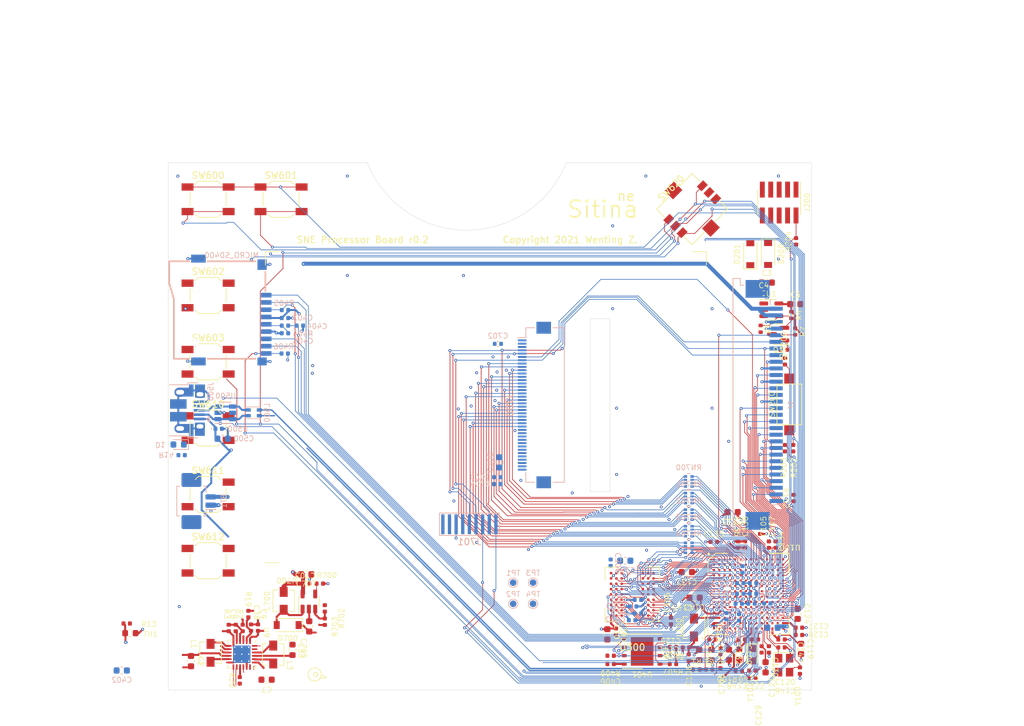
<source format=kicad_pcb>
(kicad_pcb (version 20210228) (generator pcbnew)
  (layers (0 "F.Cu" signal) (1 "In1.Cu" signal) (2 "In2.Cu" signal) (31 "B.Cu" signal) (34 "B.Paste" user) (35 "F.Paste" user) (36 "B.SilkS" user "B.Silkscreen") (37 "F.SilkS" user "F.Silkscreen") (38 "B.Mask" user) (39 "F.Mask" user) (44 "Edge.Cuts" user))
  (net 0 "")
  (net 1 "+BATT")
  (net 2 "GND")
  (net 3 "+3V3")
  (net 4 "+SYS")
  (net 5 "Net-(C8-Pad2)")
  (net 6 "Net-(C8-Pad1)")
  (net 7 "+VRTC")
  (net 8 "VBUS")
  (net 9 "Net-(C38-Pad1)")
  (net 10 "+1V0")
  (net 11 "Net-(C109-Pad1)")
  (net 12 "Net-(C121-Pad1)")
  (net 13 "Net-(C123-Pad1)")
  (net 14 "Net-(C127-Pad1)")
  (net 15 "Net-(C129-Pad1)")
  (net 16 "+VSD")
  (net 17 "Net-(C146-Pad1)")
  (net 18 "Net-(C147-Pad1)")
  (net 19 "Net-(C148-Pad2)")
  (net 20 "Net-(C149-Pad2)")
  (net 21 "/debug/SYS_RST")
  (net 22 "Net-(D700-Pad2)")
  (net 23 "Net-(C405-Pad1)")
  (net 24 "/cb_interface/CSI_D0")
  (net 25 "/lcd/LEDA")
  (net 26 "Net-(C706-Pad2)")
  (net 27 "Net-(D1-Pad2)")
  (net 28 "Net-(D1-Pad1)")
  (net 29 "/cb_interface/CSI_D1")
  (net 30 "Net-(D200-Pad1)")
  (net 31 "/cb_interface/CSI_D2")
  (net 32 "/cb_interface/CSI_D3")
  (net 33 "/cb_interface/CSI_D4")
  (net 34 "/cb_interface/CSI_D5")
  (net 35 "/cb_interface/CSI_D6")
  (net 36 "/cb_interface/CSI_D7")
  (net 37 "/cb_interface/CSI_D8")
  (net 38 "/cb_interface/CSI_D9")
  (net 39 "/cb_interface/CSI_D10")
  (net 40 "/cb_interface/CSI_D11")
  (net 41 "/cb_interface/CSI_D12")
  (net 42 "/cb_interface/CSI_D13")
  (net 43 "/cb_interface/CSI_VSYNC")
  (net 44 "/cb_interface/CSI_HSYNC")
  (net 45 "/cb_interface/CSI_PCLK")
  (net 46 "/cb_interface/AFE_SL")
  (net 47 "/cb_interface/AFE_SDATA")
  (net 48 "/cb_interface/AFE_SCK")
  (net 49 "/cb_interface/AFE_RST")
  (net 50 "/cb_interface/AFE_SYNC")
  (net 51 "/debug/JTAG_TMS")
  (net 52 "/debug/JTAG_TCK")
  (net 53 "Net-(J500-Pad3)")
  (net 54 "Net-(J500-Pad2)")
  (net 55 "Net-(L1-Pad2)")
  (net 56 "Net-(L1-Pad1)")
  (net 57 "Net-(L3-Pad1)")
  (net 58 "Net-(L100-Pad2)")
  (net 59 "/lcd/D_VSYNC")
  (net 60 "/lcd/D_HSYNC")
  (net 61 "/lcd/D_DCLK")
  (net 62 "/lcd/D_DE")
  (net 63 "/lcd/D_D0")
  (net 64 "/lcd/D_D1")
  (net 65 "/lcd/D_D2")
  (net 66 "/lcd/D_D3")
  (net 67 "/lcd/D_D4")
  (net 68 "/lcd/D_D5")
  (net 69 "/lcd/LEDK")
  (net 70 "/lcd/D_D6")
  (net 71 "/lcd/D_D7")
  (net 72 "/lcd/D_D8")
  (net 73 "/lcd/D_D9")
  (net 74 "/lcd/D_D10")
  (net 75 "/lcd/D_D11")
  (net 76 "/lcd/D_D12")
  (net 77 "/lcd/D_D13")
  (net 78 "/lcd/D_D14")
  (net 79 "/lcd/D_D15")
  (net 80 "/lcd/LCD_CSN")
  (net 81 "Net-(C1-Pad1)")
  (net 82 "Net-(R20-Pad2)")
  (net 83 "/mcu/SD_D2")
  (net 84 "/mcu/SD_D3")
  (net 85 "Net-(R200-Pad1)")
  (net 86 "/mcu/SD_CLK")
  (net 87 "Net-(D201-Pad2)")
  (net 88 "/mcu/SD_D0")
  (net 89 "/mcu/SD_D1")
  (net 90 "/mcu/SD_CD_B")
  (net 91 "Net-(Q1-Pad3)")
  (net 92 "Net-(Q1-Pad2)")
  (net 93 "/mcu/SD_VSELECT")
  (net 94 "Net-(R702-Pad1)")
  (net 95 "/mcu/JTAG_MOD")
  (net 96 "/debug/BOOT0")
  (net 97 "/debug/BOOT1")
  (net 98 "/mcu/QSPI_SS_B")
  (net 99 "/mcu/QSPI_D2")
  (net 100 "/mcu/QSPI_D3")
  (net 101 "/lcd/LCD_EN")
  (net 102 "/lcd/LCD_PWM")
  (net 103 "/lcd/LCD_DE")
  (net 104 "/lcd/LCD_HSYNC")
  (net 105 "/lcd/LCD_CLK")
  (net 106 "/lcd/LCD_VSYNC")
  (net 107 "/lcd/LCD_D3")
  (net 108 "/lcd/LCD_D1")
  (net 109 "/lcd/LCD_D2")
  (net 110 "/lcd/LCD_D0")
  (net 111 "/lcd/LCD_D7")
  (net 112 "/lcd/LCD_D5")
  (net 113 "/lcd/LCD_D6")
  (net 114 "/lcd/LCD_D4")
  (net 115 "/lcd/LCD_D11")
  (net 116 "/lcd/LCD_D9")
  (net 117 "/lcd/LCD_D10")
  (net 118 "/lcd/LCD_D8")
  (net 119 "/lcd/LCD_D15")
  (net 120 "/lcd/LCD_D13")
  (net 121 "/lcd/LCD_D14")
  (net 122 "/lcd/LCD_D12")
  (net 123 "/key/KO0")
  (net 124 "/key/KI0")
  (net 125 "/key/KI1")
  (net 126 "/key/KI2")
  (net 127 "/key/KI3")
  (net 128 "/key/KO1")
  (net 129 "/key/KO2")
  (net 130 "/grip_interface/ONOFF")
  (net 131 "/grip_interface/SHUTTER")
  (net 132 "/grip_interface/USER1")
  (net 133 "/grip_interface/USER2")
  (net 134 "/mcu/I2C_SCL")
  (net 135 "/mcu/I2C_SDA")
  (net 136 "/mcu/ON")
  (net 137 "/mcu/SDRAM_A12")
  (net 138 "/mcu/SDRAM_A8")
  (net 139 "/mcu/SDRAM_A7")
  (net 140 "/mcu/SDRAM_A4")
  (net 141 "/mcu/SDRAM_A6")
  (net 142 "/mcu/SDRAM_A9")
  (net 143 "/mcu/USB_DP")
  (net 144 "/mcu/SDRAM_A11")
  (net 145 "/mcu/SDRAM_A5")
  (net 146 "/mcu/SDRAM_BA0")
  (net 147 "/mcu/SDRAM_A0")
  (net 148 "/mcu/SDRAM_D14")
  (net 149 "/mcu/SDRAM_D11")
  (net 150 "/mcu/SDRAM_D9")
  (net 151 "/mcu/SDRAM_D8")
  (net 152 "/mcu/SDRAM_D12")
  (net 153 "/mcu/SDRAM_D10")
  (net 154 "/mcu/SDRAM_DM1")
  (net 155 "/mcu/SDRAM_D0")
  (net 156 "/mcu/SDRAM_D15")
  (net 157 "/mcu/SDRAM_D13")
  (net 158 "/mcu/SDRAM_BA1")
  (net 159 "/mcu/SDRAM_D4")
  (net 160 "/mcu/SDRAM_D1")
  (net 161 "/mcu/SDRAM_D2")
  (net 162 "/mcu/SDRAM_A1")
  (net 163 "/mcu/SDRAM_A10")
  (net 164 "/mcu/SDRAM_A2")
  (net 165 "/mcu/SDRAM_D3")
  (net 166 "/mcu/SDRAM_D5")
  (net 167 "/mcu/SDRAM_A3")
  (net 168 "/mcu/SDRAM_DM0")
  (net 169 "/mcu/SDRAM_D7")
  (net 170 "/mcu/SDRAM_D6")
  (net 171 "/mcu/QSPI_SCK")
  (net 172 "/mcu/QSPI_D1")
  (net 173 "/mcu/QSPI_D0")
  (net 174 "/mcu/USB_DN")
  (net 175 "/mcu/SD_CMD")
  (net 176 "/lcd/LCD2_RS")
  (net 177 "/lcd/LCD2_CS")
  (net 179 "/sdram/SDRAM_CKE")
  (net 180 "/sdram/SDRAM_CLK")
  (net 181 "/sdram/SDRAM_WE")
  (net 182 "/sdram/SDRAM_RAS")
  (net 183 "/sdram/SDRAM_CAS")
  (net 184 "/sdram/SDRAM_CS0")
  (footprint "Capacitor_SMD:C_0603_1608Metric" (layer "F.Cu") (at 91.4225 138.14 -90)
    (fp_text reference "C2")
    (fp_text value "47uF")
  )
  (footprint "Capacitor_SMD:C_0603_1608Metric" (layer "F.Cu") (at 102.8225 140.94 180)
    (fp_text reference "C7")
    (fp_text value "47uF")
  )
  (footprint "Capacitor_SMD:C_0402_1005Metric" (layer "F.Cu") (at 98.1725 133.14 -90)
    (fp_text reference "C8")
    (fp_text value "1.5nF")
  )
  (footprint "Capacitor_SMD:C_0402_1005Metric" (layer "F.Cu") (at 101.5225 133.09 -90)
    (fp_text reference "C9")
    (fp_text value "2.2uF")
  )
  (footprint "Capacitor_SMD:C_0603_1608Metric" (layer "F.Cu") (at 106.7225 136.44 90)
    (fp_text reference "C33")
    (fp_text value "10uF")
  )
  (footprint "Capacitor_SMD:C_0402_1005Metric" (layer "F.Cu") (at 100.4725 133.09 90)
    (fp_text reference "C38")
    (fp_text value "100nF")
  )
  (footprint "Capacitor_SMD:C_0402_1005Metric" (layer "F.Cu") (at 178.563193 120.571762 90)
    (fp_text reference "C105")
    (fp_text value "0.22uF")
  )
  (footprint "Capacitor_SMD:C_0402_1005Metric" (layer "F.Cu") (at 166.463193 137.621762 -90)
    (fp_text reference "C106")
    (fp_text value "0.22uF")
  )
  (footprint "Capacitor_SMD:C_0402_1005Metric" (layer "F.Cu") (at 179.563193 120.571762 90)
    (fp_text reference "C107")
    (fp_text value "0.22uF")
  )
  (footprint "Capacitor_SMD:C_0603_1608Metric" (layer "F.Cu") (at 174.063193 137.171762 -90)
    (fp_text reference "C109")
    (fp_text value "4.7uF")
  )
  (footprint "Capacitor_SMD:C_0402_1005Metric" (layer "F.Cu") (at 174.463193 134.871762 180)
    (fp_text reference "C110")
    (fp_text value "0.22uF")
  )
  (footprint "Capacitor_SMD:C_0603_1608Metric" (layer "F.Cu") (at 183.41 136.3 -90)
    (fp_text reference "C119")
    (fp_text value "4.7uF")
  )
  (footprint "Capacitor_SMD:C_0402_1005Metric" (layer "F.Cu") (at 180.463193 134.871762)
    (fp_text reference "C120")
    (fp_text value "0.22uF")
  )
  (footprint "Capacitor_SMD:C_0402_1005Metric" (layer "F.Cu") (at 178.563193 136.371762 -90)
    (fp_text reference "C121")
    (fp_text value "0.22uF")
  )
  (footprint "Capacitor_SMD:C_0402_1005Metric" (layer "F.Cu") (at 176.07 140.64)
    (fp_text reference "C122")
    (fp_text value "0.22uF")
  )
  (footprint "Capacitor_SMD:C_0603_1608Metric" (layer "F.Cu") (at 182.9 131 -90)
    (fp_text reference "C124")
    (fp_text value "10uF")
  )
  (footprint "Capacitor_SMD:C_0402_1005Metric" (layer "F.Cu") (at 170.063193 134.871762 180)
    (fp_text reference "C125")
    (fp_text value "0.22uF")
  )
  (footprint "Capacitor_SMD:C_0603_1608Metric" (layer "F.Cu") (at 169.913193 137.209262 -90)
    (fp_text reference "C126")
    (fp_text value "4.7uF")
  )
  (footprint "Capacitor_SMD:C_0402_1005Metric" (layer "F.Cu") (at 183.0875 133.1)
    (fp_text reference "C127")
    (fp_text value "0.22uF")
  )
  (footprint "Capacitor_SMD:C_0402_1005Metric" (layer "F.Cu") (at 183.0875 134.2)
    (fp_text reference "C128")
    (fp_text value "1uF")
  )
  (footprint "Capacitor_SMD:C_0402_1005Metric" (layer "F.Cu") (at 177.463193 136.371762 -90)
    (fp_text reference "C129")
    (fp_text value "0.22uF")
  )
  (footprint "Capacitor_SMD:C_0603_1608Metric" (layer "F.Cu") (at 178.063193 139.071762 -90)
    (fp_text reference "C130")
    (fp_text value "4.7uF")
  )
  (footprint "Capacitor_SMD:C_0603_1608Metric" (layer "F.Cu") (at 172.533193 137.171762 -90)
    (fp_text reference "C132")
    (fp_text value "4.7uF")
  )
  (footprint "Capacitor_SMD:C_0603_1608Metric" (layer "F.Cu") (at 173.09 115.67 180)
    (fp_text reference "C133")
    (fp_text value "4.7uF")
  )
  (footprint "Capacitor_SMD:C_0402_1005Metric" (layer "F.Cu") (at 177.24 118.47 90)
    (fp_text reference "C134")
    (fp_text value "100nF")
  )
  (footprint "Capacitor_SMD:C_0402_1005Metric" (layer "F.Cu") (at 170.258215 120.15)
    (fp_text reference "C135")
    (fp_text value "100nF")
  )
  (footprint "Capacitor_SMD:C_0402_1005Metric" (layer "F.Cu") (at 173.893193 120.571762 90)
    (fp_text reference "C136")
    (fp_text value "100nF")
  )
  (footprint "Capacitor_SMD:C_0603_1608Metric" (layer "F.Cu") (at 166.19 124.72 180)
    (fp_text reference "C137")
    (fp_text value "4.7uF")
  )
  (footprint "Capacitor_SMD:C_0402_1005Metric" (layer "F.Cu") (at 174.963193 120.571762 90)
    (fp_text reference "C138")
    (fp_text value "100nF")
  )
  (footprint "Capacitor_SMD:C_0603_1608Metric" (layer "F.Cu") (at 168.063193 137.209262 -90)
    (fp_text reference "C140")
    (fp_text value "47uF")
  )
  (footprint "Capacitor_SMD:C_0402_1005Metric" (layer "F.Cu") (at 166.063193 136.071762 180)
    (fp_text reference "C141")
    (fp_text value "0.22uF")
  )
  (footprint "Capacitor_SMD:C_0603_1608Metric" (layer "F.Cu") (at 167.363193 128.571762 180)
    (fp_text reference "C142")
    (fp_text value "4.7uF")
  )
  (footprint "Capacitor_SMD:C_0402_1005Metric" (layer "F.Cu") (at 168.163193 130.071762 180)
    (fp_text reference "C145")
    (fp_text value "0.22uF")
  )
  (footprint "Capacitor_SMD:C_0402_1005Metric" (layer "F.Cu") (at 180.463193 136.071762)
    (fp_text reference "C146")
    (fp_text value "18pF")
  )
  (footprint "Capacitor_SMD:C_0402_1005Metric" (layer "F.Cu") (at 183.24 139.57 -90)
    (fp_text reference "C147")
    (fp_text value "18pF")
  )
  (footprint "Capacitor_SMD:C_0402_1005Metric" (layer "F.Cu") (at 176.463193 134.871762 180)
    (fp_text reference "C148")
    (fp_text value "18pF")
  )
  (footprint "Capacitor_SMD:C_0402_1005Metric" (layer "F.Cu") (at 176.063193 139.571762 180)
    (fp_text reference "C149")
    (fp_text value "18pF")
  )
  (footprint "Capacitor_SMD:C_0402_1005Metric" (layer "F.Cu") (at 155.5 133.7 -90)
    (fp_text reference "C300")
    (fp_text value "100nF")
  )
  (footprint "Capacitor_SMD:C_0402_1005Metric" (layer "F.Cu") (at 163.793193 132.061762 -90)
    (fp_text reference "C306")
    (fp_text value "100nF")
  )
  (footprint "Capacitor_SMD:C_0603_1608Metric" (layer "F.Cu") (at 154.2 134.1 -90)
    (fp_text reference "C307")
    (fp_text value "4.7uF")
  )
  (footprint "Capacitor_SMD:C_0402_1005Metric" (layer "F.Cu") (at 154.7 138.575)
    (fp_text reference "C406")
    (fp_text value "220nF")
  )
  (footprint "Capacitor_SMD:C_0402_1005Metric" (layer "F.Cu") (at 108.8 126.45 180)
    (fp_text reference "C703")
    (fp_text value "100nF")
  )
  (footprint "Capacitor_SMD:C_0603_1608Metric" (layer "F.Cu") (at 109.25 132.9 -90)
    (fp_text reference "C705")
    (fp_text value "1uF/35V")
  )
  (footprint "Capacitor_SMD:C_0402_1005Metric" (layer "F.Cu") (at 171.243193 138.711762 90)
    (fp_text reference "C706")
    (fp_text value "220nF")
  )
  (footprint "Diode_SMD:D_SOD-123" (layer "F.Cu") (at 178.44 76.75 -90)
    (fp_text reference "D200")
    (fp_text value "1N5819")
  )
  (footprint "Connector_PinHeader_1.27mm:PinHeader_2x05_P1.27mm_Vertical_SMD" (layer "F.Cu") (at 180.11 68.99 -90)
    (fp_text reference "J200")
    (fp_text value "Conn_02x05_Odd_Even")
  )
  (footprint "Inductor_SMD:L_Vishay_IHLP-1212" (layer "F.Cu") (at 94.3725 136.89 90)
    (fp_text reference "L1")
    (fp_text value "2.2uH")
  )
  (footprint "Inductor_SMD:L_Vishay_IHLP-1212" (layer "F.Cu") (at 103.8225 137.14 -90)
    (fp_text reference "L3")
    (fp_text value "3.3uH")
  )
  (footprint "Inductor_SMD:L_Vishay_IHLP-1212" (layer "F.Cu") (at 167.263193 133.071762 90)
    (fp_text reference "L100")
    (fp_text value "4.7uH")
  )
  (footprint "Inductor_SMD:L_Vishay_IHLP-1212" (layer "F.Cu") (at 105.4 129.05 -90)
    (fp_text reference "L700")
    (fp_text value "22uH")
  )
  (footprint "Resistor_SMD:R_0402_1005Metric" (layer "F.Cu") (at 99.2225 133.14 90)
    (fp_text reference "R2")
    (fp_text value "316K/1%")
  )
  (footprint "Resistor_SMD:R_0402_1005Metric" (layer "F.Cu") (at 97.11 133.14 90)
    (fp_text reference "R3")
    (fp_text value "100K/1%")
  )
  (footprint "Resistor_SMD:R_0402_1005Metric" (layer "F.Cu") (at 81.73 132.47)
    (fp_text reference "R13")
    (fp_text value "100K")
  )
  (footprint "Resistor_SMD:R_0402_1005Metric" (layer "F.Cu") (at 100.0725 131.04 -90)
    (fp_text reference "R19")
    (fp_text value "3.01K")
  )
  (footprint "Resistor_SMD:R_0402_1005Metric" (layer "F.Cu") (at 98.7725 141.04 90)
    (fp_text reference "R20")
    (fp_text value "2K")
  )
  (footprint "Resistor_SMD:R_0402_1005Metric" (layer "F.Cu") (at 174.023193 139.601762 180)
    (fp_text reference "R100")
    (fp_text value "10K")
  )
  (footprint "Resistor_SMD:R_0402_1005Metric" (layer "F.Cu") (at 182.3 113.55 90)
    (fp_text reference "R102")
    (fp_text value "10K")
  )
  (footprint "Resistor_SMD:R_0402_1005Metric" (layer "F.Cu") (at 180.98 92.93 90)
    (fp_text reference "R200")
    (fp_text value "1K")
  )
  (footprint "Resistor_SMD:R_0402_1005Metric" (layer "F.Cu") (at 182.23 106.03 -90)
    (fp_text reference "R202")
    (fp_text value "10K")
  )
  (footprint "Resistor_SMD:R_0402_1005Metric" (layer "F.Cu") (at 180.98 106.03 -90)
    (fp_text reference "R203")
    (fp_text value "10K")
  )
  (footprint "Resistor_SMD:R_0402_1005Metric" (layer "F.Cu") (at 182.66 74.84 90)
    (fp_text reference "R204")
    (fp_text value "10K")
  )
  (footprint "Resistor_SMD:R_0402_1005Metric" (layer "F.Cu") (at 164.1 138.575 180)
    (fp_text reference "R407")
    (fp_text value "100K")
  )
  (footprint "Resistor_SMD:R_0402_1005Metric" (layer "F.Cu") (at 164.1 136.025 180)
    (fp_text reference "R408")
    (fp_text value "100K")
  )
  (footprint "Resistor_SMD:R_0402_1005Metric" (layer "F.Cu") (at 154.7 137.325)
    (fp_text reference "R409")
    (fp_text value "100K")
  )
  (footprint "Resistor_SMD:R_0402_1005Metric" (layer "F.Cu") (at 110.85 126.45)
    (fp_text reference "R700")
    (fp_text value "10K")
  )
  (footprint "Resistor_SMD:R_0402_1005Metric" (layer "F.Cu") (at 171.233193 136.631762 90)
    (fp_text reference "R701")
    (fp_text value "49.9K/1%")
  )
  (footprint "Resistor_SMD:R_0402_1005Metric" (layer "F.Cu") (at 111.6 130.185 90)
    (fp_text reference "R702")
    (fp_text value "10K")
  )
  (footprint "Resistor_SMD:R_0402_1005Metric" (layer "F.Cu") (at 111.6 132.2 90)
    (fp_text reference "R703")
    (fp_text value "1K")
  )
  (footprint "Button_Switch_SMD:SW_SPST_CK_RS282G05A3" (layer "F.Cu") (at 181.63 99.43 90)
    (fp_text reference "SW200")
    (fp_text value "DNP")
  )
  (footprint "Button_Switch_SMD:SW_SPST_SKQG_WithStem" (layer "F.Cu") (at 94 68.5)
    (fp_text reference "SW600")
    (fp_text value "SW_Push")
  )
  (footprint "Button_Switch_SMD:SW_SPST_SKQG_WithStem" (layer "F.Cu") (at 105 68.5)
    (fp_text reference "SW601")
    (fp_text value "SW_Push")
  )
  (footprint "Button_Switch_SMD:SW_SPST_SKQG_WithStem" (layer "F.Cu") (at 94 83)
    (fp_text reference "SW602")
    (fp_text value "SW_Push")
  )
  (footprint "Button_Switch_SMD:SW_SPST_SKQG_WithStem" (layer "F.Cu") (at 94 93)
    (fp_text reference "SW603")
    (fp_text value "SW_Push")
  )
  (footprint "Button_Switch_SMD:SW_SPST_SKQG_WithStem" (layer "F.Cu") (at 94 103)
    (fp_text reference "SW610")
    (fp_text value "SW_Push")
  )
  (footprint "Button_Switch_SMD:SW_SPST_SKQG_WithStem" (layer "F.Cu") (at 94 113)
    (fp_text reference "SW611")
    (fp_text value "SW_Push")
  )
  (footprint "Resistor_SMD:R_0603_1608Metric" (layer "F.Cu") (at 82.28 133.92)
    (fp_text reference "TH1")
    (fp_text value "100K")
  )
  (footprint "Package_DFN_QFN:QFN-24-1EP_4x4mm_P0.5mm_EP2.6x2.6mm_ThermalVias" (layer "F.Cu") (at 99.0725 137.09 -90)
    (fp_text reference "U9")
    (fp_text value "LTC3567")
  )
  (footprint "Footprints:BGA-196_14x14_12.0x12.0mm" (layer "F.Cu") (at 175.493193 128.001762)
    (fp_text reference "U100")
    (fp_text value "IMXRT1050")
  )
  (footprint "Footprints:BGA-54_9x9_8.0x8.0mm" (layer "F.Cu") (at 157.963193 128.071762 180)
    (fp_text reference "U300")
    (fp_text value "MT48LC16M16A2BG")
  )
  (footprint "Package_SON:WSON-8-1EP_6x5mm_P1.27mm_EP3.4x4.3mm" (layer "F.Cu") (at 159.45 136.675 180)
    (fp_text reference "U401")
    (fp_text value "W25Q32JVZP")
  )
  (footprint "Oscillator:Oscillator_SMD_Abracon_ASE-4Pin_3.2x2.5mm" (layer "F.Cu") (at 180.86 138.75 -90)
    (fp_text reference "Y100")
    (fp_text value "24MHz")
  )
  (footprint "Crystal:Crystal_SMD_TXC_9HT11-2Pin_2.0x1.2mm_HandSoldering" (layer "F.Cu") (at 176.063193 137.171762 -90)
    (fp_text reference "Y101")
    (fp_text value "32.768K")
  )
  (footprint "Capacitor_SMD:C_0402_1005Metric" (layer "F.Cu") (at 177.79 82.66)
    (fp_text reference "C4")
    (fp_text value "100nF")
  )
  (footprint "Capacitor_SMD:C_0402_1005Metric" (layer "F.Cu") (at 169.563193 139.381762)
    (fp_text reference "C1")
    (fp_text value "0.22uF")
  )
  (footprint "Diode_SMD:D_SOD-123" (layer "F.Cu") (at 106 132.7 180)
    (fp_text reference "D700")
    (fp_text value "MBR0530")
  )
  (footprint "Package_TO_SOT_SMD:SOT-23" (layer "F.Cu") (at 179.97 88.83 180)
    (fp_text reference "Q1")
    (fp_text value "2N7002")
  )
  (footprint "Resistor_SMD:R_0402_1005Metric" (layer "F.Cu") (at 182.52 88.43 -90)
    (fp_text reference "R7")
    (fp_text value "243K/1%")
  )
  (footprint "Footprints:TM4175" (layer "F.Cu") (at 167 70 45)
    (fp_text reference "SW620")
    (fp_text value "TM-4175-B-B")
  )
  (footprint "Resistor_SMD:R_0402_1005Metric" (layer "F.Cu") (at 181.94 85.96 -90)
    (fp_text reference "R4")
    (fp_text value "464K/1%")
  )
  (footprint "Package_TO_SOT_SMD:SOT-23-5" (layer "F.Cu") (at 109.2 129.15 90)
    (fp_text reference "U700")
    (fp_text value "CAT4139")
  )
  (footprint "Diode_SMD:D_SOD-123" (layer "F.Cu") (at 175.76 76.78 90)
    (fp_text reference "D201")
    (fp_text value "1N5819")
  )
  (footprint "Capacitor_SMD:C_0603_1608Metric" (layer "F.Cu") (at 182.54 84.31)
    (fp_text reference "C5")
    (fp_text value "10uF")
  )
  (footprint "Resistor_SMD:R_0402_1005Metric" (layer "F.Cu") (at 177.32 88.03 -90)
    (fp_text reference "R5")
    (fp_text value "200K/1%")
  )
  (footprint "Resistor_SMD:R_0402_1005Metric" (layer "F.Cu") (at 180.82 91.18 180)
    (fp_text reference "R6")
    (fp_text value "200K/1%")
  )
  (footprint "Capacitor_SMD:C_0603_1608Metric" (layer "F.Cu") (at 178.24 81.06)
    (fp_text reference "C3")
    (fp_text value "10uF")
  )
  (footprint "Package_TO_SOT_SMD:TSOT-23-5" (layer "F.Cu") (at 178.9275 85.16)
    (fp_text reference "U1")
    (fp_text value "ADP163")
  )
  (footprint "Resistor_SMD:R_0402_1005Metric" (layer "F.Cu") (at 167.623193 139.381762)
    (fp_text reference "R1")
    (fp_text value "30K")
  )
  (footprint "Capacitor_SMD:C_0603_1608Metric" (layer "F.Cu") (at 108.8 125.05 180)
    (fp_text reference "C707")
    (fp_text value "10uF")
  )
  (footprint "Button_Switch_SMD:SW_SPST_SKQG_WithStem" (layer "F.Cu") (at 94 123)
    (fp_text reference "SW612")
    (fp_text value "SW_Push")
  )
  (footprint "Connector_Molex:Molex_PicoBlade_53261-0271_1x02-1MP_P1.25mm_Horizontal" (layer "B.Cu") (at 91.992858 114 90)
    (fp_text reference "BT1")
    (fp_text value "Conn_01x02")
  )
  (footprint "Capacitor_SMD:C_0402_1005Metric" (layer "B.Cu") (at 174.233193 127.971762)
    (fp_text reference "C100")
    (fp_text value "0.22uF")
  )
  (footprint "Capacitor_SMD:C_0402_1005Metric" (layer "B.Cu") (at 176.163193 127.971762 180)
    (fp_text reference "C101")
    (fp_text value "0.22uF")
  )
  (footprint "Capacitor_SMD:C_0402_1005Metric" (layer "B.Cu") (at 175.943193 129.471762 180)
    (fp_text reference "C102")
    (fp_text value "0.22uF")
  )
  (footprint "Capacitor_SMD:C_0402_1005Metric" (layer "B.Cu") (at 174.233193 126.371762)
    (fp_text reference "C103")
    (fp_text value "0.22uF")
  )
  (footprint "Capacitor_SMD:C_0402_1005Metric" (layer "B.Cu") (at 176.163193 126.371762 180)
    (fp_text reference "C104")
    (fp_text value "0.22uF")
  )
  (footprint "Capacitor_SMD:C_0603_1608Metric" (layer "B.Cu") (at 179.1 133.1 180)
    (fp_text reference "C108")
    (fp_text value "4.7uF")
  )
  (footprint "Capacitor_SMD:C_0402_1005Metric" (layer "B.Cu") (at 178.333193 129.441762 180)
    (fp_text reference "C123")
    (fp_text value "100nF")
  )
  (footprint "Capacitor_SMD:C_0402_1005Metric" (layer "B.Cu") (at 174.013193 129.471762)
    (fp_text reference "C131")
    (fp_text value "0.22uF")
  )
  (footprint "Capacitor_SMD:C_0402_1005Metric" (layer "B.Cu") (at 174.573193 124.301762 90)
    (fp_text reference "C139")
    (fp_text value "100nF")
  )
  (footprint "Capacitor_SMD:C_0402_1005Metric" (layer "B.Cu") (at 174.063193 131.541762 -90)
    (fp_text reference "C143")
    (fp_text value "0.22uF")
  )
  (footprint "Capacitor_SMD:C_0402_1005Metric" (layer "B.Cu") (at 172.183193 131.371762 -90)
    (fp_text reference "C144")
    (fp_text value "0.22uF")
  )
  (footprint "Capacitor_SMD:C_0402_1005Metric" (layer "B.Cu") (at 154.7 123.3 90)
    (fp_text reference "C301")
    (fp_text value "100nF")
  )
  (footprint "Capacitor_SMD:C_0402_1005Metric" (layer "B.Cu") (at 157.933193 131.981762)
    (fp_text reference "C302")
    (fp_text value "100nF")
  )
  (footprint "Capacitor_SMD:C_0402_1005Metric" (layer "B.Cu") (at 158.093193 129.891762)
    (fp_text reference "C303")
    (fp_text value "100nF")
  )
  (footprint "Capacitor_SMD:C_0402_1005Metric" (layer "B.Cu") (at 158.813193 128.901762 180)
    (fp_text reference "C304")
    (fp_text value "100nF")
  )
  (footprint "Capacitor_SMD:C_0402_1005Metric" (layer "B.Cu") (at 158.813193 130.951762 180)
    (fp_text reference "C305")
    (fp_text value "100nF")
  )
  (footprint "Capacitor_SMD:C_0603_1608Metric" (layer "B.Cu") (at 156.9 123)
    (fp_text reference "C316")
    (fp_text value "22uF")
  )
  (footprint "Capacitor_SMD:C_0603_1608Metric" (layer "B.Cu") (at 80.98 139.55)
    (fp_text reference "C402")
    (fp_text value "47uF")
  )
  (footprint "Capacitor_SMD:C_0402_1005Metric" (layer "B.Cu") (at 105.592858 86.4)
    (fp_text reference "C403")
    (fp_text value "100nF")
  )
  (footprint "Capacitor_SMD:C_0402_1005Metric" (layer "B.Cu") (at 107.842858 87.55)
    (fp_text reference "C404")
    (fp_text value "DNP")
  )
  (footprint "Capacitor_SMD:C_0402_1005Metric" (layer "B.Cu") (at 105.592858 88.7 180)
    (fp_text reference "C405")
    (fp_text value "DNP")
  )
  (footprint "Capacitor_SMD:C_0603_1608Metric" (layer "B.Cu") (at 96.192858 104.6)
    (fp_text reference "C500")
    (fp_text value "10uF")
  )
  (footprint "Capacitor_SMD:C_0603_1608Metric" (layer "B.Cu") (at 137.92 108.17 -90)
    (fp_text reference "C700")
    (fp_text value "10uF")
  )
  (footprint "Capacitor_SMD:C_0402_1005Metric" (layer "B.Cu") (at 137.6 110.4 180)
    (fp_text reference "C701")
    (fp_text value "100nF")
  )
  (footprint "Capacitor_SMD:C_0402_1005Metric" (layer "B.Cu") (at 137.7 90.3)
    (fp_text reference "C702")
    (fp_text value "100nF")
  )
  (footprint "LED_SMD:LED_0603_1608Metric" (layer "B.Cu") (at 89.56 105.48 180)
    (fp_text reference "D1")
    (fp_text value "LED")
  )
  (footprint "Diode_SMD:D_0402_1005Metric" (layer "B.Cu") (at 95.592858 103.1)
    (fp_text reference "D500")
    (fp_text value "B72590D0050H160")
  )
  (footprint "Connector_FFC-FPC:TE_3-84952-0_1x30-1MP_P1.0mm_Horizontal" (layer "B.Cu") (at 177.85 99.5 90)
    (fp_text reference "J1")
    (fp_text value "Conn_01x30_MountingPin")
  )
  (footprint "Connector_USB:USB_Micro-B_Amphenol_10103594-0001LF_Horizontal" (layer "B.Cu") (at 90.892858 100.3 90)
    (fp_text reference "J500")
    (fp_text value "USB_B_Micro")
  )
  (footprint "Inductor_SMD:L_CommonModeChoke_Coilcraft_0805USB" (layer "B.Cu") (at 100.892858 100.7 -90)
    (fp_text reference "L500")
    (fp_text value "90R")
  )
  (footprint "Resistor_SMD:R_0402_1005Metric" (layer "B.Cu") (at 90.01 107.08 180)
    (fp_text reference "R14")
    (fp_text value "1K")
  )
  (footprint "Resistor_SMD:R_0402_1005Metric" (layer "B.Cu") (at 105.592858 87.55)
    (fp_text reference "R404")
    (fp_text value "33R")
  )
  (footprint "Resistor_SMD:R_0402_1005Metric" (layer "B.Cu") (at 105.592858 85.2 180)
    (fp_text reference "R405")
    (fp_text value "10K")
  )
  (footprint "Resistor_SMD:R_0402_1005Metric" (layer "B.Cu") (at 105.557858 91.76 180)
    (fp_text reference "R406")
    (fp_text value "10K")
  )
  (footprint "Resistor_SMD:R_0402_1005Metric" (layer "B.Cu") (at 137.6 111.45 180)
    (fp_text reference "R704")
    (fp_text value "15R")
  )
  (footprint "Package_TO_SOT_SMD:SOT-23-6" (layer "B.Cu") (at 96.592858 100.7)
    (fp_text reference "U500")
    (fp_text value "USBLC6-2SC6")
  )
  (footprint "Footprints:TFC-WPAPR-08" (layer "B.Cu") (at 95.392858 85.2 180)
    (fp_text reference "MICRO_SD400")
    (fp_text value "MICRO_SD(TFC-WPAPR-08)")
  )
  (footprint "Resistor_SMD:R_Array_Convex_4x0402" (layer "B.Cu") (at 166.48 118.55 180)
    (fp_text reference "RN703")
    (fp_text value "33R")
  )
  (footprint "TestPoint:TestPoint_Pad_D1.0mm" (layer "B.Cu") (at 143 129.5 180)
    (fp_text reference "TP4")
    (fp_text value "TestPoint_Small")
  )
  (footprint "TestPoint:TestPoint_Pad_D1.0mm" (layer "B.Cu") (at 140 126.31 180)
    (fp_text reference "TP1")
    (fp_text value "TestPoint_Small")
  )
  (footprint "TestPoint:TestPoint_Pad_D1.0mm" (layer "B.Cu") (at 143 126.3 180)
    (fp_text reference "TP3")
    (fp_text value "TestPoint_Small")
  )
  (footprint "Footprints:FPC_9" (layer "B.Cu") (at 133.4 117.5 180)
    (fp_text reference "J701")
    (fp_text value "Conn_01x09")
  )
  (footprint "Resistor_SMD:R_Array_Convex_4x0402" (layer "B.Cu") (at 166.48 116.05 180)
    (fp_text reference "RN702")
    (fp_text value "33R")
  )
  (footprint "Resistor_SMD:R_Array_Convex_4x0402" (layer "B.Cu") (at 166.48 121.05 180)
    (fp_text reference "RN704")
    (fp_text value "33R")
  )
  (footprint "TestPoint:TestPoint_Pad_D1.0mm" (layer "B.Cu") (at 140 129.5 180)
    (fp_text reference "TP2")
    (fp_text value "TestPoint_Small")
  )
  (footprint "Resistor_SMD:R_Array_Convex_4x0402" (layer "B.Cu") (at 166.48 111.05 180)
    (fp_text reference "RN700")
    (fp_text value "33R")
  )
  (footprint "Resistor_SMD:R_Array_Convex_4x0402" (layer "B.Cu") (at 166.48 113.55 180)
    (fp_text reference "RN701")
    (fp_text value "33R")
  )
  (footprint "Connector_FFC-FPC:Hirose_FH12-40S-0.5SH_1x40-1MP_P0.50mm_Horizontal" (layer "B.Cu") (at 143.21 99.52 -90)
    (fp_text reference "J700")
    (fp_text value "TXW280064B0-R")
  )
  (gr_line (start 102.65 76.4) (end 104.65 76.4) (layer "F.SilkS") (width 0.12))
  (gr_line (start 102.65 123.3) (end 104.65 123.3) (layer "F.SilkS") (width 0.12))
  (gr_line (start 111.8725 140.625) (end 110.8475 140.775) (layer "F.SilkS") (width 0.12))
  (gr_line (start 111.0725 140.225) (end 111.8725 140.625) (layer "F.SilkS") (width 0.12))
  (gr_circle (center 110.0725 140.15) (end 111.0725 140.15) (layer "F.SilkS") (width 0.12) (fill none))
  (gr_line (start 169.15 76.4) (end 167.15 76.4) (layer "F.SilkS") (width 0.12))
  (gr_line (start 102.65 76.4) (end 102.65 78.4) (layer "F.SilkS") (width 0.12))
  (gr_line (start 169.15 76.4) (end 169.15 78.4) (layer "F.SilkS") (width 0.12))
  (gr_circle (center 110.2225 140.174845) (end 110.5425 140.174845) (layer "F.SilkS") (width 0.12) (fill none))
  (gr_line (start 88 142.5) (end 185 142.5) (layer "Edge.Cuts") (width 0.05))
  (gr_line (start 88 142.5) (end 88 63) (layer "Edge.Cuts") (width 0.05))
  (gr_line (start 88 63) (end 118 63) (layer "Edge.Cuts") (width 0.05))
  (gr_rect (start 151.6 86.5) (end 154.6 112.6) (layer "Edge.Cuts") (width 0.05) (fill none))
  (gr_arc (start 133 57.000428) (end 118 63) (angle -136.4) (layer "Edge.Cuts") (width 0.05))
  (gr_line (start 185 142.5) (end 185 63) (layer "Edge.Cuts") (width 0.05))
  (gr_line (start 148 63) (end 185 63) (layer "Edge.Cuts") (width 0.05))
  (gr_text "ne" (at 157 68) (layer "F.SilkS") (effects (font (size 1.5 1.5) (thickness 0.2))))
  (gr_text "SNE Processor Board r0.2" (at 117.3 74.6) (layer "F.SilkS") (effects (font (size 1 1))))
  (gr_text "Sitina" (at 153.5 70) (layer "F.SilkS") (effects (font (size 2.5 2.5) (thickness 0.25))))
  (gr_text "Copyright 2021 Wenting Z." (at 148.6 74.6) (layer "F.SilkS") (effects (font (size 1 1))))
  (segment (start 101.58 138.34) (end 101.64 138.4) (width 0.3) (layer "F.Cu") (net 1))
  (segment (start 101.64 138.4) (end 102.36 139.12) (width 0.3) (layer "F.Cu") (net 1))
  (segment (start 101.01 138.34) (end 101.58 138.34) (width 0.3) (layer "F.Cu") (net 1))
  (segment (start 102.36 139.12) (end 102.36 139.2) (width 0.3) (layer "F.Cu") (net 1))
  (segment (start 94.392858 113.375) (end 96.957858 113.375) (width 0.6) (layer "B.Cu") (net 1))
  (segment (start 171.375022 120.208238) (end 171.316784 120.15) (width 0.2) (layer "F.Cu") (net 2))
  (segment (start 109.25 130.3375) (end 109.2 130.2875) (width 0.3) (layer "F.Cu") (net 2))
  (segment (start 171.093193 126.001762) (end 171.093193 126.021762) (width 0.1) (layer "F.Cu") (net 2))
  (segment (start 179.203193 139.721762) (end 179.193193 139.711762) (width 0.2) (layer "F.Cu") (net 2))
  (segment (start 98.7725 141.525) (end 98.7725 141.7125) (width 0.3) (layer "F.Cu") (net 2))
  (segment (start 168.023193 138.106762) (end 168.063193 138.146762) (width 0.3) (layer "F.Cu") (net 2))
  (segment (start 161.163193 131.271762) (end 161.383149 131.491718) (width 0.1) (layer "F.Cu") (net 2))
  (segment (start 179.893193 126.001762) (end 179.883193 126.001762) (width 0.1) (layer "F.Cu") (net 2))
  (segment (start 177.493193 123.601762) (end 177.82815 123.266805) (width 0.1) (layer "F.Cu") (net 2))
  (segment (start 173.493193 132.401762) (end 173.133366 132.761589) (width 0.1) (layer "F.Cu") (net 2))
  (segment (start 174.293193 130.001762) (end 174.313193 130.001762) (width 0.1) (layer "F.Cu") (net 2))
  (segment (start 100.0725 130.555) (end 100.795 130.555) (width 0.3) (layer "F.Cu") (net 2))
  (segment (start 172.533193 138.651762) (end 172.673193 138.791762) (width 0.3) (layer "F.Cu") (net 2))
  (segment (start 180.138193 139.721762) (end 179.203193 139.721762) (width 0.2) (layer "F.Cu") (net 2))
  (segment (start 176.693193 130.801762) (end 176.693193 130.761762) (width 0.1) (layer "F.Cu") (net 2))
  (segment (start 172.533193 137.946762) (end 172.533193 138.651762) (width 0.3) (layer "F.Cu") (net 2))
  (segment (start 171.093193 126.021762) (end 171.473193 126.401762) (width 0.1) (layer "F.Cu") (net 2))
  (segment (start 101.5225 131.9375) (end 101.54 131.92) (width 0.3) (layer "F.Cu") (net 2))
  (segment (start 175.093193 127.581762) (end 175.493193 127.181762) (width 0.1) (layer "F.Cu") (net 2))
  (segment (start 83.56 133.92) (end 84.13 133.35) (width 0.3) (layer "F.Cu") (net 2))
  (segment (start 175.893193 128.401762) (end 175.493193 128.801762) (width 0.1) (layer "F.Cu") (net 2))
  (segment (start 173.383238 120.086762) (end 173.893193 120.086762) (width 0.3) (layer "F.Cu") (net 2))
  (segment (start 97.11 133.625) (end 96.235 133.625) (width 0.3) (layer "F.Cu") (net 2))
  (segment (start 159.563193 131.271762) (end 159.583193 131.271762) (width 0.1) (layer "F.Cu") (net 2))
  (segment (start 163.793193 132.546762) (end 163.793193 133.301762) (width 0.2) (layer "F.Cu") (net 2))
  (segment (start 183.41 137.075) (end 183.41 137.94) (width 0.2) (layer "F.Cu") (net 2))
  (segment (start 173.493193 123.601762) (end 173.123193 123.231762) (width 0.1) (layer "F.Cu") (net 2))
  (segment (start 173.548193 135.571762) (end 173.548193 135.301762) (width 0.3) (layer "F.Cu") (net 2))
  (segment (start 178.275 83.385) (end 178.28 83.39) (width 0.3) (layer "F.Cu") (net 2))
  (segment (start 178.59 136.883569) (end 178.563193 136.856762) (width 0.2) (layer "F.Cu") (net 2))
  (segment (start 91.4225 139.0775) (end 90.2675 139.0775) (width 0.3) (layer "F.Cu") (net 2))
  (segment (start 164.7 124.72) (end 164.61 124.81) (width 0.3) (layer "F.Cu") (net 2))
  (segment (start 176.948193 134.871762) (end 176.948193 134.106762) (width 0.2) (layer "F.Cu") (net 2))
  (segment (start 170.293193 132.401762) (end 170.293193 133.201762) (width 0.3) (layer "F.Cu") (net 2))
  (segment (start 97.135 138.34) (end 97.8225 138.34) (width 0.3) (layer "F.Cu") (net 2))
  (segment (start 109.28 126.45) (end 109.28 125.8) (width 0.3) (layer "F.Cu") (net 2))
  (segment (start 176.335 117.985) (end 175.89 117.54) (width 0.3) (layer "F.Cu") (net 2))
  (segment (start 169.343192 135.106763) (end 169.578193 134.871762) (width 0.1) (layer "F.Cu") (net 2))
  (segment (start 174.063193 138.506807) (end 174.063193 137.946762) (width 0.3) (layer "F.Cu") (net 2))
  (segment (start 171.093193 132.401762) (end 170.293193 132.401762) (width 0.3) (layer "F.Cu") (net 2))
  (segment (start 109.575 125.05) (end 109.575 125.505) (width 0.3) (layer "F.Cu") (net 2))
  (segment (start 176.948193 134.106762) (end 177.273193 133.781762) (width 0.2) (layer "F.Cu") (net 2))
  (segment (start 156.868151 130.471762) (end 156.893141 130.496752) (width 0.1) (layer "F.Cu") (net 2))
  (segment (start 176.693193 130.001762) (end 176.703193 130.001762) (width 0.1) (layer "F.Cu") (net 2))
  (segment (start 96.235 133.625) (end 96.22 133.61) (width 0.3) (layer "F.Cu") (net 2))
  (segment (start 167.678193 130.071762) (end 167.678193 129.824262) (width 0.2) (layer "F.Cu") (net 2))
  (segment (start 181.788193 137.621762) (end 181.788193 136.566762) (width 0.2) (layer "F.Cu") (net 2))
  (segment (start 165.578193 136.911807) (end 165.578193 136.071762) (width 0.3) (layer "F.Cu") (net 2))
  (segment (start 171.316784 120.15) (end 170.743215 120.15) (width 0.2) (layer "F.Cu") (net 2))
  (segment (start 166.463193 138.106762) (end 168.023193 138.106762) (width 0.3) (layer "F.Cu") (net 2))
  (segment (start 159.563193 128.071762) (end 158.823193 127.331762) (width 0.1) (layer "F.Cu") (net 2))
  (segment (start 180.693193 133.201762) (end 180.703193 133.201762) (width 0.2) (layer "F.Cu") (net 2))
  (segment (start 97.8225 135.84) (end 99.0725 137.09) (width 0.3) (layer "F.Cu") (net 2))
  (segment (start 178.59 137.41) (end 178.59 136.883569) (width 0.2) (layer "F.Cu") (net 2))
  (segment (start 180.948193 136.071762) (end 181.323193 136.071762) (width 0.2) (layer "F.Cu") (net 2))
  (segment (start 173.133366 132.761589) (end 173.133366 132.811935) (width 0.1) (layer "F.Cu") (net 2))
  (segment (start 109.575 125.505) (end 109.28 125.8) (width 0.3) (layer "F.Cu") (net 2))
  (segment (start 178.27 82.66) (end 178.27 83.38) (width 0.3) (layer "F.Cu") (net 2))
  (segment (start 169.343192 135.561762) (end 169.343192 135.106763) (width 0.1) (layer "F.Cu") (net 2))
  (segment (start 180.703193 133.201762) (end 181.113193 133.611762) (width 0.2) (layer "F.Cu") (net 2))
  (segment (start 97.8225 135.1525) (end 97.8225 134.3375) (width 0.3) (layer "F.Cu") (net 2))
  (segment (start 156.363193 130.471762) (end 156.868151 130.471762) (width 0.1) (layer "F.Cu") (net 2))
  (segment (start 175.893193 127.601762) (end 175.893193 127.581762) (width 0.1) (layer "F.Cu") (net 2))
  (segment (start 181.323193 136.071762) (end 181.803193 136.551762) (width 0.2) (layer "F.Cu") (net 2))
  (segment (start 180.693193 122.721762) (end 181.043193 122.371762) (width 0.1) (layer "F.Cu") (net 2))
  (segment (start 175.893193 132.401762) (end 175.463193 132.831762) (width 0.1) (layer "F.Cu") (net 2))
  (segment (start 171.083193 130.001762) (end 170.693193 130.391762) (width 0.1) (layer "F.Cu") (net 2))
  (segment (start 175.88 117.53) (end 174.6 117.53) (width 0.3) (layer "F.Cu") (net 2))
  (segment (start 99.8225 137.84) (end 99.0725 137.09) (width 0.3) (layer "F.Cu") (net 2))
  (segment (start 169.793193 132.861762) (end 170.253193 132.401762) (width 0.3) (layer "F.Cu") (net 2))
  (segment (start 183.5725 133.1) (end 184.1675 133.1) (width 0.2) (layer "F.Cu") (net 2))
  (segment (start 175.893193 129.201762) (end 175.493193 128.801762) (width 0.1) (layer "F.Cu") (net 2))
  (segment (start 176.548193 139.571762) (end 176.868236 139.571762) (width 0.2) (layer "F.Cu") (net 2))
  (segment (start 158.823193 127.331762) (end 158.823193 127.151762) (width 0.1) (layer "F.Cu") (net 2))
  (segment (start 169.443193 122.801762) (end 169.403193 122.841762) (width 0.2) (layer "F.Cu") (net 2))
  (segment (start 173.123193 123.231762) (end 173.123193 123.211762) (width 0.1) (layer "F.Cu") (net 2))
  (segment (start 179.883193 126.001762) (end 179.493193 125.611762) (width 0.1) (layer "F.Cu") (net 2))
  (segment (start 165.983193 128.571762) (end 165.393193 129.161762) (width 0.2) (layer "F.Cu") (net 2))
  (segment (start 183.5725 134.2) (end 184.2275 134.2) (width 0.2) (layer "F.Cu") (net 2))
  (segment (start 101.5225 132.605) (end 101.5225 131.9375) (width 0.3) (layer "F.Cu") (net 2))
  (segment (start 174.313193 130.001762) (end 174.713193 130.401762) (width 0.1) (layer "F.Cu") (net 2))
  (segment (start 177.24 117.985) (end 176.335 117.985) (width 0.3) (layer "F.Cu") (net 2))
  (segment (start 165.415 124.72) (end 164.7 124.72) (width 0.3) (layer "F.Cu") (net 2))
  (segment (start 159.563193 129.671762) (end 159.973193 129.261762) (width 0.1) (layer "F.Cu") (net 2))
  (segment (start 170.063193 138.711763) (end 170.063193 138.146762) (width 0.3) (layer "F.Cu") (net 2))
  (segment (start 90.2675 139.0775) (end 90.26 139.07) (width 0.3) (layer "F.Cu") (net 2))
  (segment (start 170.253193 132.401762) (end 170.293193 132.401762) (width 0.3) (layer "F.Cu") (net 2))
  (segment (start 173.83 138.74) (end 174.063193 138.506807) (width 0.3) (layer "F.Cu") (net 2))
  (segment (start 173.548193 135.301762) (end 173.978193 134.871762) (width 0.3) (layer "F.Cu") (net 2))
  (segment (start 171.093193 130.001762) (end 171.083193 130.001762) (width 0.1) (layer "F.Cu") (net 2))
  (segment (start 97.8225 135.1525) (end 97.8225 135.84) (width 0.3) (layer "F.Cu") (net 2))
  (segment (start 175.463193 133.651762) (end 174.743193 134.371762) (width 0.1) (layer "F.Cu") (net 2))
  (segment (start 170.293193 122.801762) (end 169.443193 122.801762) (width 0.2) (layer "F.Cu") (net 2))
  (segment (start 181.788193 136.566762) (end 181.803193 136.551762) (width 0.2) (layer "F.Cu") (net 2))
  (segment (start 100.4725 132.605) (end 101.5225 132.605) (width 0.3) (layer "F.Cu") (net 2))
  (segment (start 178.063193 140.009262) (end 178.063193 139.171762) (width 0.2) (layer "F.Cu") (net 2))
  (segment (start 167.678193 129.824262) (end 166.425693 128.571762) (width 0.2) (layer "F.Cu") (net 2))
  (segment (start 159.973193 129.261762) (end 159.973193 129.251762) (width 0.1) (layer "F.Cu") (net 2))
  (segment (start 175.093193 129.201762) (end 175.493193 128.801762) (width 0.1) (layer "F.Cu") (net 2))
  (segment (start 180.3 129.61) (end 180.284955 129.61) (width 0.1) (layer "F.Cu") (net 2))
  (segment (start 180.693193 122.801762) (end 180.693193 122.721762) (width 0.1) (layer "F.Cu") (net 2))
  (segment (start 181.703193 134.871762) (end 181.723193 134.891762) (width 0.2) (layer "F.Cu") (net 2))
  (segment (start 109.25 132.125) (end 109.25 130.3375) (width 0.3) (layer "F.Cu") (net 2))
  (segment (start 184.1675 133.1) (end 184.1875 133.08) (width 0.2) (layer "F.Cu") (net 2))
  (segment (start 174.478193 134.371762) (end 173.978193 134.871762) (width 0.1) (layer "F.Cu") (net 2))
  (segment (start 172.15 115.67) (end 171.46 116.36) (width 0.3) (layer "F.Cu") (net 2))
  (segment (start 97.8225 138.34) (end 99.0725 137.09) (width 0.3) (layer "F.Cu") (net 2))
  (segment (start 180.948193 134.871762) (end 181.703193 134.871762) (width 0.2) (layer "F.Cu") (net 2))
  (segment (start 183.24 140.055) (end 183.24 140.72) (width 0.2) (layer "F.Cu") (net 2))
  (segment (start 159.583193 131.271762) (end 159.973193 130.881762) (width 0.1) (layer "F.Cu") (net 2))
  (segment (start 100.795 130.555) (end 100.81 130.54) (width 0.3) (layer "F.Cu") (net 2))
  (segment (start 83.0675 133.92) (end 83.56 133.92) (width 0.3) (layer "F.Cu") (net 2))
  (segment (start 173.24 120.23) (end 173.383238 120.086762) (width 0.3) (layer "F.Cu") (net 2))
  (segment (start 156.363193 128.871762) (end 156.933193 128.871762) (width 0.1) (layer "F.Cu") (net 2))
  (segment (start 174.743193 134.371762) (end 174.478193 134.371762) (width 0.1) (layer "F.Cu") (net 2))
  (segment (start 176.868236 139.571762) (end 177.268236 139.171762) (width 0.2) (layer "F.Cu") (net 2))
  (segment (start 175.093193 128.401762) (end 175.493193 128.801762) (width 0.1) (layer "F.Cu") (net 2))
  (segment (start 99.8225 139.0275) (end 99.8225 137.84) (width 0.3) (layer "F.Cu") (net 2))
  (segment (start 165.55 136.94) (end 165.578193 136.911807) (width 0.3) (layer "F.Cu") (net 2))
  (segment (start 180.284955 129.61) (end 179.893193 130.001762) (width 0.1) (layer "F.Cu") (net 2))
  (segment (start 161.383149 131.491718) (end 161.613193 131.491718) (width 0.1) (layer "F.Cu") (net 2))
  (segment (start 156.933193 128.871762) (end 156.943193 128.881762) (width 0.1) (layer "F.Cu") (net 2))
  (segment (start 166.425693 128.571762) (end 165.983193 128.571762) (width 0.2) (layer "F.Cu") (net 2))
  (segment (start 176.693193 130.801762) (end 176.693193 130.811762) (width 0.1) (layer "F.Cu") (net 2))
  (segment (start 172.315 115.67) (end 172.15 115.67) (width 0.3) (layer "F.Cu") (net 2))
  (segment (start 166.463193 138.761762) (end 166.453193 138.771762) (width 0.3) (layer "F.Cu") (net 2))
  (segment (start 176.703193 130.001762) (end 177.113193 129.591762) (width 0.1) (layer "F.Cu") (net 2))
  (segment (start 170.093192 138.741762) (end 170.063193 138.711763) (width 0.3) (layer "F.Cu") (net 2))
  (segment (start 111.335 126.45) (end 112.07 126.45) (width 0.3) (layer "F.Cu") (net 2))
  (segment (start 175.093193 127.601762) (end 175.093193 127.581762) (width 0.1) (layer "F.Cu") (net 2))
  (segment (start 175.89 117.54) (end 175.88 117.53) (width 0.3) (layer "F.Cu") (net 2))
  (segment (start 178.063193 139.171762) (end 178.143193 139.091762) (width 0.2) (layer "F.Cu") (net 2))
  (segment (start 166.463193 138.106762) (end 166.463193 138.761762) (width 0.3) (layer "F.Cu") (net 2))
  (segment (start 177.82815 123.266805) (end 177.82815 122.254271) (width 0.1) (layer "F.Cu") (net 2))
  (segment (start 178.27 83.38) (end 178.28 83.39) (width 0.3) (layer "F.Cu") (net 2))
  (segment (start 175.463193 132.831762) (end 175.463193 133.651762) (width 0.1) (layer "F.Cu") (net 2))
  (segment (start 174.963193 120.086762) (end 173.893193 120.086762) (width 0.3) (layer "F.Cu") (net 2))
  (segment (start 183.24 140.72) (end 183.26 140.74) (width 0.2) (layer "F.Cu") (net 2))
  (segment (start 175.893193 127.581762) (end 175.493193 127.181762) (width 0.1) (layer "F.Cu") (net 2))
  (segment (start 97.8225 134.3375) (end 97.11 133.625) (width 0.3) (layer "F.Cu") (net 2))
  (segment (start 183.41 137.94) (end 183.42 137.95) (width 0.2) (layer "F.Cu") (net 2))
  (segment (start 176.693193 130.811762) (end 176.303193 131.201762) (width 0.1) (layer "F.Cu") (net 2))
  (via (at 171.46 116.36) (size 0.45) (drill 0.2) (layers "F.Cu" "B.Cu") (net 2))
  (via (at 177.5 96.02) (size 0.45) (drill 0.2) (layers "F.Cu" "B.Cu") (net 2))
  (via (at 139.27 92.26) (size 0.45) (drill 0.2) (layers "F.Cu" "B.Cu") (net 2))
  (via (at 184.1875 133.08) (size 0.45) (drill 0.2) (layers "F.Cu" "B.Cu") (net 2))
  (via (at 181.803193 136.551762) (size 0.45) (drill 0.2) (layers "F.Cu" "B.Cu") (net 2))
  (via (at 164.61 124.81) (size 0.45) (drill 0.2) (layers "F.Cu" "B.Cu") (net 2))
  (via (at 179.193193 139.711762) (size 0.45) (drill 0.2) (layers "F.Cu" "B.Cu") (net 2))
  (via (at 172.5 105) (size 0.45) (drill 0.2) (layers "F.Cu" "B.Cu") (net 2))
  (via (at 177.273193 133.781762) (size 0.45) (drill 0.2) (layers "F.Cu" "B.Cu") (net 2))
  (via (at 180 65) (size 0.45) (drill 0.2) (layers "F.Cu" "B.Cu") (net 2))
  (via (at 156.943193 128.881762) (size 0.45) (drill 0.2) (layers "F.Cu" "B.Cu") (net 2))
  (via (at 181.19 113.68) (size 0.45) (drill 0.2) (layers "F.Cu" "B.Cu") (net 2))
  (via (at 170 100) (size 0.45) (drill 0.2) (layers "F.Cu" "B.Cu") (net 2))
  (via (at 171.375022 120.208238) (size 0.45) (drill 0.2) (layers "F.Cu" "B.Cu") (net 2))
  (via (at 170.093192 138.741762) (size 0.45) (drill 0.2) (layers "F.Cu" "B.Cu") (net 2))
  (via (at 90.932858 77.45) (size 0.45) (drill 0.2) (layers "F.Cu" "B.Cu") (net 2))
  (via (at 166.5 119.8) (size 0.45) (drill 0.2) (layers "F.Cu" "B.Cu") (net 2))
  (via (at 177.268236 139.171762) (size 0.45) (drill 0.2) (layers "F.Cu" "B.Cu") (net 2))
  (via (at 166.48 114.81) (size 0.45) (drill 0.2) (layers "F.Cu" "B.Cu") (net 2))
  (via (at 174.713193 130.401762) (size 0.45) (drill 0.2) (layers "F.Cu" "B.Cu") (net 2))
  (via (at 158.823193 127.151762) (size 0.45) (drill 0.2) (layers "F.Cu" "B.Cu") (net 2))
  (via (at 89.43 65.01) (size 0.45) (drill 0.2) (layers "F.Cu" "B.Cu") (net 2))
  (via (at 115 65) (size 0.45) (drill 0.2) (layers "F.Cu" "B.Cu") (net 2))
  (via (at 96.432858 100.68) (size 0.45) (drill 0.2) (layers "F.Cu" "B.Cu") (net 2))
  (via (at 175.493193 128.801762) (size 0.45) (drill 0.2) (layers "F.Cu" "B.Cu") (net 2))
  (via (at 162.33 114.88) (size 0.45) (drill 0.2) (layers "F.Cu" "B.Cu") (net 2))
  (via (at 142.31 121.31) (size 0.45) (drill 0.2) (layers "F.Cu" "B.Cu") (net 2))
  (via (at 112.08 126.46) (size 0.45) (drill 0.2) (layers "F.Cu" "B.Cu") (net 2))
  (via (at 155 72.5) (size 0.45) (drill 0.2) (layers "F.Cu" "B.Cu") (net 2))
  (via (at 173.83 138.74) (size 0.45) (drill 0.2) (layers "F.Cu" "B.Cu") (net 2))
  (via (at 169.343192 135.561762) (size 0.45) (drill 0.2) (layers "F.Cu" "B.Cu") (net 2))
  (via (at 174.6 117.53) (size 0.45) (drill 0.2) (layers "F.Cu" "B.Cu") (net 2))
  (via (at 175.493193 127.181762) (size 0.45) (drill 0.2) (layers "F.Cu" "B.Cu") (net 2))
  (via (at 160.12 121.42) (size 0.45) (drill 0.2) (layers "F.Cu" "B.Cu") (net 2))
  (via (at 96.822858 103.11) (size 0.45) (drill 0.2) (layers "F.Cu" "B.Cu") (net 2))
  (via (at 150.57 116.77) (size 0.45) (drill 0.2) (layers "F.Cu" "B.Cu") (net 2))
  (via (at 163.793193 133.301762) (size 0.45) (drill 0.2) (layers "F.Cu" "B.Cu") (net 2))
  (via (at 176.303193 131.201762) (size 0.45) (drill 0.2) (layers "F.Cu" "B.Cu") (net 2))
  (via (at 180.3 129.61) (size 0.45) (drill 0.2) (layers "F.Cu" "B.Cu") (net 2))
  (via (at 178.17 88.01) (size 0.45) (drill 0.2) (layers "F.Cu" "B.Cu") (net 2))
  (via (at 109.77 93.58) (size 0.45) (drill 0.2) (layers "F.Cu" "B.Cu") (net 2))
  (via (at 140.27 103.37) (size 0.45) (drill 0.2) (layers "F.Cu" "B.Cu") (net 2))
  (via (at 179.493193 125.611762) (size 0.45) (drill 0.2) (layers "F.Cu" "B.Cu") (net 2))
  (via (at 177.49 99.01) (size 0.45) (drill 0.2) (layers "F.Cu" "B.Cu") (net 2))
  (via (at 165.55 136.94) (size 0.45) (drill 0.2) (layers "F.Cu" "B.Cu") (net 2))
  (via (at 173.24 120.23) (size 0.45) (drill 0.2) (layers "F.Cu" "B.Cu") (net 2))
  (via (at 137.52 97.29) (size 0.45) (drill 0.2) (layers "F.Cu" "B.Cu") (net 2))
  (via (at 104.272858 88.64) (size 0.45) (drill 0.2) (layers "F.Cu" "B.Cu") (net 2))
  (via (at 131.06 113.99) (size 0.45) (drill 0.2) (layers "F.Cu" "B.Cu") (net 2))
  (via (at 108.147848 88.389353) (size 0.45) (drill 0.2) (layers "F.Cu" "B.Cu") (net 2))
  (via (at 181.723193 134.891762) (size 0.45) (drill 0.2) (layers "F.Cu" "B.Cu") (net 2))
  (via (at 138.98 94.27) (size 0.45) (drill 0.2) (layers "F.Cu" "B.Cu") (net 2))
  (via (at 133.6 96.87) (size 0.45) (drill 0.2) (layers "F.Cu" "B.Cu") (net 2))
  (via (at 157.31 113.32) (size 0.45) (drill 0.2) (layers "F.Cu" "B.Cu") (net 2))
  (via (at 173.133366 132.811935) (size 0.45) (drill 0.2) (layers "F.Cu" "B.Cu") (net 2))
  (via (at 154.54 114.85) (size 0.45) (drill 0.2) (layers "F.Cu" "B.Cu") (net 2))
  (via (at 164.37 118.29) (size 0.45) (drill 0.2) (layers "F.Cu" "B.Cu") (net 2))
  (via (at 137.58 94.55) (size 0.45) (drill 0.2) (layers "F.Cu" "B.Cu") (net 2))
  (via (at 178.143193 139.091762) (size 0.45) (drill 0.2) (layers "F.Cu" "B.Cu") (net 2))
  (via (at 137.26 98.86) (size 0.45) (drill 0.2) (layers "F.Cu" "B.Cu") (net 2))
  (via (at 84.13 133.35) (size 0.45) (drill 0.2) (layers "F.Cu" "B.Cu") (net 2))
  (via (at 153.4 115.4) (size 0.45) (drill 0.2) (layers "F.Cu" "B.Cu") (net 2))
  (via (at 106.732858 86.41) (size 0.45) (drill 0.2) (layers "F.Cu" "B.Cu") (net 2))
  (via (at 166.49 117.31) (size 0.45) (drill 0.2) (layers "F.Cu" "B.Cu") (net 2))
  (via (at 168.36 141.92) (size 0.45) (drill 0.2) (layers "F.Cu" "B.Cu") (net 2))
  (via (at 109.28 125.8) (size 0.45) (drill 0.2) (layers "F.Cu" "B.Cu") (net 2))
  (via (at 155 85) (size 0.45) (drill 0.2) (layers "F.Cu" "B.Cu") (net 2))
  (via (at 170 85) (size 0.45) (drill 0.2) (layers "F.Cu" "B.Cu") (net 2))
  (via (at 159.973193 129.251762) (size 0.45) (drill 0.2) (layers "F.Cu" "B.Cu") (net 2))
  (via (at 177.113193 129.591762) (size 0.45) (drill 0.2) (layers "F.Cu" "B.Cu") (net 2))
  (via (at 155.6 110) (size 0.45) (drill 0.2) (layers "F.Cu" "B.Cu") (net 2))
  (via (at 177.5 94.02) (size 0.45) (drill 0.2) (layers "F.Cu" "B.Cu") (net 2))
  (via (at 171.473193 126.401762) (size 0.45) (drill 0.2) (layers "F.Cu" "B.Cu") (net 2))
  (via (at 178.28 83.39) (size 0.45) (drill 0.2) (layers "F.Cu" "B.Cu") (net 2))
  (via (at 183.42 137.95) (size 0.45) (drill 0.2) (layers "F.Cu" "B.Cu") (net 2))
  (via (at 131.73 100.11) (size 0.45) (drill 0.2) (layers "F.Cu" "B.Cu") (net 2))
  (via (at 169.403193 122.841762) (size 0.45) (drill 0.2) (layers "F.Cu" "B.Cu") (net 2))
  (via (at 173.548193 135.571762) (size 0.45) (drill 0.2) (layers "F.Cu" "B.Cu") (net 2))
  (via (at 95.582858 114.62) (size 0.45) (drill 0.2) (layers "F.Cu" "B.Cu") (net 2))
  (via (at 133.67 99.67) (size 0.45) (drill 0.2) (layers "F.Cu" "B.Cu") (net 2))
  (via (at 89.66 129.92) (size 0.45) (drill 0.2) (layers "F.Cu" "B.Cu") (net 2))
  (via (at 163.51 116.79) (size 0.45) (drill 0.2) (layers "F.Cu" "B.Cu") (net 2))
  (via (at 177.82815 122.254271) (size 0.45) (drill 0.2) (layers "F.Cu" "B.Cu") (net 2))
  (via (at 166.453193 138.771762) (size 0.45) (drill 0.2) (layers "F.Cu" "B.Cu") (net 2))
  (via (at 178.59 137.41) (size 0.45) (drill 0.2) (layers "F.Cu" "B.Cu") (net 2))
  (via (at 173.123193 123.211762) (size 0.45) (drill 0.2) (layers "F.Cu" "B.Cu") (net 2))
  (via (at 134.49 94.66) (size 0.45) (drill 0.2) (layers "F.Cu" "B.Cu") (net 2))
  (via (at 172.673193 138.791762) (size 0.45) (drill 0.2) (layers "F.Cu" "B.Cu") (net 2))
  (via (at 132.5 80) (size 0.45) (drill 0.2) (layers "F.Cu" "B.Cu") (net 2))
  (via (at 134.49 120.25) (size 0.45) (drill 0.2) (layers "F.Cu" "B.Cu") (net 2))
  (via (at 141.16 110.89) (size 0.45) (drill 0.2) (layers "F.Cu" "B.Cu") (net 2))
  (via (at 161.613193 131.491718) (size 0.45) (drill 0.2) (layers "F.Cu" "B.Cu") (net 2))
  (via (at 90.912858 92.91) (size 0.45) (drill 0.2) (layers "F.Cu" "B.Cu") (net 2))
  (via (at 181.043193 122.371762) (size 0.45) (drill 0.2) (layers "F.Cu" "B.Cu") (net 2))
  (via (at 131.4 119.59) (size 0.45) (drill 0.2) (layers "F.Cu" "B.Cu") (net 2))
  (via (at 180 77.5) (size 0.45) (drill 0.2) (layers "F.Cu" "B.Cu") (net 2))
  (via (at 136.96 92.26) (size 0.45) (drill 0.2) (layers "F.Cu" "B.Cu") (net 2))
  (via (at 160 65) (size 0.45) (drill 0.2) (layers "F.Cu" "B.Cu") (net 2))
  (via (at 169.793193 132.861762) (size 0.45) (drill 0.2) (layers "F.Cu" "B.Cu") (net 2))
  (via (at 170.693193 130.391762) (size 0.45) (drill 0.2) (layers "F.Cu" "B.Cu") (net 2))
  (via (at 159.973193 130.881762) (size 0.45) (drill 0.2) (layers "F.Cu" "B.Cu") (net 2))
  (via (at 181.113193 133.611762) (size 0.45) (drill 0.2) (layers "F.Cu" "B.Cu") (net 2))
  (via (at 183.26 140.74) (size 0.45) (drill 0.2) (layers "F.Cu" "B.Cu") (net 2))
  (via (at 184.2275 134.2) (size 0.45) (drill 0.2) (layers "F.Cu" "B.Cu") (net 2))
  (via (at 103.352858 92.97) (size 0.45) (drill 0.2) (layers "F.Cu" "B.Cu") (net 2))
  (via (at 155.6 100) (size 0.45) (drill 0.2) (layers "F.Cu" "B.Cu") (net 2))
  (via (at 165.393193 129.161762) (size 0.45) (drill 0.2) (layers "F.Cu" "B.Cu") (net 2))
  (via (at 147.82 118.22) (size 0.45) (drill 0.2) (layers "F.Cu" "B.Cu") (net 2))
  (via (at 90.592858 85) (size 0.45) (drill 0.2) (layers "F.Cu" "B.Cu") (net 2))
  (via (at 103.322858 78.3) (size 0.45) (drill 0.2) (layers "F.Cu" "B.Cu") (net 2))
  (via (at 148.92 112.77) (size 0.45) (drill 0.2) (layers "F.Cu" "B.Cu") (net 2))
  (via (at 156.893141 130.496752) (size 0.45) (drill 0.2) (layers "F.Cu" "B.Cu") (net 2))
  (via (at 145.11 119.7) (size 0.45) (drill 0.2) (layers "F.Cu" "B.Cu") (net 2))
  (via (at 115 80) (size 0.45) (drill 0.2) (layers "F.Cu" "B.Cu") (net 2))
  (segment (start 175.678193 127.971762) (end 175.678193 128.616762) (width 0.2) (layer "B.Cu") (net 2))
  (segment (start 90.707858 103.055) (end 92.637858 103.055) (width 0.3) (layer "B.Cu") (net 2))
  (segment (start 174.718193 127.971762) (end 174.718193 127.956762) (width 0.2) (layer "B.Cu") (net 2))
  (segment (start 94.392858 114.625) (end 95.577858 114.625) (width 0.6) (layer "B.Cu") (net 2))
  (segment (start 108.327858 88.209343) (end 108.147848 88.389353) (width 0.3) (layer "B.Cu") (net 2))
  (segment (start 102.141638 78.35216) (end 103.270698 78.35216) (width 0.3) (layer "B.Cu") (net 2))
  (segment (start 177.263193 129.441762) (end 177.113193 129.591762) (width 0.1) (layer "B.Cu") (net 2))
  (segment (start 175.493193 129.436762) (end 175.493193 128.801762) (width 0.2) (layer "B.Cu") (net 2))
  (segment (start 158.328193 128.901762) (end 156.963193 128.901762) (width 0.3) (layer "B.Cu") (net 2))
  (segment (start 95.007858 114.625) (end 94.392858 114.625) (width 0.6) (layer "B.Cu") (net 2))
  (segment (start 177.5 99) (end 179.65 99) (width 0.3) (layer "B.Cu") (net 2))
  (segment (start 96.412858 100.7) (end 96.432858 100.68) (width 0.3) (layer "B.Cu") (net 2))
  (segment (start 96.812858 103.1) (end 96.822858 103.11) (width 0.3) (layer "B.Cu") (net 2))
  (segment (start 157.348151 130.951762) (end 156.893141 130.496752) (width 0.3) (layer "B.Cu") (net 2))
  (segment (start 106.077858 86.4) (end 106.722858 86.4) (width 0.3) (layer "B.Cu") (net 2))
  (segment (start 95.492858 100.7) (end 96.412858 100.7) (width 0.3) (layer "B.Cu") (net 2))
  (segment (start 103.332398 92.94954) (end 103.352858 92.97) (width 0.3) (layer "B.Cu") (net 2))
  (segment (start 102.141638 92.94954) (end 103.332398 92.94954) (width 0.3) (layer "B.Cu") (net 2))
  (segment (start 94.072858 97.92) (end 93.577858 97.425) (width 0.3) (layer "B.Cu") (net 2))
  (segment (start 91.457858 97.325) (end 92.677858 97.325) (width 0.3) (layer "B.Cu") (net 2))
  (segment (start 89.507858 101.285) (end 89.507858 102.785) (width 0.3) (layer "B.Cu") (net 2))
  (segment (start 158.578193 129.891762) (end 159.333193 129.891762) (width 0.3) (layer "B.Cu") (net 2))
  (segment (start 92.542978 92.94954) (end 90.952398 92.94954) (width 0.3) (layer "B.Cu") (net 2))
  (segment (start 104.332858 88.7) (end 104.272858 88.64) (width 0.3) (layer "B.Cu") (net 2))
  (segment (start 177.52 94) (end 179.65 94) (width 0.3) (layer "B.Cu") (net 2))
  (segment (start 180.87 114) (end 179.65 114) (width 0.3) (layer "B.Cu") (net 2))
  (segment (start 102.766478 88.44866) (end 104.081518 88.44866) (width 0.3) (layer "B.Cu") (net 2))
  (segment (start 96.980358 103.2675) (end 96.822858 103.11) (width 0.3) (layer "B.Cu") (net 2))
  (segment (start 174.018539 131.926762) (end 173.133366 132.811935) (width 0.2) (layer "B.Cu") (net 2))
  (segment (start 103.270698 78.35216) (end 103.322858 78.3) (width 0.3) (layer "B.Cu") (net 2))
  (segment (start 104.081518 88.44866) (end 104.272858 88.64) (width 0.3) (layer "B.Cu") (net 2))
  (segment (start 178.18 88) (end 178.17 88.01) (width 0.3) (layer "B.Cu") (net 2))
  (segment (start 106.722858 86.4) (end 106.732858 86.41) (width 0.3) (layer "B.Cu") (net 2))
  (segment (start 89.507858 102.785) (end 89.777858 103.055) (width 0.3) (layer "B.Cu") (net 2))
  (segment (start 131.4 117.5) (end 131.4 119.59) (width 0.1) (layer "B.Cu") (net 2))
  (segment (start 181.19 113.68) (end 180.87 114) (width 0.3) (layer "B.Cu") (net 2))
  (segment (start 175.678193 127.971762) (end 175.678193 127.366762) (width 0.2) (layer "B.Cu") (net 2))
  (segment (start 179.65 96) (end 177.52 96) (width 0.3) (layer "B.Cu") (net 2))
  (segment (start 159.333193 129.891762) (end 159.973193 129.251762) (width 0.3) (layer "B.Cu") (net 2))
  (segment (start 175.458193 129.471762) (end 175.493193 129.436762) (width 0.2) (layer "B.Cu") (net 2))
  (segment (start 169.863193 132.791762) (end 169.793193 132.861762) (width 0.2) (layer "B.Cu") (net 2))
  (segment (start 159.973193 131.08823) (end 159.973193 130.881762) (width 0.2) (layer "B.Cu") (net 2))
  (segment (start 174.718193 126.371762) (end 175.678193 126.371762) (width 0.2) (layer "B.Cu") (net 2))
  (segment (start 92.637858 103.055) (end 92.757858 103.175) (width 0.3) (layer "B.Cu") (net 2))
  (segment (start 175.678193 127.366762) (end 175.493193 127.181762) (width 0.2) (layer "B.Cu") (net 2))
  (segment (start 92.677858 97.325) (end 92.777858 97.425) (width 0.3) (layer "B.Cu") (net 2))
  (segment (start 179.65 88) (end 178.18 88) (width 0.3) (layer "B.Cu") (net 2))
  (segment (start 94.072858 98.8) (end 94.072858 97.92) (width 0.3) (layer "B.Cu") (net 2))
  (segment (start 95.577858 114.625) (end 95.582858 114.62) (width 0.6) (layer "B.Cu") (net 2))
  (segment (start 177.49 99.01) (end 177.5 99) (width 0.3) (layer "B.Cu") (net 2))
  (segment (start 92.542978 77.45046) (end 90.933318 77.45046) (width 0.3) (layer "B.Cu") (net 2))
  (segment (start 159.079661 131.981762) (end 159.973193 131.08823) (width 0.2) (layer "B.Cu") (net 2))
  (segment (start 175.678193 128.616762) (end 175.493193 128.801762) (width 0.2) (layer "B.Cu") (net 2))
  (segment (start 89.507858 97.865) (end 89.777858 97.595) (width 0.3) (layer "B.Cu") (net 2))
  (segment (start 105.107858 88.7) (end 104.332858 88.7) (width 0.3) (layer "B.Cu") (net 2))
  (segment (start 158.418193 131.981762) (end 159.079661 131.981762) (width 0.2) (layer "B.Cu") (net 2))
  (segment (start 96.980358 104.6) (end 96.980358 103.2675) (width 0.3) (layer "B.Cu") (net 2))
  (segment (start 96.077858 103.1) (end 96.812858 103.1) (width 0.3) (layer "B.Cu") (net 2))
  (segment (start 90.933318 77.45046) (end 90.932858 77.45) (width 0.3) (layer "B.Cu") (net 2))
  (segment (start 175.678193 126.371762) (end 175.678193 126.996762) (width 0.2) (layer "B.Cu") (net 2))
  (segment (start 177.5 94.02) (end 177.52 94) (width 0.3) (layer "B.Cu") (net 2))
  (segment (start 108.327858 87.55) (end 108.327858 88.209343) (width 0.3) (layer "B.Cu") (net 2))
  (segment (start 156.963193 128.901762) (end 156.943193 128.881762) (width 0.3) (layer "B.Cu") (net 2))
  (segment (start 174.718193 127.971762) (end 175.678193 127.971762) (width 0.2) (layer "B.Cu") (net 2))
  (segment (start 92.657858 99.025) (end 93.847858 99.025) (width 0.3) (layer "B.Cu") (net 2))
  (segment (start 172.183193 131.856762) (end 171.608193 131.856762) (width 0.2) (layer "B.Cu") (net 2))
  (segment (start 171.608193 131.856762) (end 170.673193 132.791762) (width 0.2) (layer "B.Cu") (net 2))
  (segment (start 93.577858 97.425) (end 92.777858 97.425) (width 0.3) (layer "B.Cu") (net 2))
  (segment (start 177.848193 129.441762) (end 177.263193 129.441762) (width 0.1) (layer "B.Cu") (net 2))
  (segment (start 89.507858 101.285) (end 89.507858 99.365) (width 0.3) (layer "B.Cu") (net 2))
  (segment (start 177.52 96) (end 177.5 96.02) (width 0.3) (layer "B.Cu") (net 2))
  (segment (start 170.673193 132.791762) (end 169.863193 132.791762) (width 0.2) (layer "B.Cu") (net 2))
  (segment (start 93.847858 99.025) (end 94.072858 98.8) (width 0.3) (layer "B.Cu") (net 2))
  (segment (start 174.263193 131.926762) (end 174.018539 131.926762) (width 0.2) (layer "B.Cu") (net 2))
  (segment (start 175.678193 126.996762) (end 175.493193 127.181762) (width 0.2) (layer "B.Cu") (net 2))
  (segment (start 90.952398 92.94954) (end 90.912858 92.91) (width 0.3) (layer "B.Cu") (net 2))
  (segment (start 158.328193 130.951762) (end 157.348151 130.951762) (width 0.3) (layer "B.Cu") (net 2))
  (segment (start 89.507858 99.365) (end 89.507858 97.865) (width 0.3) (layer "B.Cu") (net 2))
  (segment (start 174.718193 129.471762) (end 175.458193 129.471762) (width 0.2) (layer "B.Cu") (net 2))
  (segment (start 167.5 124.72) (end 167.79 124.43) (width 0.3) (layer "F.Cu") (net 3))
  (segment (start 177.893193 128.801762) (end 177.893193 128.191762) (width 0.1) (layer "F.Cu") (net 3))
  (segment (start 179.093193 133.986762) (end 179.978193 134.871762) (width 0.3) (layer "F.Cu") (net 3))
  (segment (start 173.493193 130.021762) (end 173.893193 130.421762) (width 0.1) (layer "F.Cu") (net 3))
  (segment (start 179.978193 134.496762) (end 180.253193 134.221762) (width 0.3) (layer "F.Cu") (net 3))
  (segment (start 181.701762 134.221762) (end 180.253193 134.221762) (width 0.2) (layer "F.Cu") (net 3))
  (segment (start 92.5175 137.2025) (end 92.76 136.96) (width 0.3) (layer "F.Cu") (net 3))
  (segment (start 91.4225 137.2025) (end 90.2075 137.2025) (width 0.3) (layer "F.Cu") (net 3))
  (segment (start 155.5 133.215) (end 154.31 133.215) (width 0.3) (layer "F.Cu") (net 3))
  (segment (start 156.363193 128.071762) (end 157.423193 128.071762) (width 0.1) (layer "F.Cu") (net 3))
  (segment (start 173.865 116.315) (end 174.36 116.81) (width 0.3) (layer "F.Cu") (net 3))
  (segment (start 91.4225 137.2025) (end 92.5175 137.2025) (width 0.3) (layer "F.Cu") (net 3))
  (segment (start 159.563193 128.871762) (end 159.933193 128.501762) (width 0.1) (layer "F.Cu") (net 3))
  (segment (start 171.093193 130.801762) (end 170.918193 130.976762) (width 0.3) (layer "F.Cu") (net 3))
  (segment (start 183.41 135.525) (end 183.005 135.525) (width 0.2) (layer "F.Cu") (net 3))
  (segment (start 166.965 124.72) (end 167.5 124.72) (width 0.3) (layer "F.Cu") (net 3))
  (segment (start 156.745 138.575) (end 156.75 138.58) (width 0.3) (layer "F.Cu") (net 3))
  (segment (start 163.793193 131.051762) (end 163.703193 130.961762) (width 0.3) (layer "F.Cu") (net 3))
  (segment (start 92.76 136.96) (end 95.67 136.96) (width 0.3) (layer "F.Cu") (net 3))
  (segment (start 173.865 115.67) (end 173.865 116.315) (width 0.3) (layer "F.Cu") (net 3))
  (segment (start 154.763193 131.271762) (end 154.763193 132.478193) (width 0.3) (layer "F.Cu") (net 3))
  (segment (start 171.113193 130.801762) (end 171.503193 130.411762) (width 0.3) (layer "F.Cu") (net 3))
  (segment (start 179.978193 134.871762) (end 179.978193 134.496762) (width 0.3) (layer "F.Cu") (net 3))
  (segment (start 99.2225 132.655) (end 99.2225 131.8825) (width 0.3) (layer "F.Cu") (net 3))
  (segment (start 168.300693 128.571762) (end 168.300693 129.724262) (width 0.2) (layer "F.Cu") (net 3))
  (segment (start 170.063193 135.571762) (end 170.063193 135.356762) (width 0.3) (layer "F.Cu") (net 3))
  (segment (start 170.063193 135.356762) (end 170.548193 134.871762) (width 0.3) (layer "F.Cu") (net 3))
  (segment (start 159.953193 130.081762) (end 159.953193 130.071762) (width 0.1) (layer "F.Cu") (net 3))
  (segment (start 157.853193 128.501762) (end 159.963193 128.501762) (width 0.1) (layer "F.Cu") (net 3))
  (segment (start 170.293193 130.801762) (end 170.118193 130.976762) (width 0.3) (layer "F.Cu") (net 3))
  (segment (start 170.063193 136.434262) (end 170.063193 135.571762) (width 0.3) (layer "F.Cu") (net 3))
  (segment (start 154.748193 131.256762) (end 154.763193 131.271762) (width 0.3) (layer "F.Cu") (net 3))
  (segment (start 168.300693 129.724262) (end 168.648193 130.071762) (width 0.2) (layer "F.Cu") (net 3))
  (segment (start 159.933193 128.501762) (end 159.963193 128.501762) (width 0.1) (layer "F.Cu") (net 3))
  (segment (start 99.2225 131.8825) (end 99.14 131.8) (width 0.3) (layer "F.Cu") (net 3))
  (segment (start 164.585 136.025) (end 164.585 136.934989) (width 0.3) (layer "F.Cu") (net 3))
  (segment (start 177.073193 127.831762) (end 177.073193 127.221762) (width 0.1) (layer "F.Cu") (net 3))
  (segment (start 179.093193 133.201762) (end 179.093193 133.986762) (width 0.3) (layer "F.Cu") (net 3))
  (segment (start 183.005 135.525) (end 181.701762 134.221762) (width 0.2) (layer "F.Cu") (net 3))
  (segment (start 177.24 118.955) (end 178.165 118.955) (width 0.3) (layer "F.Cu") (net 3))
  (segment (start 157.423193 128.071762) (end 157.853193 128.501762) (width 0.1) (layer "F.Cu") (net 3))
  (segment (start 96.05 137.34) (end 97.135 137.34) (width 0.3) (layer "F.Cu") (net 3))
  (segment (start 156.363193 129.671762) (end 156.883193 129.671762) (width 0.1) (layer "F.Cu") (net 3))
  (segment (start 177.493193 129.201762) (end 177.893193 128.801762) (width 0.1) (layer "F.Cu") (net 3))
  (segment (start 173.493193 126.801762) (end 173.493193 126.831762) (width 0.1) (layer "F.Cu") (net 3))
  (segment (start 177.703193 128.001762) (end 177.243193 128.001762) (width 0.1) (layer "F.Cu") (net 3))
  (segment (start 171.093193 130.801762) (end 171.113193 130.801762) (width 0.3) (layer "F.Cu") (net 3))
  (segment (start 172.53 120.25) (end 173.336762 121.056762) (width 0.3) (layer "F.Cu") (net 3))
  (segment (start 174.293193 126.001762) (end 174.303193 126.001762) (width 0.1) (layer "F.Cu") (net 3))
  (segment (start 90.2075 137.2025) (end 90.18 137.23) (width 0.3) (layer "F.Cu") (net 3))
  (segment (start 164.585 138.575) (end 164.585 136.025) (width 0.3) (layer "F.Cu") (net 3))
  (segment (start 163.793193 131.576762) (end 163.793193 131.051762) (width 0.3) (layer "F.Cu") (net 3))
  (segment (start 170.468193 130.976762) (end 170.293193 130.801762) (width 0.3) (layer "F.Cu") (net 3))
  (segment (start 170.118193 130.976762) (end 169.233193 130.976762) (width 0.3) (layer "F.Cu") (net 3))
  (segment (start 154.2 133.325) (end 153.325 133.325) (width 0.3) (layer "F.Cu") (net 3))
  (segment (start 177.073193 127.221762) (end 177.493193 126.801762) (width 0.1) (layer "F.Cu") (net 3))
  (segment (start 174.303193 126.001762) (end 174.693193 125.611762) (width 0.1) (layer "F.Cu") (net 3))
  (segment (start 156.883193 129.671762) (end 156.913193 129.701762) (width 0.1) (layer "F.Cu") (net 3))
  (segment (start 177.893193 128.191762) (end 177.703193 128.001762) (width 0.1) (layer "F.Cu") (net 3))
  (segment (start 170.918193 130.976762) (end 170.468193 130.976762) (width 0.3) (layer "F.Cu") (net 3))
  (segment (start 153.325 133.325) (end 153.3 133.3) (width 0.3) (layer "F.Cu") (net 3))
  (segment (start 172.693193 130.001762) (end 173.493193 130.001762) (width 0.1) (layer "F.Cu") (net 3))
  (segment (start 169.038215 120.15) (end 169.028215 120.14) (width 0.2) (layer "F.Cu") (net 3))
  (segment (start 170.025693 136.471762) (end 170.063193 136.434262) (width 0.3) (layer "F.Cu") (net 3))
  (segment (start 176.693193 126.001762) (end 177.493193 126.801762) (width 0.1) (layer "F.Cu") (net 3))
  (segment (start 173.493193 126.831762) (end 173.863193 127.201762) (width 0.1) (layer "F.Cu") (net 3))
  (segment (start 169.773215 120.15) (end 169.038215 120.15) (width 0.2) (layer "F.Cu") (net 3))
  (segment (start 168.648193 130.391762) (end 168.648193 130.071762) (width 0.3) (layer "F.Cu") (net 3))
  (segment (start 164.585 136.934989) (end 164.59 136.939989) (width 0.3) (layer "F.Cu") (net 3))
  (segment (start 178.165 118.955) (end 178.19 118.93) (width 0.3) (layer "F.Cu") (net 3))
  (segment (start 154.763193 132.478193) (end 155.5 133.215) (width 0.3) (layer "F.Cu") (net 3))
  (segment (start 177.493193 126.801762) (end 177.853193 126.441762) (width 0.1) (layer "F.Cu") (net 3))
  (segment (start 169.233193 130.976762) (end 168.648193 130.391762) (width 0.3) (layer "F.Cu") (net 3))
  (segment (start 170.063193 135.571762) (end 170.093192 135.571762) (width 0.3) (layer "F.Cu") (net 3))
  (segment (start 154.31 133.215) (end 154.2 133.325) (width 0.3) (layer "F.Cu") (net 3))
  (segment (start 177.243193 128.001762) (end 177.073193 127.831762) (width 0.1) (layer "F.Cu") (net 3))
  (segment (start 173.493193 130.001762) (end 173.493193 130.021762) (width 0.1) (layer "F.Cu") (net 3))
  (segment (start 156.363193 131.271762) (end 156.943193 131.271762) (width 0.1) (layer "F.Cu") (net 3))
  (segment (start 159.563193 130.471762) (end 159.953193 130.081762) (width 0.1) (layer "F.Cu") (net 3))
  (segment (start 174.963193 121.056762) (end 173.893193 121.056762) (width 0.3) (layer "F.Cu") (net 3))
  (segment (start 155.185 138.575) (end 156.745 138.575) (width 0.3) (layer "F.Cu") (net 3))
  (segment (start 171.503193 130.391762) (end 171.503193 130.411762) (width 0.1) (layer "F.Cu") (net 3))
  (segment (start 172.693193 130.001762) (end 172.693193 130.021762) (width 0.1) (layer "F.Cu") (net 3))
  (segment (start 95.67 136.96) (end 96.05 137.34) (width 0.3) (layer "F.Cu") (net 3))
  (segment (start 173.336762 121.056762) (end 173.893193 121.056762) (width 0.3) (layer "F.Cu") (net 3))
  (via (at 105.992858 92.72) (size 0.45) (drill 0.2) (layers "F.Cu" "B.Cu") (net 3))
  (via (at 169.028215 120.14) (size 0.45) (drill 0.2) (layers "F.Cu" "B.Cu") (net 3))
  (via (at 159.963193 128.501762) (size 0.45) (drill 0.2) (layers "F.Cu" "B.Cu") (net 3))
  (via (at 172.53 120.25) (size 0.45) (drill 0.2) (layers "F.Cu" "B.Cu") (net 3))
  (via (at 177.853193 126.441762) (size 0.45) (drill 0.2) (layers "F.Cu" "B.Cu") (net 3))
  (via (at 109.72 94.74) (size 0.45) (drill 0.2) (layers "F.Cu" "B.Cu") (net 3))
  (via (at 173.863193 127.201762) (size 0.45) (drill 0.2) (layers "F.Cu" "B.Cu") (net 3))
  (via (at 170.093192 135.571762) (size 0.45) (drill 0.2) (layers "F.Cu" "B.Cu") (net 3))
  (via (at 174.36 116.81) (size 0.45) (drill 0.2) (layers "F.Cu" "B.Cu") (net 3))
  (via (at 156.943193 131.271762) (size 0.45) (drill 0.2) (layers "F.Cu" "B.Cu") (net 3))
  (via (at 163.703193 130.961762) (size 0.45) (drill 0.2) (layers "F.Cu" "B.Cu") (net 3))
  (via (at 178.17 86.99) (size 0.45) (drill 0.2) (layers "F.Cu" "B.Cu") (net 3))
  (via (at 159.953193 130.071762) (size 0.45) (drill 0.2) (layers "F.Cu" "B.Cu") (net 3))
  (via (at 107.742858 85.75) (size 0.45) (drill 0.2) (layers "F.Cu" "B.Cu") (net 3))
  (via (at 156.913193 129.701762) (size 0.45) (drill 0.2) (layers "F.Cu" "B.Cu") (net 3))
  (via (at 180.253193 134.221762) (size 0.45) (drill 0.2) (layers "F.Cu" "B.Cu") (net 3))
  (via (at 167.79 124.43) (size 0.45) (drill 0.2) (layers "F.Cu" "B.Cu") (net 3))
  (via (at 164.59 136.939989) (size 0.45) (drill 0.2) (layers "F.Cu" "B.Cu") (net 3))
  (via (at 153.3 133.3) (size 0.45) (drill 0.2) (layers "F.Cu" "B.Cu") (net 3))
  (via (at 178.19 118.93) (size 0.45) (drill 0.2) (layers "F.Cu" "B.Cu") (net 3))
  (via (at 173.893193 130.421762) (size 0.45) (drill 0.2) (layers "F.Cu" "B.Cu") (net 3))
  (via (at 174.693193 125.611762) (size 0.45) (drill 0.2) (layers "F.Cu" "B.Cu") (net 3))
  (via (at 171.503193 130.411762) (size 0.45) (drill 0.2) (layers "F.Cu" "B.Cu") (net 3))
  (segment (start 107.192858 85.2) (end 106.077858 85.2) (width 0.3) (layer "B.Cu") (net 3))
  (segment (start 157.103193 129.891762) (end 156.913193 129.701762) (width 0.3) (layer "B.Cu") (net 3))
  (segment (start 106.077858 85.2) (end 106.077858 85.43) (width 0.3) (layer "B.Cu") (net 3))
  (segment (start 106.042858 91.76) (end 106.042858 92.67) (width 0.1) (layer "B.Cu") (net 3))
  (segment (start 171.978193 130.886762) (end 171.503193 130.411762) (width 0.2) (layer "B.Cu") (net 3))
  (segment (start 159.563193 128.901762) (end 159.963193 128.501762) (width 0.3) (layer "B.Cu") (net 3))
  (segment (start 159.298193 128.901762) (end 159.563193 128.901762) (width 0.3) (layer "B.Cu") (net 3))
  (segment (start 172.183193 130.886762) (end 171.978193 130.886762) (width 0.2) (layer "B.Cu") (net 3))
  (segment (start 157.448193 131.776762) (end 156.943193 131.271762) (width 0.3) (layer "B.Cu") (net 3))
  (segment (start 159.298193 130.726762) (end 159.953193 130.071762) (width 0.3) (layer "B.Cu") (net 3))
  (segment (start 157.448193 131.981762) (end 157.448193 131.776762) (width 0.3) (layer "B.Cu") (net 3))
  (segment (start 106.042858 92.67) (end 105.992858 92.72) (width 0.1) (layer "B.Cu") (net 3))
  (segment (start 179.65 87) (end 178.18 87) (width 0.3) (layer "B.Cu") (net 3))
  (segment (start 159.298193 130.951762) (end 159.298193 130.726762) (width 0.3) (layer "B.Cu") (net 3))
  (segment (start 174.573193 124.786762) (end 174.573193 125.491762) (width 0.2) (layer "B.Cu") (net 3))
  (segment (start 106.077858 85.43) (end 105.107858 86.4) (width 0.3) (layer "B.Cu") (net 3))
  (segment (start 178.18 87) (end 178.17 86.99) (width 0.3) (layer "B.Cu") (net 3))
  (segment (start 174.263193 130.791762) (end 173.893193 130.421762) (width 0.2) (layer "B.Cu") (net 3))
  (segment (start 174.573193 125.491762) (end 174.693193 125.611762) (width 0.2) (layer "B.Cu") (net 3))
  (segment (start 174.263193 130.956762) (end 174.263193 130.791762) (width 0.2) (layer "B.Cu") (net 3))
  (segment (start 157.608193 129.891762) (end 157.103193 129.891762) (width 0.3) (layer "B.Cu") (net 3))
  (segment (start 102.917458 86.4) (end 102.766478 86.24902) (width 0.3) (layer "B.Cu") (net 3))
  (segment (start 105.107858 86.4) (end 102.917458 86.4) (width 0.3) (layer "B.Cu") (net 3))
  (segment (start 107.742858 85.75) (end 107.192858 85.2) (width 0.3) (layer "B.Cu") (net 3))
  (segment (start 108.32 127.9425) (end 108.25 128.0125) (width 0.6) (layer "F.Cu") (net 4))
  (segment (start 107.1 125.05) (end 108.32 125.05) (width 0.6) (layer "F.Cu") (net 4))
  (segment (start 102.07 137.89) (end 101.06 137.89) (width 0.3) (layer "F.Cu") (net 4))
  (segment (start 106.78 124.73) (end 107.1 125.05) (width 0.6) (layer "F.Cu") (net 4))
  (segment (start 108.32 126.45) (end 108.32 127.9425) (width 0.6) (layer "F.Cu") (net 4))
  (segment (start 108.32 126.45) (end 105.84 126.45) (width 0.6) (layer "F.Cu") (net 4))
  (segment (start 101.06 137.89) (end 101.01 137.84) (width 0.3) (layer "F.Cu") (net 4))
  (segment (start 97.135 136.84) (end 96.3 136.84) (width 0.3) (layer "F.Cu") (net 4))
  (segment (start 96.3 136.84) (end 95.93 136.47) (width 0.3) (layer "F.Cu") (net 4))
  (segment (start 105.4 126.89) (end 105.4 127.7) (width 0.6) (layer "F.Cu") (net 4))
  (segment (start 105.84 126.45) (end 105.4 126.89) (width 0.6) (layer "F.Cu") (net 4))
  (segment (start 108.32 125.05) (end 108.32 126.45) (width 0.6) (layer "F.Cu") (net 4))
  (segment (start 102.07 137.89) (end 103.2225 137.89) (width 0.3) (layer "F.Cu") (net 4))
  (segment (start 103.2225 137.89) (end 103.8225 138.49) (width 0.3) (layer "F.Cu") (net 4))
  (via (at 108.4 78.25) (size 0.45) (drill 0.2) (layers "F.Cu" "B.Cu") (net 4))
  (via (at 106.78 124.73) (size 0.45) (drill 0.2) (layers "F.Cu" "B.Cu") (net 4))
  (segment (start 179.65 85) (end 177.28 85) (width 0.6) (layer "B.Cu") (net 4))
  (segment (start 177.93 86) (end 177.27 85.34) (width 0.6) (layer "B.Cu") (net 4))
  (segment (start 169.18998 78.21) (end 175.98998 85.01) (width 0.6) (layer "B.Cu") (net 4))
  (segment (start 108.4 78.25) (end 108.44 78.21) (width 0.6) (layer "B.Cu") (net 4))
  (segment (start 177.28 85) (end 177.27 85.01) (width 0.6) (layer "B.Cu") (net 4))
  (segment (start 177.27 85.34) (end 177.27 85.01) (width 0.6) (layer "B.Cu") (net 4))
  (segment (start 179.65 86) (end 177.93 86) (width 0.6) (layer "B.Cu") (net 4))
  (segment (start 175.98998 85.01) (end 177.27 85.01) (width 0.6) (layer "B.Cu") (net 4))
  (segment (start 108.44 78.21) (end 169.18998 78.21) (width 0.6) (layer "B.Cu") (net 4))
  (segment (start 98.3225 133.775) (end 98.1725 133.625) (width 0.3) (layer "F.Cu") (net 5))
  (segment (start 98.3225 135.1525) (end 98.3225 133.775) (width 0.3) (layer "F.Cu") (net 5))
  (segment (start 98.2525 132.655) (end 99.2225 133.625) (width 0.3) (layer "F.Cu") (net 6))
  (segment (start 98.1725 132.655) (end 98.2525 132.655) (width 0.3) (layer "F.Cu") (net 6))
  (segment (start 97.11 132.655) (end 98.1725 132.655) (width 0.3) (layer "F.Cu") (net 6))
  (segment (start 98.8225 134.025) (end 99.2225 133.625) (width 0.3) (layer "F.Cu") (net 6))
  (segment (start 98.8225 135.1525) (end 98.8225 134.025) (width 0.3) (layer "F.Cu") (net 6))
  (segment (start 102.355 133.575) (end 102.38 133.55) (width 0.3) (layer "F.Cu") (net 7))
  (segment (start 175.040465 140.005621) (end 175.040465 140.095465) (width 0.1) (layer "F.Cu") (net 7))
  (segment (start 176.693193 131.601762) (end 176.323193 131.971762) (width 0.1) (layer "F.Cu") (net 7))
  (segment (start 100.3225 135.1525) (end 100.3225 134.7075) (width 0.3) (layer "F.Cu") (net 7))
  (segment (start 174.912052 140.005621) (end 174.508193 139.601762) (width 0.1) (layer "F.Cu") (net 7))
  (segment (start 101.5225 134.1875) (end 101.5225 133.575) (width 0.3) (layer "F.Cu") (net 7))
  (segment (start 95.94 135.88) (end 96.04 135.88) (width 0.3) (layer "F.Cu") (net 7))
  (segment (start 175.040465 140.095465) (end 175.585 140.64) (width 0.1) (layer "F.Cu") (net 7))
  (segment (start 96.5 136.34) (end 97.135 136.34) (width 0.3) (layer "F.Cu") (net 7))
  (segment (start 101.25 134.46) (end 101.5225 134.1875) (width 0.3) (layer "F.Cu") (net 7))
  (segment (start 176.323193 131.971762) (end 176.323193 131.991762) (width 0.1) (layer "F.Cu") (net 7))
  (segment (start 100.3225 134.7075) (end 100.57 134.46) (width 0.3) (layer "F.Cu") (net 7))
  (segment (start 101.5225 133.575) (end 102.355 133.575) (width 0.3) (layer "F.Cu") (net 7))
  (segment (start 100.57 134.46) (end 101.25 134.46) (width 0.3) (layer "F.Cu") (net 7))
  (segment (start 175.040465 140.005621) (end 174.912052 140.005621) (width 0.1) (layer "F.Cu") (net 7))
  (segment (start 96.04 135.88) (end 96.5 136.34) (width 0.3) (layer "F.Cu") (net 7))
  (via (at 175.040465 140.005621) (size 0.45) (drill 0.2) (layers "F.Cu" "B.Cu") (net 7))
  (via (at 176.323193 131.991762) (size 0.45) (drill 0.2) (layers "F.Cu" "B.Cu") (net 7))
  (segment (start 141.904379 140.005621) (end 141.89 140.02) (width 0.1) (layer "B.Cu") (net 7))
  (segment (start 176.063182 132.598915) (end 176.323193 132.338904) (width 0.1) (layer "B.Cu") (net 7))
  (segment (start 175.040465 140.005621) (end 141.904379 140.005621) (width 0.1) (layer "B.Cu") (net 7))
  (segment (start 176.063182 138.982904) (end 176.063182 132.598915) (width 0.1) (layer "B.Cu") (net 7))
  (segment (start 175.040465 140.005621) (end 176.063182 138.982904) (width 0.1) (layer "B.Cu") (net 7))
  (segment (start 176.323193 132.338904) (end 176.323193 131.991762) (width 0.1) (layer "B.Cu") (net 7))
  (segment (start 173.893193 132.821762) (end 173.893193 132.801762) (width 0.1) (layer "F.Cu") (net 8))
  (segment (start 99.3225 134.3925) (end 99.32 134.39) (width 0.3) (layer "F.Cu") (net 8))
  (segment (start 106.61 137.34) (end 106.7225 137.2275) (width 0.3) (layer "F.Cu") (net 8))
  (segment (start 81.54 133.9675) (end 81.4925 133.92) (width 0.3) (layer "F.Cu") (net 8))
  (segment (start 81.4925 132.7175) (end 81.245 132.47) (width 0.3) (layer "F.Cu") (net 8))
  (segment (start 101.01 137.34) (end 106.61 137.34) (width 0.3) (layer "F.Cu") (net 8))
  (segment (start 173.893193 132.801762) (end 174.293193 132.401762) (width 0.1) (layer "F.Cu") (net 8))
  (segment (start 99.3225 135.1525) (end 99.3225 134.3925) (width 0.3) (layer "F.Cu") (net 8))
  (segment (start 81.4925 133.92) (end 81.4925 132.7175) (width 0.3) (layer "F.Cu") (net 8))
  (segment (start 81.54 135.31) (end 81.54 133.9675) (width 0.3) (layer "F.Cu") (net 8))
  (via (at 97.5 106.3) (size 0.45) (drill 0.2) (layers "F.Cu" "B.Cu") (net 8))
  (via (at 96.302559 98.490047) (size 0.45) (drill 0.2) (layers "F.Cu" "B.Cu") (net 8))
  (via (at 173.893193 132.821762) (size 0.45) (drill 0.2) (layers "F.Cu" "B.Cu") (net 8))
  (via (at 81.54 135.31) (size 0.45) (drill 0.2) (layers "F.Cu" "B.Cu") (net 8))
  (segment (start 92.657858 101.625) (end 93.867858 101.625) (width 0.3) (layer "B.Cu") (net 8))
  (segment (start 94.472858 109.327142) (end 94.472858 111.27) (width 0.3) (layer "B.Cu") (net 8))
  (segment (start 95.107858 102.865) (end 95.107858 103.1) (width 0.3) (layer "B.Cu") (net 8))
  (segment (start 174.023193 135.856807) (end 171.799961 138.080039) (width 0.1) (layer "B.Cu") (net 8))
  (segment (start 95.107858 104.3025) (end 95.405358 104.6) (width 0.3) (layer "B.Cu") (net 8))
  (segment (start 173.893193 132.821762) (end 174.023193 132.951762) (width 0.1) (layer "B.Cu") (net 8))
  (segment (start 171.799961 138.080039) (end 143.970039 138.080039) (width 0.1) (layer "B.Cu") (net 8))
  (segment (start 174.023193 132.951762) (end 174.023193 135.856807) (width 0.1) (layer "B.Cu") (net 8))
  (segment (start 81.75 135.31) (end 81.54 135.31) (width 0.3) (layer "B.Cu") (net 8))
  (segment (start 97.105358 106.3) (end 95.405358 104.6) (width 0.3) (layer "B.Cu") (net 8))
  (segment (start 93.032858 115.35) (end 97.052858 119.37) (width 0.3) (layer "B.Cu") (net 8))
  (segment (start 97.5 106.3) (end 94.472858 109.327142) (width 0.3) (layer "B.Cu") (net 8))
  (segment (start 104.380047 98.490047) (end 96.302559 98.490047) (width 0.1) (layer "B.Cu") (net 8))
  (segment (start 93.867858 101.625) (end 95.107858 102.865) (width 0.3) (layer "B.Cu") (net 8))
  (segment (start 143.970039 138.080039) (end 104.380047 98.490047) (width 0.1) (layer "B.Cu") (net 8))
  (segment (start 97.5 106.3) (end 97.105358 106.3) (width 0.3) (layer "B.Cu") (net 8))
  (segment (start 93.032858 112.71) (end 93.032858 115.35) (width 0.3) (layer "B.Cu") (net 8))
  (segment (start 96.322606 98.47) (end 96.302559 98.490047) (width 0.1) (layer "B.Cu") (net 8))
  (segment (start 94.472858 111.27) (end 93.032858 112.71) (width 0.3) (layer "B.Cu") (net 8))
  (segment (start 97.412858 98.47) (end 96.322606 98.47) (width 0.1) (layer "B.Cu") (net 8))
  (segment (start 95.107858 103.1) (end 95.107858 104.3025) (width 0.3) (layer "B.Cu") (net 8))
  (segment (start 99.8225 135.1525) (end 99.8225 134.5975) (width 0.3) (layer "F.Cu") (net 9))
  (segment (start 99.84 132.9425) (end 100.4725 133.575) (width 0.3) (layer "F.Cu") (net 9))
  (segment (start 100.0725 131.525) (end 100.0725 131.8075) (width 0.3) (layer "F.Cu") (net 9))
  (segment (start 99.8225 134.5975) (end 100.4725 133.9475) (width 0.3) (layer "F.Cu") (net 9))
  (segment (start 100.4725 133.9475) (end 100.4725 133.575) (width 0.3) (layer "F.Cu") (net 9))
  (segment (start 99.84 132.04) (end 99.84 132.9425) (width 0.3) (layer "F.Cu") (net 9))
  (segment (start 100.0725 131.8075) (end 99.84 132.04) (width 0.3) (layer "F.Cu") (net 9))
  (segment (start 176.693193 127.591762) (end 176.263193 127.161762) (width 0.1) (layer "F.Cu") (net 10))
  (segment (start 176.653193 128.401762) (end 176.263193 128.791762) (width 0.1) (layer "F.Cu") (net 10))
  (segment (start 175.093193 126.801762) (end 174.693193 127.201762) (width 0.1) (layer "F.Cu") (net 10))
  (segment (start 167.263193 135.356762) (end 166.548193 136.071762) (width 0.3) (layer "F.Cu") (net 10))
  (segment (start 176.623193 126.801762) (end 176.263193 127.161762) (width 0.1) (layer "F.Cu") (net 10))
  (segment (start 179.563193 121.056762) (end 179.048193 121.056762) (width 0.1) (layer "F.Cu") (net 10))
  (segment (start 174.293193 128.401762) (end 174.233193 128.401762) (width 0.1) (layer "F.Cu") (net 10))
  (segment (start 174.293193 127.601762) (end 174.693193 127.201762) (width 0.1) (layer "F.Cu") (net 10))
  (segment (start 176.693193 127.601762) (end 176.693193 127.591762) (width 0.1) (layer "F.Cu") (net 10))
  (segment (start 173.493193 129.141762) (end 173.873193 128.761762) (width 0.1) (layer "F.Cu") (net 10))
  (segment (start 167.863193 136.071762) (end 168.063193 136.271762) (width 0.3) (layer "F.Cu") (net 10))
  (segment (start 175.903193 126.801762) (end 176.263193 127.161762) (width 0.1) (layer "F.Cu") (net 10))
  (segment (start 179.048193 121.486762) (end 179.203193 121.641762) (width 0.1) (layer "F.Cu") (net 10))
  (segment (start 176.693193 129.201762) (end 176.673193 129.201762) (width 0.1) (layer "F.Cu") (net 10))
  (segment (start 176.673193 129.201762) (end 176.263193 128.791762) (width 0.1) (layer "F.Cu") (net 10))
  (segment (start 179.048193 121.056762) (end 179.048193 121.486762) (width 0.1) (layer "F.Cu") (net 10))
  (segment (start 168.063193 136.436807) (end 167.3 137.2) (width 0.3) (layer "F.Cu") (net 10))
  (segment (start 173.493193 129.201762) (end 173.493193 129.141762) (width 0.1) (layer "F.Cu") (net 10))
  (segment (start 166.548193 136.071762) (end 167.863193 136.071762) (width 0.3) (layer "F.Cu") (net 10))
  (segment (start 166.463193 136.156762) (end 166.548193 136.071762) (width 0.3) (layer "F.Cu") (net 10))
  (segment (start 175.893193 126.801762) (end 175.903193 126.801762) (width 0.1) (layer "F.Cu") (net 10))
  (segment (start 176.693193 128.401762) (end 176.653193 128.401762) (width 0.1) (layer "F.Cu") (net 10))
  (segment (start 166.463193 137.136762) (end 166.463193 136.156762) (width 0.3) (layer "F.Cu") (net 10))
  (segment (start 179.048193 121.056762) (end 178.563193 121.056762) (width 0.1) (layer "F.Cu") (net 10))
  (segment (start 174.293193 126.801762) (end 174.693193 127.201762) (width 0.1) (layer "F.Cu") (net 10))
  (segment (start 176.693193 126.801762) (end 176.623193 126.801762) (width 0.1) (layer "F.Cu") (net 10))
  (segment (start 174.233193 128.401762) (end 173.873193 128.761762) (width 0.1) (layer "F.Cu") (net 10))
  (segment (start 167.263193 134.421762) (end 167.263193 135.356762) (width 0.3) (layer "F.Cu") (net 10))
  (segment (start 168.063193 136.434262) (end 168.063193 136.436807) (width 0.3) (layer "F.Cu") (net 10))
  (via (at 179.203193 121.641762) (size 0.45) (drill 0.2) (layers "F.Cu" "B.Cu") (net 10))
  (via (at 173.873193 128.761762) (size 0.45) (drill 0.2) (layers "F.Cu" "B.Cu") (net 10))
  (via (at 174.693193 127.201762) (size 0.45) (drill 0.2) (layers "F.Cu" "B.Cu") (net 10))
  (via (at 176.263193 127.161762) (size 0.45) (drill 0.2) (layers "F.Cu" "B.Cu") (net 10))
  (via (at 181.3 132.9) (size 0.45) (drill 0.2) (layers "F.Cu" "B.Cu") (net 10))
  (via (at 176.263193 128.791762) (size 0.45) (drill 0.2) (layers "F.Cu" "B.Cu") (net 10))
  (via (at 167.3 137.2) (size 0.45) (drill 0.2) (layers "F.Cu" "B.Cu") (net 10))
  (segment (start 176.648193 126.776762) (end 176.263193 127.161762) (width 0.2) (layer "B.Cu") (net 10))
  (segment (start 176.428193 128.956762) (end 176.263193 128.791762) (width 0.2) (layer "B.Cu") (net 10))
  (segment (start 176.648193 126.371762) (end 176.648193 126.776762) (width 0.2) (layer "B.Cu") (net 10))
  (segment (start 176.648193 127.971762) (end 176.648193 127.546762) (width 0.2) (layer "B.Cu") (net 10))
  (segment (start 173.748193 126.371762) (end 173.863193 126.371762) (width 0.2) (layer "B.Cu") (net 10))
  (segment (start 180.075 132.9) (end 181.3 132.9) (width 0.6) (layer "B.Cu") (net 10))
  (segment (start 179.875 133.1) (end 180.075 132.9) (width 0.6) (layer "B.Cu") (net 10))
  (segment (start 176.648193 127.971762) (end 176.648193 128.406762) (width 0.2) (layer "B.Cu") (net 10))
  (segment (start 173.863193 126.371762) (end 174.693193 127.201762) (width 0.2) (layer "B.Cu") (net 10))
  (segment (start 176.428193 129.471762) (end 176.428193 128.956762) (width 0.2) (layer "B.Cu") (net 10))
  (segment (start 176.648193 127.546762) (end 176.263193 127.161762) (width 0.2) (layer "B.Cu") (net 10))
  (segment (start 173.748193 127.971762) (end 173.748193 128.636762) (width 0.2) (layer "B.Cu") (net 10))
  (segment (start 173.748193 128.636762) (end 173.873193 128.761762) (width 0.2) (layer "B.Cu") (net 10))
  (segment (start 176.648193 128.406762) (end 176.263193 128.791762) (width 0.2) (layer "B.Cu") (net 10))
  (segment (start 175.893193 133.926762) (end 174.948193 134.871762) (width 0.3) (layer "F.Cu") (net 11))
  (segment (start 174.948193 135.349262) (end 174.063193 136.234262) (width 0.3) (layer "F.Cu") (net 11))
  (segment (start 174.948193 134.871762) (end 174.948193 135.349262) (width 0.3) (layer "F.Cu") (net 11))
  (segment (start 175.893193 133.201762) (end 175.893193 133.926762) (width 0.3) (layer "F.Cu") (net 11))
  (segment (start 177.873193 131.981762) (end 177.873193 135.196762) (width 0.1) (layer "F.Cu") (net 12))
  (segment (start 177.493193 131.601762) (end 177.873193 131.981762) (width 0.1) (layer "F.Cu") (net 12))
  (segment (start 177.873193 135.196762) (end 178.563193 135.886762) (width 0.1) (layer "F.Cu") (net 12))
  (segment (start 182.625365 129.315365) (end 182.625365 129.950365) (width 0.1) (layer "F.Cu") (net 13))
  (segment (start 175.893193 130.011762) (end 176.273193 130.391762) (width 0.1) (layer "F.Cu") (net 13))
  (segment (start 182.625365 129.950365) (end 182.9 130.225) (width 0.1) (layer "F.Cu") (net 13))
  (segment (start 175.893193 130.001762) (end 175.893193 130.011762) (width 0.1) (layer "F.Cu") (net 13))
  (via (at 176.273193 130.391762) (size 0.45) (drill 0.2) (layers "F.Cu" "B.Cu") (net 13))
  (via (at 182.625365 129.315365) (size 0.45) (drill 0.2) (layers "F.Cu" "B.Cu") (net 13))
  (segment (start 178.153193 129.971762) (end 176.693193 129.971762) (width 0.1) (layer "B.Cu") (net 13))
  (segment (start 182.625365 129.315365) (end 182.521741 129.211741) (width 0.1) (layer "B.Cu") (net 13))
  (segment (start 182.521741 129.211741) (end 178.913214 129.211741) (width 0.1) (layer "B.Cu") (net 13))
  (segment (start 176.693193 129.971762) (end 176.273193 130.391762) (width 0.1) (layer "B.Cu") (net 13))
  (segment (start 178.913214 129.211741) (end 178.153193 129.971762) (width 0.1) (layer "B.Cu") (net 13))
  (segment (start 181.801762 132.401762) (end 182.5 133.1) (width 0.3) (layer "F.Cu") (net 14))
  (segment (start 180.693193 132.401762) (end 181.801762 132.401762) (width 0.3) (layer "F.Cu") (net 14))
  (segment (start 182.5 133.1) (end 182.6025 133.1) (width 0.3) (layer "F.Cu") (net 14))
  (segment (start 182.6025 133.1) (end 182.6025 134.2) (width 0.3) (layer "F.Cu") (net 14))
  (segment (start 177.493193 133.201762) (end 177.668193 133.376762) (width 0.1) (layer "F.Cu") (net 15))
  (segment (start 178.063193 138.134262) (end 178.043173 138.114242) (width 0.2) (layer "F.Cu") (net 15))
  (segment (start 177.668193 135.681762) (end 177.463193 135.886762) (width 0.1) (layer "F.Cu") (net 15))
  (segment (start 177.668193 133.376762) (end 177.668193 135.681762) (width 0.1) (layer "F.Cu") (net 15))
  (segment (start 178.043173 136.466742) (end 177.463193 135.886762) (width 0.2) (layer "F.Cu") (net 15))
  (segment (start 178.043173 138.114242) (end 178.043173 136.466742) (width 0.2) (layer "F.Cu") (net 15))
  (segment (start 171.886222 135.299791) (end 172.533193 135.946762) (width 0.3) (layer "F.Cu") (net 16))
  (segment (start 174.293193 129.201762) (end 174.293193 129.181762) (width 0.1) (layer "F.Cu") (net 16))
  (segment (start 182.52 87.92) (end 182.52 86.03) (width 0.3) (layer "F.Cu") (net 16))
  (segment (start 181.94 84.485) (end 181.765 84.31) (width 0.3) (layer "F.Cu") (net 16))
  (segment (start 183.46 88.86) (end 182.52 87.92) (width 0.3) (layer "F.Cu") (net 16))
  (segment (start 173.293193 137.156762) (end 173.293193 138.951762) (width 0.3) (layer "F.Cu") (net 16))
  (segment (start 182.52 86.03) (end 181.94 85.45) (width 0.3) (layer "F.Cu") (net 16))
  (segment (start 172.533193 135.946762) (end 172.533193 136.396762) (width 0.3) (layer "F.Cu") (net 16))
  (segment (start 174.293193 129.181762) (end 174.703193 128.771762) (width 0.1) (layer "F.Cu") (net 16))
  (segment (start 180.165 84.31) (end 180.065 84.21) (width 0.3) (layer "F.Cu") (net 16))
  (segment (start 173.293193 138.951762) (end 171.613193 140.631762) (width 0.3) (layer "F.Cu") (net 16))
  (segment (start 181.765 84.31) (end 180.165 84.31) (width 0.3) (layer "F.Cu") (net 16))
  (segment (start 172.533193 136.396762) (end 173.293193 137.156762) (width 0.3) (layer "F.Cu") (net 16))
  (segment (start 181.94 85.45) (end 181.94 84.485) (width 0.3) (layer "F.Cu") (net 16))
  (via (at 171.886222 135.299791) (size 0.45) (drill 0.2) (layers "F.Cu" "B.Cu") (net 16))
  (via (at 174.703193 128.771762) (size 0.45) (drill 0.2) (layers "F.Cu" "B.Cu") (net 16))
  (segment (start 174.420693 128.771762) (end 174.703193 128.771762) (width 0.1) (layer "B.Cu") (net 16))
  (segment (start 173.513193 131.841762) (end 173.513193 129.679262) (width 0.1) (layer "B.Cu") (net 16))
  (segment (start 173.513193 129.679262) (end 174.420693 128.771762) (width 0.1) (layer "B.Cu") (net 16))
  (segment (start 171.886222 135.299791) (end 171.886222 133.468733) (width 0.1) (layer "B.Cu") (net 16))
  (segment (start 171.886222 133.468733) (end 173.513193 131.841762) (width 0.1) (layer "B.Cu") (net 16))
  (segment (start 179.978193 137.461762) (end 180.138193 137.621762) (width 0.1) (layer "F.Cu") (net 17))
  (segment (start 179.978193 136.071762) (end 179.978193 137.461762) (width 0.1) (layer "F.Cu") (net 17))
  (segment (start 179.683193 136.071762) (end 179.978193 136.071762) (width 0.1) (layer "F.Cu") (net 17))
  (segment (start 178.293193 133.201762) (end 178.293193 134.681762) (width 0.1) (layer "F.Cu") (net 17))
  (segment (start 178.293193 134.681762) (end 179.683193 136.071762) (width 0.1) (layer "F.Cu") (net 17))
  (segment (start 183.24 139.085) (end 182.4 139.085) (width 0.1) (layer "F.Cu") (net 18))
  (segment (start 178.293193 132.401762) (end 178.683193 132.791762) (width 0.1) (layer "F.Cu") (net 18))
  (segment (start 182.488204 137.888204) (end 183.24 138.64) (width 0.1) (layer "F.Cu") (net 18))
  (segment (start 182.4 139.085) (end 181.685 139.8) (width 0.1) (layer "F.Cu") (net 18))
  (segment (start 183.24 138.64) (end 183.24 139.085) (width 0.1) (layer "F.Cu") (net 18))
  (segment (start 181.30821 135.501762) (end 182.488204 136.681756) (width 0.1) (layer "F.Cu") (net 18))
  (segment (start 178.683193 134.751762) (end 179.433193 135.501762) (width 0.1) (layer "F.Cu") (net 18))
  (segment (start 182.488204 136.681756) (end 182.488204 137.888204) (width 0.1) (layer "F.Cu") (net 18))
  (segment (start 178.683193 132.791762) (end 178.683193 134.751762) (width 0.1) (layer "F.Cu") (net 18))
  (segment (start 179.433193 135.501762) (end 181.30821 135.501762) (width 0.1) (layer "F.Cu") (net 18))
  (segment (start 176.693193 132.401762) (end 176.263182 132.831773) (width 0.1) (layer "F.Cu") (net 19))
  (segment (start 175.978193 134.871762) (end 175.978193 136.161762) (width 0.1) (layer "F.Cu") (net 19))
  (segment (start 176.263182 132.831773) (end 176.263182 134.586773) (width 0.1) (layer "F.Cu") (net 19))
  (segment (start 175.978193 136.161762) (end 176.063193 136.246762) (width 0.1) (layer "F.Cu") (net 19))
  (segment (start 176.263182 134.586773) (end 175.978193 134.871762) (width 0.1) (layer "F.Cu") (net 19))
  (segment (start 176.063193 139.086762) (end 175.578193 139.571762) (width 0.1) (layer "F.Cu") (net 20))
  (segment (start 176.693193 133.201762) (end 176.693193 133.711762) (width 0.1) (layer "F.Cu") (net 20))
  (segment (start 176.693193 133.711762) (end 176.463193 133.941762) (width 0.1) (layer "F.Cu") (net 20))
  (segment (start 176.463193 135.131762) (end 176.873193 135.541762) (width 0.1) (layer "F.Cu") (net 20))
  (segment (start 176.463193 133.941762) (end 176.463193 135.131762) (width 0.1) (layer "F.Cu") (net 20))
  (segment (start 176.063193 138.096762) (end 176.063193 139.086762) (width 0.1) (layer "F.Cu") (net 20))
  (segment (start 176.873193 135.541762) (end 176.873193 137.286762) (width 0.1) (layer "F.Cu") (net 20))
  (segment (start 176.873193 137.286762) (end 176.063193 138.096762) (width 0.1) (layer "F.Cu") (net 20))
  (segment (start 174.7 138.439955) (end 173.538193 139.601762) (width 0.1) (layer "F.Cu") (net 21))
  (segment (start 174.618204 132.076751) (end 174.618204 133.647664) (width 0.1) (layer "F.Cu") (net 21))
  (segment (start 174.618204 133.647664) (end 174.777575 133.807035) (width 0.1) (layer "F.Cu") (net 21))
  (segment (start 174.7 137.13) (end 174.7 138.439955) (width 0.1) (layer "F.Cu") (net 21))
  (segment (start 175.093193 131.601762) (end 174.618204 132.076751) (width 0.1) (layer "F.Cu") (net 21))
  (via (at 174.7 137.13) (size 0.45) (drill 0.2) (layers "F.Cu" "B.Cu") (net 21))
  (via (at 174.777575 133.807035) (size 0.45) (drill 0.2) (layers "F.Cu" "B.Cu") (net 21))
  (segment (start 174.993162 136.836838) (end 174.993162 134.022622) (width 0.1) (layer "B.Cu") (net 21))
  (segment (start 174.993162 134.022622) (end 174.777575 133.807035) (width 0.1) (layer "B.Cu") (net 21))
  (segment (start 174.7 137.13) (end 174.993162 136.836838) (width 0.1) (layer "B.Cu") (net 21))
  (segment (start 104.35 131.45) (end 105.4 130.4) (width 0.3) (layer "F.Cu") (net 22))
  (segment (start 104.35 132.7) (end 104.35 131.45) (width 0.3) (layer "F.Cu") (net 22))
  (segment (start 108.25 130.2875) (end 108.25 131) (width 0.3) (layer "F.Cu") (net 22))
  (segment (start 108.05 131.2) (end 106.2 131.2) (width 0.3) (layer "F.Cu") (net 22))
  (segment (start 106.2 131.2) (end 105.4 130.4) (width 0.3) (layer "F.Cu") (net 22))
  (segment (start 108.25 131) (end 108.05 131.2) (width 0.3) (layer "F.Cu") (net 22))
  (segment (start 102.967638 87.55) (end 102.766478 87.34884) (width 0.1) (layer "B.Cu") (net 23))
  (segment (start 106.077858 88.52) (end 105.107858 87.55) (width 0.1) (layer "B.Cu") (net 23))
  (segment (start 106.077858 88.7) (end 106.077858 88.52) (width 0.1) (layer "B.Cu") (net 23))
  (segment (start 105.107858 87.55) (end 102.967638 87.55) (width 0.1) (layer "B.Cu") (net 23))
  (segment (start 181.298236 120.953873) (end 181.298236 118.058236) (width 0.1) (layer "F.Cu") (net 24))
  (segment (start 176.24 113.88) (end 176.24 113) (width 0.1) (layer "F.Cu") (net 24))
  (segment (start 179.05998 116.69998) (end 176.24 113.88) (width 0.1) (layer "F.Cu") (net 24))
  (segment (start 180.253193 123.241762) (end 180.253193 121.998916) (width 0.1) (layer "F.Cu") (net 24))
  (segment (start 179.93998 116.69998) (end 179.05998 116.69998) (width 0.1) (layer "F.Cu") (net 24))
  (segment (start 180.253193 121.998916) (end 181.298236 120.953873) (width 0.1) (layer "F.Cu") (net 24))
  (segment (start 181.298236 118.058236) (end 179.93998 116.69998) (width 0.1) (layer "F.Cu") (net 24))
  (segment (start 179.893193 123.601762) (end 180.253193 123.241762) (width 0.1) (layer "F.Cu") (net 24))
  (via (at 176.24 113) (size 0.45) (drill 0.2) (layers "F.Cu" "B.Cu") (net 24))
  (segment (start 179.65 113) (end 176.24 113) (width 0.1) (layer "B.Cu") (net 24))
  (segment (start 107.75 132.8) (end 108.38 132.8) (width 0.3) (layer "F.Cu") (net 25))
  (segment (start 107.65 132.7) (end 107.75 132.8) (width 0.3) (layer "F.Cu") (net 25))
  (segment (start 108.38 132.8) (end 109.25 133.67) (width 0.3) (layer "F.Cu") (net 25))
  (segment (start 110.230876 133.830876) (end 109.405876 133.830876) (width 0.3) (layer "F.Cu") (net 25))
  (segment (start 109.405876 133.830876) (end 109.25 133.675) (width 0.3) (layer "F.Cu") (net 25))
  (segment (start 109.25 133.67) (end 109.25 133.675) (width 0.3) (layer "F.Cu") (net 25))
  (segment (start 171.243193 138.226762) (end 170.868193 138.226762) (width 0.1) (layer "F.Cu") (net 26))
  (segment (start 170.673193 138.421762) (end 170.673193 139.871762) (width 0.1) (layer "F.Cu") (net 26))
  (segment (start 171.233193 137.116762) (end 171.233193 138.216762) (width 0.1) (layer "F.Cu") (net 26))
  (segment (start 170.673193 139.871762) (end 170.343193 140.201762) (width 0.1) (layer "F.Cu") (net 26))
  (segment (start 171.233193 138.216762) (end 171.243193 138.226762) (width 0.1) (layer "F.Cu") (net 26))
  (segment (start 170.868193 138.226762) (end 170.673193 138.421762) (width 0.1) (layer "F.Cu") (net 26))
  (segment (start 99.3225 139.7525) (end 99.41 139.84) (width 0.1) (layer "F.Cu") (net 28))
  (segment (start 99.3225 139.0275) (end 99.3225 139.7525) (width 0.1) (layer "F.Cu") (net 28))
  (segment (start 176.459989 111.98) (end 176.86002 112.380031) (width 0.1) (layer "F.Cu") (net 29))
  (segment (start 176.86002 112.380031) (end 176.86002 113.89002) (width 0.1) (layer "F.Cu") (net 29))
  (segment (start 180.263193 124.031762) (end 179.893193 124.401762) (width 0.1) (layer "F.Cu") (net 29))
  (segment (start 176.86002 113.89002) (end 179.26994 116.29994) (width 0.1) (layer "F.Cu") (net 29))
  (segment (start 181.698249 123.23805) (end 180.904537 124.031762) (width 0.1) (layer "F.Cu") (net 29))
  (segment (start 179.26994 116.29994) (end 180.122811 116.299941) (width 0.1) (layer "F.Cu") (net 29))
  (segment (start 181.698249 117.875379) (end 181.698249 123.23805) (width 0.1) (layer "F.Cu") (net 29))
  (segment (start 180.904537 124.031762) (end 180.263193 124.031762) (width 0.1) (layer "F.Cu") (net 29))
  (segment (start 180.122811 116.299941) (end 181.698249 117.875379) (width 0.1) (layer "F.Cu") (net 29))
  (via (at 176.459989 111.98) (size 0.45) (drill 0.2) (layers "F.Cu" "B.Cu") (net 29))
  (segment (start 179.65 112) (end 176.479989 112) (width 0.1) (layer "B.Cu") (net 29))
  (segment (start 176.479989 112) (end 176.459989 111.98) (width 0.1) (layer "B.Cu") (net 29))
  (segment (start 181.956639 128.543361) (end 181.956639 128.153361) (width 0.1) (layer "F.Cu") (net 31))
  (segment (start 178.15 112.62991) (end 178.15 111.438188) (width 0.1) (layer "F.Cu") (net 31))
  (segment (start 181.298238 129.201762) (end 181.956639 128.543361) (width 0.1) (layer "F.Cu") (net 31))
  (segment (start 178.15 111.438188) (end 177.508416 110.796604) (width 0.1) (layer "F.Cu") (net 31))
  (segment (start 182.898315 117.378225) (end 178.15 112.62991) (width 0.1) (layer "F.Cu") (net 31))
  (segment (start 182.898315 124.508315) (end 182.898315 117.378225) (width 0.1) (layer "F.Cu") (net 31))
  (segment (start 182.57 127.54) (end 182.57 124.83663) (width 0.1) (layer "F.Cu") (net 31))
  (segment (start 182.57 124.83663) (end 182.898315 124.508315) (width 0.1) (layer "F.Cu") (net 31))
  (segment (start 181.956639 128.153361) (end 182.57 127.54) (width 0.1) (layer "F.Cu") (net 31))
  (segment (start 180.693193 129.201762) (end 181.298238 129.201762) (width 0.1) (layer "F.Cu") (net 31))
  (via (at 177.508416 110.796604) (size 0.45) (drill 0.2) (layers "F.Cu" "B.Cu") (net 31))
  (segment (start 177.711812 111) (end 179.65 111) (width 0.1) (layer "B.Cu") (net 31))
  (segment (start 177.508416 110.796604) (end 177.711812 111) (width 0.1) (layer "B.Cu") (net 31))
  (segment (start 179.95 119.22) (end 179.64 119.22) (width 0.1) (layer "F.Cu") (net 32))
  (segment (start 179.093193 127.601762) (end 179.488203 127.206752) (width 0.1) (layer "F.Cu") (net 32))
  (segment (start 179.64 119.22) (end 174.65 114.23) (width 0.1) (layer "F.Cu") (net 32))
  (segment (start 179.488203 127.206752) (end 179.494197 127.206752) (width 0.1) (layer "F.Cu") (net 32))
  (segment (start 174.65 114.23) (end 174.65 110) (width 0.1) (layer "F.Cu") (net 32))
  (via (at 179.95 119.22) (size 0.45) (drill 0.2) (layers "F.Cu" "B.Cu") (net 32))
  (via (at 179.494197 127.206752) (size 0.45) (drill 0.2) (layers "F.Cu" "B.Cu") (net 32))
  (via (at 174.65 110) (size 0.45) (drill 0.2) (layers "F.Cu" "B.Cu") (net 32))
  (segment (start 180.113215 119.383215) (end 180.113215 126.587734) (width 0.1) (layer "B.Cu") (net 32))
  (segment (start 179.95 119.22) (end 180.113215 119.383215) (width 0.1) (layer "B.Cu") (net 32))
  (segment (start 180.113215 126.587734) (end 179.494197 127.206752) (width 0.1) (layer "B.Cu") (net 32))
  (segment (start 179.65 110) (end 174.65 110) (width 0.1) (layer "B.Cu") (net 32))
  (segment (start 179.480781 118.710781) (end 175.03 114.26) (width 0.1) (layer "F.Cu") (net 33))
  (segment (start 178.293193 128.401762) (end 178.683193 128.011762) (width 0.1) (layer "F.Cu") (net 33))
  (segment (start 175.03 109.39) (end 174.63 108.99) (width 0.1) (layer "F.Cu") (net 33))
  (segment (start 179.742156 118.710781) (end 179.480781 118.710781) (width 0.1) (layer "F.Cu") (net 33))
  (segment (start 175.03 114.26) (end 175.03 109.39) (width 0.1) (layer "F.Cu") (net 33))
  (via (at 179.742156 118.710781) (size 0.45) (drill 0.2) (layers "F.Cu" "B.Cu") (net 33))
  (via (at 174.63 108.99) (size 0.45) (drill 0.2) (layers "F.Cu" "B.Cu") (net 33))
  (via (at 178.683193 128.011762) (size 0.45) (drill 0.2) (layers "F.Cu" "B.Cu") (net 33))
  (segment (start 174.63 108.99) (end 174.64 109) (width 0.1) (layer "B.Cu") (net 33))
  (segment (start 174.64 109) (end 179.65 109) (width 0.1) (layer "B.Cu") (net 33))
  (segment (start 180.338203 127.056752) (end 179.813193 127.581762) (width 0.1) (layer "B.Cu") (net 33))
  (segment (start 180.338203 119.053186) (end 180.338203 127.056752) (width 0.1) (layer "B.Cu") (net 33))
  (segment (start 179.113193 127.581762) (end 178.683193 128.011762) (width 0.1) (layer "B.Cu") (net 33))
  (segment (start 179.742156 118.710781) (end 179.876364 118.844989) (width 0.1) (layer "B.Cu") (net 33))
  (segment (start 180.130006 118.844989) (end 180.338203 119.053186) (width 0.1) (layer "B.Cu") (net 33))
  (segment (start 179.813193 127.581762) (end 179.113193 127.581762) (width 0.1) (layer "B.Cu") (net 33))
  (segment (start 179.876364 118.844989) (end 180.130006 118.844989) (width 0.1) (layer "B.Cu") (net 33))
  (segment (start 179.093193 128.401762) (end 179.093193 128.381762) (width 0.1) (layer "F.Cu") (net 34))
  (segment (start 178.936751 117.866751) (end 175.23002 114.16002) (width 0.1) (layer "F.Cu") (net 34))
  (segment (start 179.093193 128.381762) (end 179.473193 128.001762) (width 0.1) (layer "F.Cu") (net 34))
  (segment (start 179.74 118.14) (end 179.466751 117.866751) (width 0.1) (layer "F.Cu") (net 34))
  (segment (start 179.466751 117.866751) (end 178.936751 117.866751) (width 0.1) (layer "F.Cu") (net 34))
  (segment (start 175.23002 108.55002) (end 174.67 107.99) (width 0.1) (layer "F.Cu") (net 34))
  (segment (start 175.23002 114.16002) (end 175.23002 108.55002) (width 0.1) (layer "F.Cu") (net 34))
  (via (at 179.74 118.14) (size 0.45) (drill 0.2) (layers "F.Cu" "B.Cu") (net 34))
  (via (at 174.67 107.99) (size 0.45) (drill 0.2) (layers "F.Cu" "B.Cu") (net 34))
  (via (at 179.473193 128.001762) (size 0.45) (drill 0.2) (layers "F.Cu" "B.Cu") (net 34))
  (segment (start 179.680335 128.001762) (end 179.473193 128.001762) (width 0.1) (layer "B.Cu") (net 34))
  (segment (start 174.68 108) (end 179.65 108) (width 0.1) (layer "B.Cu") (net 34))
  (segment (start 180.553182 118.566775) (end 180.553182 127.128915) (width 0.1) (layer "B.Cu") (net 34))
  (segment (start 180.126407 118.14) (end 180.553182 118.566775) (width 0.1) (layer "B.Cu") (net 34))
  (segment (start 179.74 118.14) (end 180.126407 118.14) (width 0.1) (layer "B.Cu") (net 34))
  (segment (start 174.67 107.99) (end 174.68 108) (width 0.1) (layer "B.Cu") (net 34))
  (segment (start 180.553182 127.128915) (end 179.680335 128.001762) (width 0.1) (layer "B.Cu") (net 34))
  (segment (start 180.361723 128.733232) (end 181.480006 128.733232) (width 0.1) (layer "F.Cu") (net 35))
  (segment (start 181.756619 128.456619) (end 181.756619 128.053381) (width 0.1) (layer "F.Cu") (net 35))
  (segment (start 182.698304 117.461084) (end 180.537066 115.299846) (width 0.1) (layer "F.Cu") (net 35))
  (segment (start 179.893193 129.201762) (end 180.361723 128.733232) (width 0.1) (layer "F.Cu") (net 35))
  (segment (start 182.36 124.746608) (end 182.698304 124.408304) (width 0.1) (layer "F.Cu") (net 35))
  (segment (start 181.756619 128.053381) (end 182.36 127.45) (width 0.1) (layer "F.Cu") (net 35))
  (segment (start 180.537066 115.299846) (end 179.719843 115.299843) (width 0.1) (layer "F.Cu") (net 35))
  (segment (start 177.91293 111.73145) (end 177.11002 110.92854) (width 0.1) (layer "F.Cu") (net 35))
  (segment (start 182.698304 124.408304) (end 182.698304 117.461084) (width 0.1) (layer "F.Cu") (net 35))
  (segment (start 177.11002 110.92854) (end 177.11002 107.13498) (width 0.1) (layer "F.Cu") (net 35))
  (segment (start 182.36 127.45) (end 182.36 124.746608) (width 0.1) (layer "F.Cu") (net 35))
  (segment (start 179.719843 115.299843) (end 177.91293 113.49293) (width 0.1) (layer "F.Cu") (net 35))
  (segment (start 181.480006 128.733232) (end 181.756619 128.456619) (width 0.1) (layer "F.Cu") (net 35))
  (segment (start 177.11002 107.13498) (end 177.285 106.96) (width 0.1) (layer "F.Cu") (net 35))
  (segment (start 177.91293 113.49293) (end 177.91293 111.73145) (width 0.1) (layer "F.Cu") (net 35))
  (via (at 177.285 106.96) (size 0.45) (drill 0.2) (layers "F.Cu" "B.Cu") (net 35))
  (segment (start 177.325 107) (end 179.65 107) (width 0.1) (layer "B.Cu") (net 35))
  (segment (start 177.285 106.96) (end 177.325 107) (width 0.1) (layer "B.Cu") (net 35))
  (segment (start 183.098326 117.295366) (end 183.098326 127.321674) (width 0.1) (layer "F.Cu") (net 36))
  (segment (start 180.855017 130.4) (end 180.294955 130.4) (width 0.1) (layer "F.Cu") (net 36))
  (segment (start 177.51 106.05) (end 177.72 106.26) (width 0.1) (layer "F.Cu") (net 36))
  (segment (start 178.35002 111.083191) (end 178.35002 112.54706) (width 0.1) (layer "F.Cu") (net 36))
  (segment (start 178.35002 112.54706) (end 183.098326 117.295366) (width 0.1) (layer "F.Cu") (net 36))
  (segment (start 181.527509 129.727509) (end 180.855017 130.4) (width 0.1) (layer "F.Cu") (net 36))
  (segment (start 181.527509 129.255361) (end 181.527509 129.727509) (width 0.1) (layer "F.Cu") (net 36))
  (segment (start 177.72 106.26) (end 177.72 110.453171) (width 0.1) (layer "F.Cu") (net 36))
  (segment (start 182.156659 128.626211) (end 181.527509 129.255361) (width 0.1) (layer "F.Cu") (net 36))
  (segment (start 182.156659 128.263341) (end 182.156659 128.626211) (width 0.1) (layer "F.Cu") (net 36))
  (segment (start 180.294955 130.4) (end 179.893193 130.801762) (width 0.1) (layer "F.Cu") (net 36))
  (segment (start 183.098326 127.321674) (end 182.156659 128.263341) (width 0.1) (layer "F.Cu") (net 36))
  (segment (start 177.72 110.453171) (end 178.35002 111.083191) (width 0.1) (layer "F.Cu") (net 36))
  (via (at 177.51 106.05) (size 0.45) (drill 0.2) (layers "F.Cu" "B.Cu") (net 36))
  (segment (start 177.51 106.05) (end 177.56 106) (width 0.1) (layer "B.Cu") (net 36))
  (segment (start 177.56 106) (end 179.65 106) (width 0.1) (layer "B.Cu") (net 36))
  (segment (start 183.298346 117.212516) (end 183.298346 127.411654) (width 0.1) (layer "F.Cu") (net 37))
  (segment (start 181.61715 131.50998) (end 181.98998 131.13715) (width 0.1) (layer "F.Cu") (net 37))
  (segment (start 183.298346 127.411654) (end 182.356679 128.353321) (width 0.1) (layer "F.Cu") (net 37))
  (segment (start 181.082428 131.50998) (end 181.61715 131.50998) (width 0.1) (layer "F.Cu") (net 37))
  (segment (start 177.78 105.02) (end 177.92002 105.16002) (width 0.1) (layer "F.Cu") (net 37))
  (segment (start 181.98998 129.07576) (end 181.98998 131.13715) (width 0.1) (layer "F.Cu") (net 37))
  (segment (start 177.92002 110.370321) (end 178.55004 111.000341) (width 0.1) (layer "F.Cu") (net 37))
  (segment (start 178.55004 111.000341) (end 178.55004 112.46421) (width 0.1) (layer "F.Cu") (net 37))
  (segment (start 177.92002 105.16002) (end 177.92002 110.370321) (width 0.1) (layer "F.Cu") (net 37))
  (segment (start 180.782448 131.21) (end 181.082428 131.50998) (width 0.1) (layer "F.Cu") (net 37))
  (segment (start 179.893193 131.601762) (end 180.284955 131.21) (width 0.1) (layer "F.Cu") (net 37))
  (segment (start 181.98998 131.13715) (end 181.98998 130.002468) (width 0.1) (layer "F.Cu") (net 37))
  (segment (start 178.55004 112.46421) (end 183.298346 117.212516) (width 0.1) (layer "F.Cu") (net 37))
  (segment (start 182.356679 128.709061) (end 181.98998 129.07576) (width 0.1) (layer "F.Cu") (net 37))
  (segment (start 182.356679 128.353321) (end 182.356679 128.709061) (width 0.1) (layer "F.Cu") (net 37))
  (segment (start 180.284955 131.21) (end 180.782448 131.21) (width 0.1) (layer "F.Cu") (net 37))
  (via (at 177.78 105.02) (size 0.45) (drill 0.2) (layers "F.Cu" "B.Cu") (net 37))
  (segment (start 177.8 105) (end 179.65 105) (width 0.1) (layer "B.Cu") (net 37))
  (segment (start 177.78 105.02) (end 177.8 105) (width 0.1) (layer "B.Cu") (net 37))
  (segment (start 181.480346 127.981751) (end 180.313204 127.981751) (width 0.1) (layer "F.Cu") (net 38))
  (segment (start 180.313204 127.981751) (end 179.893193 128.401762) (width 0.1) (layer "F.Cu") (net 38))
  (segment (start 176.91 104.13502) (end 176.91 111.01139) (width 0.1) (layer "F.Cu") (net 38))
  (segment (start 182.156049 127.306049) (end 182.156049 124.640537) (width 0.1) (layer "F.Cu") (net 38))
  (segment (start 177.71291 113.59291) (end 179.619862 115.499862) (width 0.1) (layer "F.Cu") (net 38))
  (segment (start 180.454215 115.499865) (end 182.498293 117.543943) (width 0.1) (layer "F.Cu") (net 38))
  (segment (start 179.619862 115.499862) (end 180.454215 115.499865) (width 0.1) (layer "F.Cu") (net 38))
  (segment (start 177.07502 103.97) (end 176.91 104.13502) (width 0.1) (layer "F.Cu") (net 38))
  (segment (start 182.156049 124.640537) (end 182.498293 124.298293) (width 0.1) (layer "F.Cu") (net 38))
  (segment (start 182.156049 127.306049) (end 181.480346 127.981751) (width 0.1) (layer "F.Cu") (net 38))
  (segment (start 177.71291 111.8143) (end 177.71291 113.59291) (width 0.1) (layer "F.Cu") (net 38))
  (segment (start 176.91 111.01139) (end 177.71291 111.8143) (width 0.1) (layer "F.Cu") (net 38))
  (segment (start 182.498293 117.543943) (end 182.498293 124.298293) (width 0.1) (layer "F.Cu") (net 38))
  (via (at 177.07502 103.97) (size 0.45) (drill 0.2) (layers "F.Cu" "B.Cu") (net 38))
  (segment (start 177.10502 104) (end 179.65 104) (width 0.1) (layer "B.Cu") (net 38))
  (segment (start 177.07502 103.97) (end 177.10502 104) (width 0.1) (layer "B.Cu") (net 38))
  (segment (start 175.650011 103.02) (end 175.85 103.219989) (width 0.1) (layer "F.Cu") (net 39))
  (segment (start 179.865702 116.909962) (end 181.098225 118.142485) (width 0.1) (layer "F.Cu") (net 39))
  (segment (start 181.098225 118.142485) (end 181.098225 120.871014) (width 0.1) (layer "F.Cu") (net 39))
  (segment (start 179.893193 122.076046) (end 179.893193 122.801762) (width 0.1) (layer "F.Cu") (net 39))
  (segment (start 178.979962 116.909962) (end 179.865702 116.909962) (width 0.1) (layer "F.Cu") (net 39))
  (segment (start 175.85 113.78) (end 178.979962 116.909962) (width 0.1) (layer "F.Cu") (net 39))
  (segment (start 175.85 103.219989) (end 175.85 113.78) (width 0.1) (layer "F.Cu") (net 39))
  (segment (start 181.098225 120.871014) (end 179.893193 122.076046) (width 0.1) (layer "F.Cu") (net 39))
  (via (at 175.650011 103.02) (size 0.45) (drill 0.2) (layers "F.Cu" "B.Cu") (net 39))
  (segment (start 175.650011 103.02) (end 175.670011 103) (width 0.1) (layer "B.Cu") (net 39))
  (segment (start 175.670011 103) (end 179.65 103) (width 0.1) (layer "B.Cu") (net 39))
  (segment (start 175.43004 113.96004) (end 178.78 117.31) (width 0.1) (layer "F.Cu") (net 40))
  (segment (start 179.7 117.31) (end 180.698194 118.308194) (width 0.1) (layer "F.Cu") (net 40))
  (segment (start 174.9 103.64) (end 175.43004 104.17004) (width 0.1) (layer "F.Cu") (net 40))
  (segment (start 179.093193 122.31033) (end 179.093193 122.801762) (width 0.1) (layer "F.Cu") (net 40))
  (segment (start 175.43004 104.17004) (end 175.43004 113.96004) (width 0.1) (layer "F.Cu") (net 40))
  (segment (start 178.78 117.31) (end 179.7 117.31) (width 0.1) (layer "F.Cu") (net 40))
  (segment (start 180.698194 120.705329) (end 179.093193 122.31033) (width 0.1) (layer "F.Cu") (net 40))
  (segment (start 174.9 102.07) (end 174.9 103.64) (width 0.1) (layer "F.Cu") (net 40))
  (segment (start 180.698194 118.308194) (end 180.698194 120.705329) (width 0.1) (layer "F.Cu") (net 40))
  (via (at 174.9 102.07) (size 0.45) (drill 0.2) (layers "F.Cu" "B.Cu") (net 40))
  (segment (start 174.97 102) (end 179.65 102) (width 0.1) (layer "B.Cu") (net 40))
  (segment (start 174.9 102.07) (end 174.97 102) (width 0.1) (layer "B.Cu") (net 40))
  (segment (start 180.898205 120.788176) (end 179.483193 122.203188) (width 0.1) (layer "F.Cu") (net 41))
  (segment (start 178.88998 117.10998) (end 179.782851 117.109981) (width 0.1) (layer "F.Cu") (net 41))
  (segment (start 175.64 104.06) (end 175.64 113.86) (width 0.1) (layer "F.Cu") (net 41))
  (segment (start 179.483193 123.211762) (end 179.093193 123.601762) (width 0.1) (layer "F.Cu") (net 41))
  (segment (start 179.782851 117.109981) (end 180.898205 118.225335) (width 0.1) (layer "F.Cu") (net 41))
  (segment (start 180.898205 118.225335) (end 180.898205 120.788176) (width 0.1) (layer "F.Cu") (net 41))
  (segment (start 175.275011 101.235011) (end 175.275011 103.695011) (width 0.1) (layer "F.Cu") (net 41))
  (segment (start 179.483193 122.203188) (end 179.483193 123.211762) (width 0.1) (layer "F.Cu") (net 41))
  (segment (start 175.275011 103.695011) (end 175.64 104.06) (width 0.1) (layer "F.Cu") (net 41))
  (segment (start 175.19 101.15) (end 175.275011 101.235011) (width 0.1) (layer "F.Cu") (net 41))
  (segment (start 175.64 113.86) (end 178.88998 117.10998) (width 0.1) (layer "F.Cu") (net 41))
  (via (at 175.19 101.15) (size 0.45) (drill 0.2) (layers "F.Cu" "B.Cu") (net 41))
  (segment (start 175.34 101) (end 179.65 101) (width 0.1) (layer "B.Cu") (net 41))
  (segment (start 175.19 101.15) (end 175.34 101) (width 0.1) (layer "B.Cu") (net 41))
  (segment (start 178.8 118.698569) (end 174.22 114.118569) (width 0.1) (layer "F.Cu") (net 42))
  (segment (start 174.22 114.118569) (end 174.22 100.21) (width 0.1) (layer "F.Cu") (net 42))
  (segment (start 174.22 100.21) (end 174.38 100.05) (width 0.1) (layer "F.Cu") (net 42))
  (segment (start 179.438203 124.056752) (end 179.438203 123.970715) (width 0.1) (layer "F.Cu") (net 42))
  (segment (start 178.8 119.24) (end 178.8 118.698569) (width 0.1) (layer "F.Cu") (net 42))
  (segment (start 179.093193 124.401762) (end 179.438203 124.056752) (width 0.1) (layer "F.Cu") (net 42))
  (via (at 178.8 119.24) (size 0.45) (drill 0.2) (layers "F.Cu" "B.Cu") (net 42))
  (via (at 179.438203 123.970715) (size 0.45) (drill 0.2) (layers "F.Cu" "B.Cu") (net 42))
  (via (at 174.38 100.05) (size 0.45) (drill 0.2) (layers "F.Cu" "B.Cu") (net 42))
  (segment (start 174.38 100.05) (end 174.43 100) (width 0.1) (layer "B.Cu") (net 42))
  (segment (start 179.713193 123.695725) (end 179.438203 123.970715) (width 0.1) (layer "B.Cu") (net 42))
  (segment (start 174.43 100) (end 179.65 100) (width 0.1) (layer "B.Cu") (net 42))
  (segment (start 178.8 119.24) (end 179.713193 120.153193) (width 0.1) (layer "B.Cu") (net 42))
  (segment (start 179.713193 120.153193) (end 179.713193 123.695725) (width 0.1) (layer "B.Cu") (net 42))
  (segment (start 177.51289 111.89715) (end 177.51289 113.68289) (width 0.1) (layer "F.Cu") (net 43))
  (segment (start 182.298282 124.086673) (end 181.183193 125.201762) (width 0.1) (layer "F.Cu") (net 43))
  (segment (start 176.70002 98.17498) (end 176.70002 111.08428) (width 0.1) (layer "F.Cu") (net 43))
  (segment (start 181.183193 125.201762) (end 180.693193 125.201762) (width 0.1) (layer "F.Cu") (net 43))
  (segment (start 180.371364 115.699884) (end 182.298282 117.626802) (width 0.1) (layer "F.Cu") (net 43))
  (segment (start 176.875 98) (end 176.70002 98.17498) (width 0.1) (layer "F.Cu") (net 43))
  (segment (start 176.70002 111.08428) (end 177.51289 111.89715) (width 0.1) (layer "F.Cu") (net 43))
  (segment (start 177.51289 113.68289) (end 179.529881 115.699881) (width 0.1) (layer "F.Cu") (net 43))
  (segment (start 182.298282 117.626802) (end 182.298282 124.086673) (width 0.1) (layer "F.Cu") (net 43))
  (segment (start 179.529881 115.699881) (end 180.371364 115.699884) (width 0.1) (layer "F.Cu") (net 43))
  (via (at 176.875 98) (size 0.45) (drill 0.2) (layers "F.Cu" "B.Cu") (net 43))
  (segment (start 176.875 98) (end 179.65 98) (width 0.1) (layer "B.Cu") (net 43))
  (segment (start 179.35279 116.09992) (end 180.205662 116.099922) (width 0.1) (layer "F.Cu") (net 44))
  (segment (start 176.47 96.91) (end 176.3 97.08) (width 0.1) (layer "F.Cu") (net 44))
  (segment (start 181.123193 124.401762) (end 180.693193 124.401762) (width 0.1) (layer "F.Cu") (net 44))
  (segment (start 180.205662 116.099922) (end 181.89826 117.79252) (width 0.1) (layer "F.Cu") (net 44))
  (segment (start 176.3 111.25) (end 177.09 112.04) (width 0.1) (layer "F.Cu") (net 44))
  (segment (start 177.09 113.83713) (end 179.35279 116.09992) (width 0.1) (layer "F.Cu") (net 44))
  (segment (start 177.09 112.04) (end 177.09 113.83713) (width 0.1) (layer "F.Cu") (net 44))
  (segment (start 176.3 97.08) (end 176.3 111.25) (width 0.1) (layer "F.Cu") (net 44))
  (segment (start 181.89826 123.626695) (end 181.123193 124.401762) (width 0.1) (layer "F.Cu") (net 44))
  (segment (start 181.89826 117.79252) (end 181.89826 123.626695) (width 0.1) (layer "F.Cu") (net 44))
  (via (at 176.47 96.91) (size 0.45) (drill 0.2) (layers "F.Cu" "B.Cu") (net 44))
  (segment (start 176.56 97) (end 179.65 97) (width 0.1) (layer "B.Cu") (net 44))
  (segment (start 176.47 96.91) (end 176.56 97) (width 0.1) (layer "B.Cu") (net 44))
  (segment (start 176.85 95.11) (end 176.85 97.29) (width 0.1) (layer "F.Cu") (net 45))
  (segment (start 176.5 111.16713) (end 177.31287 111.98) (width 0.1) (layer "F.Cu") (net 45))
  (segment (start 180.288513 115.899903) (end 182.098271 117.709661) (width 0.1) (layer "F.Cu") (net 45))
  (segment (start 181.013193 124.811762) (end 180.283193 124.811762) (width 0.1) (layer "F.Cu") (net 45))
  (segment (start 176.5 97.64) (end 176.5 111.16713) (width 0.1) (layer "F.Cu") (net 45))
  (segment (start 176.85 97.29) (end 176.5 97.64) (width 0.1) (layer "F.Cu") (net 45))
  (segment (start 182.098271 123.726684) (end 181.013193 124.811762) (width 0.1) (layer "F.Cu") (net 45))
  (segment (start 177.31287 113.77713) (end 179.43564 115.8999) (width 0.1) (layer "F.Cu") (net 45))
  (segment (start 179.43564 115.8999) (end 180.288513 115.899903) (width 0.1) (layer "F.Cu") (net 45))
  (segment (start 180.283193 124.811762) (end 179.893193 125.201762) (width 0.1) (layer "F.Cu") (net 45))
  (segment (start 182.098271 117.709661) (end 182.098271 123.726684) (width 0.1) (layer "F.Cu") (net 45))
  (segment (start 177.31287 111.98) (end 177.31287 113.77713) (width 0.1) (layer "F.Cu") (net 45))
  (via (at 176.85 95.11) (size 0.45) (drill 0.2) (layers "F.Cu" "B.Cu") (net 45))
  (segment (start 176.85 95.11) (end 176.96 95) (width 0.1) (layer "B.Cu") (net 45))
  (segment (start 176.96 95) (end 179.65 95) (width 0.1) (layer "B.Cu") (net 45))
  (segment (start 180.693193 130.001762) (end 180.722924 130.001762) (width 0.1) (layer "F.Cu") (net 46))
  (segment (start 178.29 104.692113) (end 178.29 93.065) (width 0.1) (layer "F.Cu") (net 46))
  (segment (start 183.71 117) (end 178.95008 112.24008) (width 0.1) (layer "F.Cu") (net 46))
  (segment (start 178.95008 105.352193) (end 178.29 104.692113) (width 0.1) (layer "F.Cu") (net 46))
  (segment (start 182.948273 128.71) (end 183.71 127.948273) (width 0.1) (layer "F.Cu") (net 46))
  (segment (start 183.71 127.948273) (end 183.71 117) (width 0.1) (layer "F.Cu") (net 46))
  (segment (start 178.29 93.065) (end 178.335 93.02) (width 0.1) (layer "F.Cu") (net 46))
  (segment (start 180.722924 130.001762) (end 181.107343 129.617343) (width 0.1) (layer "F.Cu") (net 46))
  (segment (start 178.95008 112.24008) (end 178.95008 105.352193) (width 0.1) (layer "F.Cu") (net 46))
  (via (at 181.107343 129.617343) (size 0.45) (drill 0.2) (layers "F.Cu" "B.Cu") (net 46))
  (via (at 178.335 93.02) (size 0.45) (drill 0.2) (layers "F.Cu" "B.Cu") (net 46))
  (via (at 182.948273 128.71) (size 0.45) (drill 0.2) (layers "F.Cu" "B.Cu") (net 46))
  (segment (start 183.02 128.781727) (end 182.948273 128.71) (width 0.1) (layer "B.Cu") (net 46))
  (segment (start 178.335 93.02) (end 179.63 93.02) (width 0.1) (layer "B.Cu") (net 46))
  (segment (start 182.78 129.72) (end 183.02 129.48) (width 0.1) (layer "B.Cu") (net 46))
  (segment (start 179.63 93.02) (end 179.65 93) (width 0.1) (layer "B.Cu") (net 46))
  (segment (start 181.21 129.72) (end 182.78 129.72) (width 0.1) (layer "B.Cu") (net 46))
  (segment (start 183.02 129.48) (end 183.02 128.94) (width 0.1) (layer "B.Cu") (net 46))
  (segment (start 181.107343 129.617343) (end 181.21 129.72) (width 0.1) (layer "B.Cu") (net 46))
  (segment (start 183.02 128.94) (end 183.02 128.781727) (width 0.1) (layer "B.Cu") (net 46))
  (segment (start 138.33 112.15) (end 141.17 114.99) (width 0.1) (layer "F.Cu") (net 47))
  (segment (start 138.34 91.26) (end 147.13 91.26) (width 0.1) (layer "F.Cu") (net 47))
  (segment (start 141.17 114.99) (end 153.82 114.99) (width 0.1) (layer "F.Cu") (net 47))
  (segment (start 130.48 91.33) (end 130.46 91.31) (width 0.1) (layer "F.Cu") (net 47))
  (segment (start 147.13 91.26) (end 147.39 91) (width 0.1) (layer "F.Cu") (net 47))
  (segment (start 139.61 91.26) (end 138.34 91.26) (width 0.1) (layer "F.Cu") (net 47))
  (segment (start 177.473193 128.401762) (end 177.093193 128.781762) (width 0.1) (layer "F.Cu") (net 47))
  (segment (start 130.48 112.61) (end 130.48 91.33) (width 0.1) (layer "F.Cu") (net 47))
  (segment (start 177.493193 128.401762) (end 177.473193 128.401762) (width 0.1) (layer "F.Cu") (net 47))
  (segment (start 138.34 91.26) (end 138.33 91.27) (width 0.1) (layer "F.Cu") (net 47))
  (segment (start 138.33 91.27) (end 138.33 112.15) (width 0.1) (layer "F.Cu") (net 47))
  (via (at 147.39 91) (size 0.45) (drill 0.2) (layers "F.Cu" "B.Cu") (net 47))
  (via (at 130.46 91.31) (size 0.45) (drill 0.2) (layers "F.Cu" "B.Cu") (net 47))
  (via (at 177.093193 128.781762) (size 0.45) (drill 0.2) (layers "F.Cu" "B.Cu") (net 47))
  (via (at 138.33 91.27) (size 0.45) (drill 0.2) (layers "F.Cu" "B.Cu") (net 47))
  (via (at 153.82 114.99) (size 0.45) (drill 0.2) (layers "F.Cu" "B.Cu") (net 47))
  (via (at 130.48 112.61) (size 0.45) (drill 0.2) (layers "F.Cu" "B.Cu") (net 47))
  (segment (start 138.33 91.27) (end 141.36 91.27) (width 0.1) (layer "B.Cu") (net 47))
  (segment (start 151.46 83.59) (end 158.62 83.59) (width 0.1) (layer "B.Cu") (net 47))
  (segment (start 147.78 87.27) (end 151.46 83.59) (width 0.1) (layer "B.Cu") (net 47))
  (segment (start 178.893193 126.001762) (end 179.073193 125.821762) (width 0.1) (layer "B.Cu") (net 47))
  (segment (start 177.603193 126.001762) (end 178.893193 126.001762) (width 0.1) (layer "B.Cu") (net 47))
  (segment (start 158.62 83.59) (end 167.03 92) (width 0.1) (layer "B.Cu") (net 47))
  (segment (start 133.4 117.5) (end 133.4 114.39) (width 0.1) (layer "B.Cu") (net 47))
  (segment (start 167.03 92) (end 179.65 92) (width 0.1) (layer "B.Cu") (net 47))
  (segment (start 179.063193 124.231762) (end 179.063193 122.070323) (width 0.1) (layer "B.Cu") (net 47))
  (segment (start 179.073193 125.821762) (end 179.073193 125.47676) (width 0.1) (layer "B.Cu") (net 47))
  (segment (start 179.303193 124.471762) (end 179.063193 124.231762) (width 0.1) (layer "B.Cu") (net 47))
  (segment (start 175.88287 118.89) (end 173.2 118.89) (width 0.1) (layer "B.Cu") (net 47))
  (segment (start 177.093193 128.781762) (end 177.093193 126.511762) (width 0.1) (layer "B.Cu") (net 47))
  (segment (start 138.29 91.31) (end 138.33 91.27) (width 0.1) (layer "B.Cu") (net 47))
  (segment (start 171.939981 117.629981) (end 171.939981 116.139981) (width 0.1) (layer "B.Cu") (net 47))
  (segment (start 130.46 91.31) (end 138.29 91.31) (width 0.1) (layer "B.Cu") (net 47))
  (segment (start 165.59 112.35) (end 162.62 115.32) (width 0.1) (layer "B.Cu") (net 47))
  (segment (start 168.15 112.35) (end 165.59 112.35) (width 0.1) (layer "B.Cu") (net 47))
  (segment (start 147.39 91) (end 147.78 90.61) (width 0.1) (layer "B.Cu") (net 47))
  (segment (start 162.62 115.32) (end 154.15 115.32) (width 0.1) (layer "B.Cu") (net 47))
  (segment (start 154.15 115.32) (end 153.82 114.99) (width 0.1) (layer "B.Cu") (net 47))
  (segment (start 131.62 112.61) (end 130.48 112.61) (width 0.1) (layer "B.Cu") (net 47))
  (segment (start 179.063193 122.070323) (end 175.88287 118.89) (width 0.1) (layer "B.Cu") (net 47))
  (segment (start 147.78 90.61) (end 147.78 87.27) (width 0.1) (layer "B.Cu") (net 47))
  (segment (start 177.093193 126.511762) (end 177.603193 126.001762) (width 0.1) (layer "B.Cu") (net 47))
  (segment (start 132.23 113.22) (end 131.62 112.61) (width 0.1) (layer "B.Cu") (net 47))
  (segment (start 133.4 114.39) (end 132.23 113.22) (width 0.1) (layer "B.Cu") (net 47))
  (segment (start 171.939981 116.139981) (end 168.15 112.35) (width 0.1) (layer "B.Cu") (net 47))
  (segment (start 179.073193 125.47676) (end 179.303193 125.24676) (width 0.1) (layer "B.Cu") (net 47))
  (segment (start 173.2 118.89) (end 171.939981 117.629981) (width 0.1) (layer "B.Cu") (net 47))
  (segment (start 179.303193 125.24676) (end 179.303193 124.471762) (width 0.1) (layer "B.Cu") (net 47))
  (segment (start 130.92 112.08) (end 130.92 91.89) (width 0.1) (layer "F.Cu") (net 48))
  (segment (start 178.155011 104.839994) (end 177.92 104.604983) (width 0.1) (layer "F.Cu") (net 48))
  (segment (start 180.801431 131.71) (end 181.7 131.71) (width 0.1) (layer "F.Cu") (net 48))
  (segment (start 180.693193 131.601762) (end 180.801431 131.71) (width 0.1) (layer "F.Cu") (net 48))
  (segment (start 183.51 127.53) (end 183.51 127.49) (width 0.1) (layer "F.Cu") (net 48))
  (segment (start 182.19 131.22) (end 182.19 129.15861) (width 0.1) (layer "F.Cu") (net 48))
  (segment (start 182.556699 128.791911) (end 182.556699 128.483301) (width 0.1) (layer "F.Cu") (net 48))
  (segment (start 183.51 127.53) (end 183.51 117.1) (width 0.1) (layer "F.Cu") (net 48))
  (segment (start 146.06 91.76) (end 140.24 91.76) (width 0.1) (layer "F.Cu") (net 48))
  (segment (start 140.24 91.76) (end 140.2 91.8) (width 0.1) (layer "F.Cu") (net 48))
  (segment (start 182.19 129.15861) (end 182.556699 128.791911) (width 0.1) (layer "F.Cu") (net 48))
  (segment (start 178.155011 110.322442) (end 178.155011 104.839994) (width 0.1) (layer "F.Cu") (net 48))
  (segment (start 182.556699 128.483301) (end 183.51 127.53) (width 0.1) (layer "F.Cu") (net 48))
  (segment (start 181.7 131.71) (end 182.19 131.22) (width 0.1) (layer "F.Cu") (net 48))
  (segment (start 178.75006 110.917491) (end 178.155011 110.322442) (width 0.1) (layer "F.Cu") (net 48))
  (segment (start 177.92 91.04) (end 177.96 91) (width 0.1) (layer "F.Cu") (net 48))
  (segment (start 178.75006 112.34006) (end 178.75006 110.917491) (width 0.1) (layer "F.Cu") (net 48))
  (segment (start 183.51 117.1) (end 178.75006 112.34006) (width 0.1) (layer "F.Cu") (net 48))
  (segment (start 177.92 104.604983) (end 177.92 91.04) (width 0.1) (layer "F.Cu") (net 48))
  (segment (start 130.92 91.89) (end 130.91 91.88) (width 0.1) (layer "F.Cu") (net 48))
  (via (at 130.92 112.08) (size 0.45) (drill 0.2) (layers "F.Cu" "B.Cu") (net 48))
  (via (at 146.06 91.76) (size 0.45) (drill 0.2) (layers "F.Cu" "B.Cu") (net 48))
  (via (at 140.2 91.8) (size 0.45) (drill 0.2) (layers "F.Cu" "B.Cu") (net 48))
  (via (at 177.96 91) (size 0.45) (drill 0.2) (layers "F.Cu" "B.Cu") (net 48))
  (via (at 130.91 91.88) (size 0.45) (drill 0.2) (layers "F.Cu" "B.Cu") (net 48))
  (segment (start 130.92 112.08) (end 131.73 112.08) (width 0.1) (layer "B.Cu") (net 48))
  (segment (start 177.17 91) (end 166.37 91) (width 0.1) (layer "B.Cu") (net 48))
  (segment (start 147.5 90.32) (end 146.06 91.76) (width 0.1) (layer "B.Cu") (net 48))
  (segment (start 134.4 114.75) (end 134.4 117.5) (width 0.1) (layer "B.Cu") (net 48))
  (segment (start 179.65 91) (end 177.96 91) (width 0.1) (layer "B.Cu") (net 48))
  (segment (start 147.5 88.81) (end 147.5 90.32) (width 0.1) (layer "B.Cu") (net 48))
  (segment (start 158.65002 83.28002) (end 153.93 83.28002) (width 0.1) (layer "B.Cu") (net 48))
  (segment (start 151.35285 83.28002) (end 147.5 87.13287) (width 0.1) (layer "B.Cu") (net 48))
  (segment (start 153.93 83.28002) (end 151.35285 83.28002) (width 0.1) (layer "B.Cu") (net 48))
  (segment (start 166.37 91) (end 164.99 89.62) (width 0.1) (layer "B.Cu") (net 48))
  (segment (start 140.2 91.8) (end 140.23 91.77) (width 0.1) (layer "B.Cu") (net 48))
  (segment (start 140.23 91.77) (end 141.36 91.77) (width 0.1) (layer "B.Cu") (net 48))
  (segment (start 130.99 91.8) (end 140.2 91.8) (width 0.1) (layer "B.Cu") (net 48))
  (segment (start 164.99 89.62) (end 158.65002 83.28002) (width 0.1) (layer "B.Cu") (net 48))
  (segment (start 131.73 112.08) (end 134.4 114.75) (width 0.1) (layer "B.Cu") (net 48))
  (segment (start 147.5 87.13287) (end 147.5 88.81) (width 0.1) (layer "B.Cu") (net 48))
  (segment (start 177.96 91) (end 177.17 91) (width 0.1) (layer "B.Cu") (net 48))
  (segment (start 130.91 91.88) (end 130.99 91.8) (width 0.1) (layer "B.Cu") (net 48))
  (segment (start 178.293193 127.601762) (end 178.678203 127.216752) (width 0.1) (layer "F.Cu") (net 49))
  (segment (start 178.678203 127.216752) (end 178.678203 127.202243) (width 0.1) (layer "F.Cu") (net 49))
  (segment (start 131.35 111.44) (end 131.35 92.78) (width 0.1) (layer "F.Cu") (net 49))
  (via (at 178.678203 127.202243) (size 0.45) (drill 0.2) (layers "F.Cu" "B.Cu") (net 49))
  (via (at 131.35 111.44) (size 0.45) (drill 0.2) (layers "F.Cu" "B.Cu") (net 49))
  (via (at 131.35 92.78) (size 0.45) (drill 0.2) (layers "F.Cu" "B.Cu") (net 49))
  (segment (start 181.34 107.95) (end 181.34 103.79) (width 0.1) (layer "B.Cu") (net 49))
  (segment (start 131.35 111.44) (end 132.37 111.44) (width 0.1) (layer "B.Cu") (net 49))
  (segment (start 147.23 87.12) (end 147.23 89.92) (width 0.1) (layer "B.Cu") (net 49))
  (segment (start 158.86 83.08) (end 151.27 83.08) (width 0.1) (layer "B.Cu") (net 49))
  (segment (start 179.65 90) (end 165.78 90) (width 0.1) (layer "B.Cu") (net 49))
  (segment (start 165.78 90) (end 158.86 83.08) (width 0.1) (layer "B.Cu") (net 49))
  (segment (start 181.705011 115.965011) (end 181.33 115.59) (width 0.1) (layer "B.Cu") (net 49))
  (segment (start 178.29604 128.314609) (end 178.443162 128.461731) (width 0.1) (layer "B.Cu") (net 49))
  (segment (start 181.705011 108.315011) (end 181.34 107.95) (width 0.1) (layer "B.Cu") (net 49))
  (segment (start 181.705011 90.835011) (end 180.87 90) (width 0.1) (layer "B.Cu") (net 49))
  (segment (start 181.33 115.59) (end 181.33 114.34) (width 0.1) (layer "B.Cu") (net 49))
  (segment (start 144.38 92.77) (end 141.36 92.77) (width 0.1) (layer "B.Cu") (net 49))
  (segment (start 180.87 90) (end 179.65 90) (width 0.1) (layer "B.Cu") (net 49))
  (segment (start 180.753193 124.521762) (end 181.705011 123.569944) (width 0.1) (layer "B.Cu") (net 49))
  (segment (start 178.29604 127.584406) (end 178.29604 128.314609) (width 0.1) (layer "B.Cu") (net 49))
  (segment (start 136.4 115.47) (end 136.4 117.5) (width 0.1) (layer "B.Cu") (net 49))
  (segment (start 131.36 92.77) (end 141.36 92.77) (width 0.1) (layer "B.Cu") (net 49))
  (segment (start 181.34 103.79) (end 181.705011 103.424989) (width 0.1) (layer "B.Cu") (net 49))
  (segment (start 178.443162 128.461731) (end 179.823224 128.461731) (width 0.1) (layer "B.Cu") (net 49))
  (segment (start 181.33 114.34) (end 181.705011 113.964989) (width 0.1) (layer "B.Cu") (net 49))
  (segment (start 180.753193 127.531762) (end 180.753193 124.521762) (width 0.1) (layer "B.Cu") (net 49))
  (segment (start 131.35 92.78) (end 131.36 92.77) (width 0.1) (layer "B.Cu") (net 49))
  (segment (start 179.823224 128.461731) (end 180.753193 127.531762) (width 0.1) (layer "B.Cu") (net 49))
  (segment (start 181.705011 103.424989) (end 181.705011 90.835011) (width 0.1) (layer "B.Cu") (net 49))
  (segment (start 132.37 111.44) (end 136.4 115.47) (width 0.1) (layer "B.Cu") (net 49))
  (segment (start 178.678203 127.202243) (end 178.29604 127.584406) (width 0.1) (layer "B.Cu") (net 49))
  (segment (start 151.27 83.08) (end 147.23 87.12) (width 0.1) (layer "B.Cu") (net 49))
  (segment (start 147.23 89.92) (end 144.38 92.77) (width 0.1) (layer "B.Cu") (net 49))
  (segment (start 181.705011 123.569944) (end 181.705011 115.965011) (width 0.1) (layer "B.Cu") (net 49))
  (segment (start 181.705011 113.964989) (end 181.705011 108.315011) (width 0.1) (layer "B.Cu") (net 49))
  (segment (start 174.240711 121.701793) (end 175.093193 122.554275) (width 0.1) (layer "F.Cu") (net 50))
  (segment (start 170.99 113.07) (end 170.99 89.03) (width 0.1) (layer "F.Cu") (net 50))
  (segment (start 175.093193 122.554275) (end 175.093193 122.801762) (width 0.1) (layer "F.Cu") (net 50))
  (segment (start 173.426094 121.701793) (end 174.240711 121.701793) (width 0.1) (layer "F.Cu") (net 50))
  (segment (start 170.99 119.265699) (end 173.426094 121.701793) (width 0.1) (layer "F.Cu") (net 50))
  (segment (start 170.99 113.07) (end 170.99 119.265699) (width 0.1) (layer "F.Cu") (net 50))
  (segment (start 170.99 89.03) (end 171.02 89) (width 0.1) (layer "F.Cu") (net 50))
  (via (at 171.02 89) (size 0.45) (drill 0.2) (layers "F.Cu" "B.Cu") (net 50))
  (segment (start 171.02 89) (end 179.65 89) (width 0.1) (layer "B.Cu") (net 50))
  (segment (start 182.375 74.355) (end 181.79 74.94) (width 0.1) (layer "F.Cu") (net 51))
  (segment (start 180.693193 126.001762) (end 181.068183 126.001762) (width 0.1) (layer "F.Cu") (net 51))
  (segment (start 182.66 74.355) (end 182.375 74.355) (width 0.1) (layer "F.Cu") (net 51))
  (segment (start 182.66 70.95) (end 182.65 70.94) (width 0.1) (layer "F.Cu") (net 51))
  (segment (start 182.66 74.355) (end 182.66 70.95) (width 0.1) (layer "F.Cu") (net 51))
  (segment (start 181.79 77.36) (end 181.94 77.51) (width 0.1) (layer "F.Cu") (net 51))
  (segment (start 181.79 74.94) (end 181.79 77.36) (width 0.1) (layer "F.Cu") (net 51))
  (segment (start 181.068183 126.001762) (end 181.288183 125.781762) (width 0.1) (layer "F.Cu") (net 51))
  (via (at 181.288183 125.781762) (size 0.45) (drill 0.2) (layers "F.Cu" "B.Cu") (net 51))
  (via (at 181.94 77.51) (size 0.45) (drill 0.2) (layers "F.Cu" "B.Cu") (net 51))
  (segment (start 181.54002 103.89998) (end 181.905031 103.534969) (width 0.1) (layer "B.Cu") (net 51))
  (segment (start 181.905031 77.544969) (end 181.94 77.51) (width 0.1) (layer "B.Cu") (net 51))
  (segment (start 181.92316 115.88314) (end 181.53002 115.49) (width 0.1) (layer "B.Cu") (net 51))
  (segment (start 181.905031 114.054969) (end 181.905031 108.214969) (width 0.1) (layer "B.Cu") (net 51))
  (segment (start 181.54002 107.849958) (end 181.54002 103.89998) (width 0.1) (layer "B.Cu") (net 51))
  (segment (start 181.905031 103.534969) (end 181.905031 77.544969) (width 0.1) (layer "B.Cu") (net 51))
  (segment (start 181.288183 125.781762) (end 181.92316 125.146785) (width 0.1) (layer "B.Cu") (net 51))
  (segment (start 181.53002 114.42998) (end 181.905031 114.054969) (width 0.1) (layer "B.Cu") (net 51))
  (segment (start 181.92316 125.146785) (end 181.92316 115.88314) (width 0.1) (layer "B.Cu") (net 51))
  (segment (start 181.53002 115.49) (end 181.53002 114.42998) (width 0.1) (layer "B.Cu") (net 51))
  (segment (start 181.905031 108.214969) (end 181.54002 107.849958) (width 0.1) (layer "B.Cu") (net 51))
  (segment (start 179.093193 126.801762) (end 179.483193 126.411762) (width 0.1) (layer "F.Cu") (net 52))
  (segment (start 179.483193 126.411762) (end 179.483193 126.401762) (width 0.1) (layer "F.Cu") (net 52))
  (via (at 179.483193 126.401762) (size 0.45) (drill 0.2) (layers "F.Cu" "B.Cu") (net 52))
  (segment (start 179.913204 119.783204) (end 179.28 119.15) (width 0.1) (layer "B.Cu") (net 52))
  (segment (start 179.483193 126.401762) (end 179.913204 125.971751) (width 0.1) (layer "B.Cu") (net 52))
  (segment (start 179.913204 125.971751) (end 179.913204 119.783204) (width 0.1) (layer "B.Cu") (net 52))
  (segment (start 179.28 119.15) (end 179.28 118.1) (width 0.1) (layer "B.Cu") (net 52))
  (segment (start 92.657858 100.325) (end 94.097858 100.325) (width 0.3) (layer "B.Cu") (net 53))
  (segment (start 97.692858 99.75) (end 98.612858 99.75) (width 0.3) (layer "B.Cu") (net 53))
  (segment (start 94.097858 100.325) (end 94.672858 99.75) (width 0.3) (layer "B.Cu") (net 53))
  (segment (start 98.612858 99.75) (end 99.127858 100.265) (width 0.3) (layer "B.Cu") (net 53))
  (segment (start 94.672858 99.75) (end 95.492858 99.75) (width 0.3) (layer "B.Cu") (net 53))
  (segment (start 99.127858 100.265) (end 100.057858 100.265) (width 0.3) (layer "B.Cu") (net 53))
  (segment (start 95.492858 99.75) (end 97.692858 99.75) (width 0.3) (layer "B.Cu") (net 53))
  (segment (start 95.492858 101.65) (end 97.692858 101.65) (width 0.3) (layer "B.Cu") (net 54))
  (segment (start 94.067858 100.975) (end 94.742858 101.65) (width 0.3) (layer "B.Cu") (net 54))
  (segment (start 98.672858 101.65) (end 97.692858 101.65) (width 0.3) (layer "B.Cu") (net 54))
  (segment (start 94.742858 101.65) (end 95.492858 101.65) (width 0.3) (layer "B.Cu") (net 54))
  (segment (start 99.187858 101.135) (end 98.672858 101.65) (width 0.3) (layer "B.Cu") (net 54))
  (segment (start 100.057858 101.135) (end 99.187858 101.135) (width 0.3) (layer "B.Cu") (net 54))
  (segment (start 92.657858 100.975) (end 94.067858 100.975) (width 0.3) (layer "B.Cu") (net 54))
  (segment (start 94.6025 135.31) (end 94.3725 135.54) (width 0.3) (layer "F.Cu") (net 55))
  (segment (start 96.66 135.84) (end 96.13 135.31) (width 0.3) (layer "F.Cu") (net 55))
  (segment (start 97.135 135.84) (end 96.66 135.84) (width 0.3) (layer "F.Cu") (net 55))
  (segment (start 96.13 135.31) (end 94.6025 135.31) (width 0.3) (layer "F.Cu") (net 55))
  (segment (start 97.135 137.84) (end 94.7725 137.84) (width 0.3) (layer "F.Cu") (net 56))
  (segment (start 94.7725 137.84) (end 94.3725 138.24) (width 0.3) (layer "F.Cu") (net 56))
  (segment (start 101.01 136.84) (end 102.26 136.84) (width 0.3) (layer "F.Cu") (net 57))
  (segment (start 102.26 136.84) (end 103.31 135.79) (width 0.3) (layer "F.Cu") (net 57))
  (segment (start 103.31 135.79) (end 103.8225 135.79) (width 0.3) (layer "F.Cu") (net 57))
  (segment (start 171.093193 131.601762) (end 171.083193 131.611762) (width 0.3) (layer "F.Cu") (net 58))
  (segment (start 170.293193 131.601762) (end 167.383193 131.601762) (width 0.3) (layer "F.Cu") (net 58))
  (segment (start 167.383193 131.601762) (end 167.263193 131.721762) (width 0.3) (layer "F.Cu") (net 58))
  (segment (start 171.083193 131.611762) (end 170.303193 131.611762) (width 0.3) (layer "F.Cu") (net 58))
  (segment (start 170.303193 131.611762) (end 170.293193 131.601762) (width 0.3) (layer "F.Cu") (net 58))
  (segment (start 133.52 116.02) (end 133.52 102.77) (width 0.1) (layer "F.Cu") (net 59))
  (segment (start 145.56 119.28) (end 136.78 119.28) (width 0.1) (layer "F.Cu") (net 59))
  (segment (start 136.78 119.28) (end 133.52 116.02) (width 0.1) (layer "F.Cu") (net 59))
  (via (at 133.52 102.77) (size 0.45) (drill 0.2) (layers "F.Cu" "B.Cu") (net 59))
  (via (at 145.56 119.28) (size 0.45) (drill 0.2) (layers "F.Cu" "B.Cu") (net 59))
  (segment (start 141.36 102.77) (end 133.52 102.77) (width 0.1) (layer "B.Cu") (net 59))
  (segment (start 145.58 119.3) (end 145.56 119.28) (width 0.1) (layer "B.Cu") (net 59))
  (segment (start 165.98 119.3) (end 145.58 119.3) (width 0.1) (layer "B.Cu") (net 59))
  (segment (start 135.01 116.95) (end 133.97 115.91) (width 0.1) (layer "F.Cu") (net 60))
  (segment (start 140.19 118.86) (end 136.92 118.86) (width 0.1) (layer "F.Cu") (net 60))
  (segment (start 146.09 118.925) (end 146.025 118.86) (width 0.1) (layer "F.Cu") (net 60))
  (segment (start 146.025 118.86) (end 140.19 118.86) (width 0.1) (layer "F.Cu") (net 60))
  (segment (start 136.92 118.86) (end 135.01 116.95) (width 0.1) (layer "F.Cu") (net 60))
  (segment (start 133.97 115.91) (end 133.97 102.25) (width 0.1) (layer "F.Cu") (net 60))
  (via (at 133.97 102.25) (size 0.45) (drill 0.2) (layers "F.Cu" "B.Cu") (net 60))
  (via (at 146.09 118.925) (size 0.45) (drill 0.2) (layers "F.Cu" "B.Cu") (net 60))
  (segment (start 165.64 118.8) (end 165.34002 119.09998) (width 0.1) (layer "B.Cu") (net 60))
  (segment (start 165.34002 119.09998) (end 146.26498 119.09998) (width 0.1) (layer "B.Cu") (net 60))
  (segment (start 133.97 102.25) (end 133.99 102.27) (width 0.1) (layer "B.Cu") (net 60))
  (segment (start 146.26498 119.09998) (end 146.09 118.925) (width 0.1) (layer "B.Cu") (net 60))
  (segment (start 165.98 118.8) (end 165.64 118.8) (width 0.1) (layer "B.Cu") (net 60))
  (segment (start 133.99 102.27) (end 141.36 102.27) (width 0.1) (layer "B.Cu") (net 60))
  (segment (start 143.96 120.215) (end 143.795 120.05) (width 0.1) (layer "F.Cu") (net 61))
  (segment (start 139.63 120.05) (end 136.18 120.05) (width 0.1) (layer "F.Cu") (net 61))
  (segment (start 132.545 116.415) (end 132.545 101.75) (width 0.1) (layer "F.Cu") (net 61))
  (segment (start 134.98 118.85) (end 132.545 116.415) (width 0.1) (layer "F.Cu") (net 61))
  (segment (start 136.18 120.05) (end 134.98 118.85) (width 0.1) (layer "F.Cu") (net 61))
  (segment (start 143.795 120.05) (end 139.63 120.05) (width 0.1) (layer "F.Cu") (net 61))
  (via (at 132.545 101.75) (size 0.45) (drill 0.2) (layers "F.Cu" "B.Cu") (net 61))
  (via (at 143.96 120.215) (size 0.45) (drill 0.2) (layers "F.Cu" "B.Cu") (net 61))
  (segment (start 165.98 120.8) (end 165.21287 120.8) (width 0.1) (layer "B.Cu") (net 61))
  (segment (start 132.565 101.77) (end 141.36 101.77) (width 0.1) (layer "B.Cu") (net 61))
  (segment (start 164.04998 120.38998) (end 144.13498 120.38998) (width 0.1) (layer "B.Cu") (net 61))
  (segment (start 132.545 101.75) (end 132.565 101.77) (width 0.1) (layer "B.Cu") (net 61))
  (segment (start 144.13498 120.38998) (end 143.96 120.215) (width 0.1) (layer "B.Cu") (net 61))
  (segment (start 164.802851 120.389981) (end 164.04998 120.38998) (width 0.1) (layer "B.Cu") (net 61))
  (segment (start 165.21287 120.8) (end 164.802851 120.389981) (width 0.1) (layer "B.Cu") (net 61))
  (segment (start 142.84 120.83) (end 142.75 120.92) (width 0.1) (layer "F.Cu") (net 62))
  (segment (start 131.79 116.32) (end 131.79 101.28) (width 0.1) (layer "F.Cu") (net 62))
  (segment (start 142.75 120.92) (end 136.39 120.92) (width 0.1) (layer "F.Cu") (net 62))
  (segment (start 136.39 120.92) (end 131.79 116.32) (width 0.1) (layer "F.Cu") (net 62))
  (via (at 142.84 120.83) (size 0.45) (drill 0.2) (layers "F.Cu" "B.Cu") (net 62))
  (via (at 131.79 101.28) (size 0.45) (drill 0.2) (layers "F.Cu" "B.Cu") (net 62))
  (segment (start 142.85 120.82) (end 164.65 120.82) (width 0.1) (layer "B.Cu") (net 62))
  (segment (start 131.8 101.27) (end 141.36 101.27) (width 0.1) (layer "B.Cu") (net 62))
  (segment (start 142.84 120.83) (end 142.85 120.82) (width 0.1) (layer "B.Cu") (net 62))
  (segment (start 164.65 120.82) (end 165.63 121.8) (width 0.1) (layer "B.Cu") (net 62))
  (segment (start 165.63 121.8) (end 165.98 121.8) (width 0.1) (layer "B.Cu") (net 62))
  (segment (start 131.79 101.28) (end 131.8 101.27) (width 0.1) (layer "B.Cu") (net 62))
  (segment (start 132.17 100.82) (end 132.2 100.79) (width 0.1) (layer "F.Cu") (net 63))
  (segment (start 143.41 120.445) (end 136.19787 120.445) (width 0.1) (layer "F.Cu") (net 63))
  (segment (start 132.17 116.41713) (end 132.17 100.82) (width 0.1) (layer "F.Cu") (net 63))
  (segment (start 136.19787 120.445) (end 132.17 116.41713) (width 0.1) (layer "F.Cu") (net 63))
  (via (at 132.2 100.79) (size 0.45) (drill 0.2) (layers "F.Cu" "B.Cu") (net 63))
  (via (at 143.41 120.445) (size 0.45) (drill 0.2) (layers "F.Cu" "B.Cu") (net 63))
  (segment (start 132.22 100.77) (end 132.2 100.79) (width 0.1) (layer "B.Cu") (net 63))
  (segment (start 141.36 100.77) (end 132.22 100.77) (width 0.1) (layer "B.Cu") (net 63))
  (segment (start 152.26 120.59) (end 143.555 120.59) (width 0.1) (layer "B.Cu") (net 63))
  (segment (start 143.555 120.59) (end 143.41 120.445) (width 0.1) (layer "B.Cu") (net 63))
  (segment (start 165.98 121.3) (end 165.43 121.3) (width 0.1) (layer "B.Cu") (net 63))
  (segment (start 164.82 120.69) (end 164.72 120.59) (width 0.1) (layer "B.Cu") (net 63))
  (segment (start 164.72 120.59) (end 152.26 120.59) (width 0.1) (layer "B.Cu") (net 63))
  (segment (start 165.43 121.3) (end 164.82 120.69) (width 0.1) (layer "B.Cu") (net 63))
  (segment (start 137.45 100.33) (end 137.49 100.29) (width 0.1) (layer "F.Cu") (net 64))
  (segment (start 147.64 115.67) (end 147.64 115.69) (width 0.1) (layer "F.Cu") (net 64))
  (segment (start 137.45 112.84) (end 137.45 100.33) (width 0.1) (layer "F.Cu") (net 64))
  (segment (start 140.3 115.69) (end 137.45 112.84) (width 0.1) (layer "F.Cu") (net 64))
  (segment (start 147.650011 115.659989) (end 147.64 115.67) (width 0.1) (layer "F.Cu") (net 64))
  (segment (start 147.64 115.69) (end 140.3 115.69) (width 0.1) (layer "F.Cu") (net 64))
  (segment (start 152.019989 115.659989) (end 147.650011 115.659989) (width 0.1) (layer "F.Cu") (net 64))
  (segment (start 152.18 115.82) (end 152.019989 115.659989) (width 0.1) (layer "F.Cu") (net 64))
  (via (at 152.18 115.82) (size 0.45) (drill 0.2) (layers "F.Cu" "B.Cu") (net 64))
  (via (at 137.49 100.29) (size 0.45) (drill 0.2) (layers "F.Cu" "B.Cu") (net 64))
  (segment (start 152.36996 116.00996) (end 152.18 115.82) (width 0.1) (layer "B.Cu") (net 64))
  (segment (start 153.26 116.00996) (end 152.36996 116.00996) (width 0.1) (layer "B.Cu") (net 64))
  (segment (start 165.98 113.3) (end 165.71 113.3) (width 0.1) (layer "B.Cu") (net 64))
  (segment (start 137.49 100.29) (end 137.51 100.27) (width 0.1) (layer "B.Cu") (net 64))
  (segment (start 165.71 113.3) (end 164.42 114.59) (width 0.1) (layer "B.Cu") (net 64))
  (segment (start 164.42 114.59) (end 163.00004 116.00996) (width 0.1) (layer "B.Cu") (net 64))
  (segment (start 137.51 100.27) (end 141.36 100.27) (width 0.1) (layer "B.Cu") (net 64))
  (segment (start 163.00004 116.00996) (end 153.26 116.00996) (width 0.1) (layer "B.Cu") (net 64))
  (segment (start 137.17 113.36) (end 137.115 113.305) (width 0.1) (layer "F.Cu") (net 65))
  (segment (start 151.532624 115.99) (end 146.65 115.99) (width 0.1) (layer "F.Cu") (net 65))
  (segment (start 137.115 113.305) (end 137.115 99.78) (width 0.1) (layer "F.Cu") (net 65))
  (segment (start 146.65 115.99) (end 139.8 115.99) (width 0.1) (layer "F.Cu") (net 65))
  (segment (start 139.8 115.99) (end 137.17 113.36) (width 0.1) (layer "F.Cu") (net 65))
  (segment (start 151.577624 116.035) (end 151.532624 115.99) (width 0.1) (layer "F.Cu") (net 65))
  (via (at 137.115 99.78) (size 0.45) (drill 0.2) (layers "F.Cu" "B.Cu") (net 65))
  (via (at 151.577624 116.035) (size 0.45) (drill 0.2) (layers "F.Cu" "B.Cu") (net 65))
  (segment (start 163.23002 116.20998) (end 151.752604 116.20998) (width 0.1) (layer "B.Cu") (net 65))
  (segment (start 163.49 115.95) (end 163.23002 116.20998) (width 0.1) (layer "B.Cu") (net 65))
  (segment (start 165.98 113.8) (end 165.64 113.8) (width 0.1) (layer "B.Cu") (net 65))
  (segment (start 165.64 113.8) (end 163.49 115.95) (width 0.1) (layer "B.Cu") (net 65))
  (segment (start 137.115 99.78) (end 137.125 99.77) (width 0.1) (layer "B.Cu") (net 65))
  (segment (start 151.752604 116.20998) (end 151.577624 116.035) (width 0.1) (layer "B.Cu") (net 65))
  (segment (start 137.125 99.77) (end 141.36 99.77) (width 0.1) (layer "B.Cu") (net 65))
  (segment (start 152.48504 115.36) (end 147.02 115.36) (width 0.1) (layer "F.Cu") (net 66))
  (segment (start 137.91 112.53) (end 137.88 112.5) (width 0.1) (layer "F.Cu") (net 66))
  (segment (start 140.74 115.36) (end 137.91 112.53) (width 0.1) (layer "F.Cu") (net 66))
  (segment (start 147.02 115.36) (end 140.74 115.36) (width 0.1) (layer "F.Cu") (net 66))
  (segment (start 152.76 115.63496) (end 152.48504 115.36) (width 0.1) (layer "F.Cu") (net 66))
  (segment (start 137.88 112.5) (end 137.88 99.27) (width 0.1) (layer "F.Cu") (net 66))
  (via (at 137.88 99.27) (size 0.45) (drill 0.2) (layers "F.Cu" "B.Cu") (net 66))
  (via (at 152.76 115.63496) (size 0.45) (drill 0.2) (layers "F.Cu" "B.Cu") (net 66))
  (segment (start 165.64 112.8) (end 163.36 115.08) (width 0.1) (layer "B.Cu") (net 66))
  (segment (start 165.98 112.8) (end 165.64 112.8) (width 0.1) (layer "B.Cu") (net 66))
  (segment (start 163.36 115.08) (end 162.63006 115.80994) (width 0.1) (layer "B.Cu") (net 66))
  (segment (start 137.88 99.27) (end 141.36 99.27) (width 0.1) (layer "B.Cu") (net 66))
  (segment (start 158.91 115.80994) (end 152.93498 115.80994) (width 0.1) (layer "B.Cu") (net 66))
  (segment (start 162.63006 115.80994) (end 158.91 115.80994) (width 0.1) (layer "B.Cu") (net 66))
  (segment (start 152.93498 115.80994) (end 152.76 115.63496) (width 0.1) (layer "B.Cu") (net 66))
  (segment (start 155.68 114.085) (end 141.875 114.085) (width 0.1) (layer "F.Cu") (net 67))
  (segment (start 141.875 114.085) (end 139.08 111.29) (width 0.1) (layer "F.Cu") (net 67))
  (segment (start 139.08 111.29) (end 139.08 98.77) (width 0.1) (layer "F.Cu") (net 67))
  (via (at 155.68 114.085) (size 0.45) (drill 0.2) (layers "F.Cu" "B.Cu") (net 67))
  (via (at 139.08 98.77) (size 0.45) (drill 0.2) (layers "F.Cu" "B.Cu") (net 67))
  (segment (start 139.08 98.77) (end 141.36 98.77) (width 0.1) (layer "B.Cu") (net 67))
  (segment (start 155.85498 114.25998) (end 155.68 114.085) (width 0.1) (layer "B.Cu") (net 67))
  (segment (start 165.98 111.3) (end 165.38 111.3) (width 0.1) (layer "B.Cu") (net 67))
  (segment (start 162.42002 114.25998) (end 155.85498 114.25998) (width 0.1) (layer "B.Cu") (net 67))
  (segment (start 165.38 111.3) (end 162.42002 114.25998) (width 0.1) (layer "B.Cu") (net 67))
  (segment (start 132.920011 116.250011) (end 136.45 119.78) (width 0.1) (layer "F.Cu") (net 68))
  (segment (start 144.37 119.78) (end 144.56 119.97) (width 0.1) (layer "F.Cu") (net 68))
  (segment (start 136.45 119.78) (end 144.37 119.78) (width 0.1) (layer "F.Cu") (net 68))
  (segment (start 132.920011 98.290011) (end 132.920011 116.250011) (width 0.1) (layer "F.Cu") (net 68))
  (segment (start 132.920011 116.250011) (end 132.97 116.3) (width 0.1) (layer "F.Cu") (net 68))
  (segment (start 132.91 98.28) (end 132.920011 98.290011) (width 0.1) (layer "F.Cu") (net 68))
  (via (at 132.91 98.28) (size 0.45) (drill 0.2) (layers "F.Cu" "B.Cu") (net 68))
  (via (at 144.56 119.97) (size 0.45) (drill 0.2) (layers "F.Cu" "B.Cu") (net 68))
  (segment (start 145.29 120.15) (end 144.74 120.15) (width 0.1) (layer "B.Cu") (net 68))
  (segment (start 144.74 120.15) (end 144.56 119.97) (width 0.1) (layer "B.Cu") (net 68))
  (segment (start 132.92 98.27) (end 141.36 98.27) (width 0.1) (layer "B.Cu") (net 68))
  (segment (start 164.85 120.15) (end 145.29 120.15) (width 0.1) (layer "B.Cu") (net 68))
  (segment (start 132.91 98.28) (end 132.92 98.27) (width 0.1) (layer "B.Cu") (net 68))
  (segment (start 165.98 120.3) (end 165 120.3) (width 0.1) (layer "B.Cu") (net 68))
  (segment (start 165 120.3) (end 164.85 120.15) (width 0.1) (layer "B.Cu") (net 68))
  (segment (start 110.795 132.685) (end 110.75 132.64) (width 0.3) (layer "F.Cu") (net 69))
  (segment (start 111.6 132.685) (end 110.795 132.685) (width 0.3) (layer "F.Cu") (net 69))
  (segment (start 134.37 97.73) (end 134.345011 97.754989) (width 0.1) (layer "F.Cu") (net 70))
  (segment (start 137.04 118.52) (end 146.42502 118.52) (width 0.1) (layer "F.Cu") (net 70))
  (segment (start 146.42502 118.52) (end 146.63 118.72498) (width 0.1) (layer "F.Cu") (net 70))
  (segment (start 134.345011 115.825011) (end 137.04 118.52) (width 0.1) (layer "F.Cu") (net 70))
  (segment (start 134.345011 97.754989) (end 134.345011 115.825011) (width 0.1) (layer "F.Cu") (net 70))
  (segment (start 134.345011 115.825011) (end 134.36 115.84) (width 0.1) (layer "F.Cu") (net 70))
  (via (at 146.63 118.72498) (size 0.45) (drill 0.2) (layers "F.Cu" "B.Cu") (net 70))
  (via (at 134.37 97.73) (size 0.45) (drill 0.2) (layers "F.Cu" "B.Cu") (net 70))
  (segment (start 165.01 118.89996) (end 146.80498 118.89996) (width 0.1) (layer "B.Cu") (net 70))
  (segment (start 165.60996 118.3) (end 165.01 118.89996) (width 0.1) (layer "B.Cu") (net 70))
  (segment (start 146.80498 118.89996) (end 146.63 118.72498) (width 0.1) (layer "B.Cu") (net 70))
  (segment (start 165.98 118.3) (end 165.60996 118.3) (width 0.1) (layer "B.Cu") (net 70))
  (segment (start 134.41 97.77) (end 134.37 97.73) (width 0.1) (layer "B.Cu") (net 70))
  (segment (start 141.36 97.77) (end 134.41 97.77) (width 0.1) (layer "B.Cu") (net 70))
  (segment (start 141.64 114.46) (end 138.95 111.77) (width 0.1) (layer "F.Cu") (net 71))
  (segment (start 155.13 114.46) (end 141.64 114.46) (width 0.1) (layer "F.Cu") (net 71))
  (segment (start 138.95 111.77) (end 138.705 111.525) (width 0.1) (layer "F.Cu") (net 71))
  (segment (start 138.705 111.525) (end 138.705 97.28) (width 0.1) (layer "F.Cu") (net 71))
  (via (at 155.13 114.46) (size 0.45) (drill 0.2) (layers "F.Cu" "B.Cu") (net 71))
  (via (at 138.705 97.28) (size 0.45) (drill 0.2) (layers "F.Cu" "B.Cu") (net 71))
  (segment (start 165.98 111.8) (end 165.17 111.8) (width 0.1) (layer "B.Cu") (net 71))
  (segment (start 165.17 111.8) (end 162.87 114.1) (width 0.1) (layer "B.Cu") (net 71))
  (segment (start 138.705 97.28) (end 138.715 97.27) (width 0.1) (layer "B.Cu") (net 71))
  (segment (start 162.87 114.1) (end 162.51 114.46) (width 0.1) (layer "B.Cu") (net 71))
  (segment (start 138.715 97.27) (end 141.36 97.27) (width 0.1) (layer "B.Cu") (net 71))
  (segment (start 162.51 114.46) (end 155.13 114.46) (width 0.1) (layer "B.Cu") (net 71))
  (segment (start 138.155 117.455) (end 135.555 114.855) (width 0.1) (layer "F.Cu") (net 72))
  (segment (start 135.555 114.855) (end 135.555 96.76) (width 0.1) (layer "F.Cu") (net 72))
  (segment (start 148.82 117.455) (end 138.155 117.455) (width 0.1) (layer "F.Cu") (net 72))
  (via (at 135.555 96.76) (size 0.45) (drill 0.2) (layers "F.Cu" "B.Cu") (net 72))
  (via (at 148.82 117.455) (size 0.45) (drill 0.2) (layers "F.Cu" "B.Cu") (net 72))
  (segment (start 135.565 96.77) (end 141.36 96.77) (width 0.1) (layer "B.Cu") (net 72))
  (segment (start 164.16 117.61) (end 164.15 117.62) (width 0.1) (layer "B.Cu") (net 72))
  (segment (start 161.32 117.62) (end 148.985 117.62) (width 0.1) (layer "B.Cu") (net 72))
  (segment (start 148.985 117.62) (end 148.82 117.455) (width 0.1) (layer "B.Cu") (net 72))
  (segment (start 165.98 116.3) (end 165.47 116.3) (width 0.1) (layer "B.Cu") (net 72))
  (segment (start 135.555 96.76) (end 135.565 96.77) (width 0.1) (layer "B.Cu") (net 72))
  (segment (start 165.47 116.3) (end 164.16 117.61) (width 0.1) (layer "B.Cu") (net 72))
  (segment (start 164.15 117.62) (end 161.32 117.62) (width 0.1) (layer "B.Cu") (net 72))
  (segment (start 147.00504 118.3) (end 137.14 118.3) (width 0.1) (layer "F.Cu") (net 73))
  (segment (start 137.14 118.3) (end 134.76 115.92) (width 0.1) (layer "F.Cu") (net 73))
  (segment (start 147.23 118.52496) (end 147.00504 118.3) (width 0.1) (layer "F.Cu") (net 73))
  (segment (start 134.76 115.92) (end 134.76 96.26) (width 0.1) (layer "F.Cu") (net 73))
  (via (at 134.76 96.26) (size 0.45) (drill 0.2) (layers "F.Cu" "B.Cu") (net 73))
  (via (at 147.23 118.52496) (size 0.45) (drill 0.2) (layers "F.Cu" "B.Cu") (net 73))
  (segment (start 165.59 117.8) (end 164.69006 118.69994) (width 0.1) (layer "B.Cu") (net 73))
  (segment (start 164.69006 118.69994) (end 147.40498 118.69994) (width 0.1) (layer "B.Cu") (net 73))
  (segment (start 141.36 96.27) (end 134.77 96.27) (width 0.1) (layer "B.Cu") (net 73))
  (segment (start 134.77 96.27) (end 134.76 96.26) (width 0.1) (layer "B.Cu") (net 73))
  (segment (start 147.40498 118.69994) (end 147.23 118.52496) (width 0.1) (layer "B.Cu") (net 73))
  (segment (start 165.98 117.8) (end 165.59 117.8) (width 0.1) (layer "B.Cu") (net 73))
  (segment (start 149.347085 117.245) (end 149.182085 117.08) (width 0.1) (layer "F.Cu") (net 74))
  (segment (start 135.95 114.65) (end 135.95 95.75) (width 0.1) (layer "F.Cu") (net 74))
  (segment (start 149.182085 117.08) (end 138.38 117.08) (width 0.1) (layer "F.Cu") (net 74))
  (segment (start 138.38 117.08) (end 135.95 114.65) (width 0.1) (layer "F.Cu") (net 74))
  (via (at 149.347085 117.245) (size 0.45) (drill 0.2) (layers "F.Cu" "B.Cu") (net 74))
  (via (at 135.95 95.75) (size 0.45) (drill 0.2) (layers "F.Cu" "B.Cu") (net 74))
  (segment (start 160.77 117.42) (end 149.522085 117.42) (width 0.1) (layer "B.Cu") (net 74))
  (segment (start 165.98 115.8) (end 165.68 115.8) (width 0.1) (layer "B.Cu") (net 74))
  (segment (start 141.36 95.77) (end 135.97 95.77) (width 0.1) (layer "B.Cu") (net 74))
  (segment (start 164.06 117.42) (end 160.77 117.42) (width 0.1) (layer "B.Cu") (net 74))
  (segment (start 135.97 95.77) (end 135.95 95.75) (width 0.1) (layer "B.Cu") (net 74))
  (segment (start 164.33 117.15) (end 164.06 117.42) (width 0.1) (layer "B.Cu") (net 74))
  (segment (start 165.68 115.8) (end 164.33 117.15) (width 0.1) (layer "B.Cu") (net 74))
  (segment (start 149.522085 117.42) (end 149.347085 117.245) (width 0.1) (layer "B.Cu") (net 74))
  (segment (start 136.74 113.84) (end 136.74 95.26) (width 0.1) (layer "F.Cu") (net 75))
  (segment (start 150.9 116.22) (end 146.25 116.22) (width 0.1) (layer "F.Cu") (net 75))
  (segment (start 146.25 116.22) (end 139.12 116.22) (width 0.1) (layer "F.Cu") (net 75))
  (segment (start 139.12 116.22) (end 136.98 114.08) (width 0.1) (layer "F.Cu") (net 75))
  (segment (start 136.98 114.08) (end 136.74 113.84) (width 0.1) (layer "F.Cu") (net 75))
  (segment (start 151.09 116.41) (end 150.9 116.22) (width 0.1) (layer "F.Cu") (net 75))
  (via (at 136.74 95.26) (size 0.45) (drill 0.2) (layers "F.Cu" "B.Cu") (net 75))
  (via (at 151.09 116.41) (size 0.45) (drill 0.2) (layers "F.Cu" "B.Cu") (net 75))
  (segment (start 136.74 95.26) (end 136.75 95.27) (width 0.1) (layer "B.Cu") (net 75))
  (segment (start 165.98 114.3) (end 165.46 114.3) (width 0.1) (layer "B.Cu") (net 75))
  (segment (start 163.35 116.41) (end 151.09 116.41) (width 0.1) (layer "B.Cu") (net 75))
  (segment (start 150.98 116.41) (end 151.09 116.41) (width 0.1) (layer "B.Cu") (net 75))
  (segment (start 165.46 114.3) (end 163.35 116.41) (width 0.1) (layer "B.Cu") (net 75))
  (segment (start 136.75 95.27) (end 141.36 95.27) (width 0.1) (layer "B.Cu") (net 75))
  (segment (start 139.46 110.95) (end 139.46 94.76) (width 0.1) (layer "F.Cu") (net 76))
  (segment (start 142.15 113.64) (end 139.49 110.98) (width 0.1) (layer "F.Cu") (net 76))
  (segment (start 152.77 113.64) (end 142.15 113.64) (width 0.1) (layer "F.Cu") (net 76))
  (segment (start 155.965522 113.64) (end 152.77 113.64) (width 0.1) (layer "F.Cu") (net 76))
  (segment (start 156.210502 113.88498) (end 155.965522 113.64) (width 0.1) (layer "F.Cu") (net 76))
  (segment (start 139.49 110.98) (end 139.46 110.95) (width 0.1) (layer "F.Cu") (net 76))
  (via (at 156.210502 113.88498) (size 0.45) (drill 0.2) (layers "F.Cu" "B.Cu") (net 76))
  (via (at 139.46 94.76) (size 0.45) (drill 0.2) (layers "F.Cu" "B.Cu") (net 76))
  (segment (start 165.54 110.8) (end 165.98 110.8) (width 0.1) (layer "B.Cu") (net 76))
  (segment (start 156.210502 113.88498) (end 156.375522 114.05) (width 0.1) (layer "B.Cu") (net 76))
  (segment (start 156.375522 114.05) (end 162.29 114.05) (width 0.1) (layer "B.Cu") (net 76))
  (segment (start 139.47 94.77) (end 141.36 94.77) (width 0.1) (layer "B.Cu") (net 76))
  (segment (start 162.29 114.05) (end 165.54 110.8) (width 0.1) (layer "B.Cu") (net 76))
  (segment (start 139.46 94.76) (end 139.47 94.77) (width 0.1) (layer "B.Cu") (net 76))
  (segment (start 139.88 94.25) (end 139.88 110.72) (width 0.1) (layer "F.Cu") (net 77))
  (segment (start 142.6 113.44) (end 156.519644 113.44) (width 0.1) (layer "F.Cu") (net 77))
  (segment (start 156.519644 113.44) (end 156.754644 113.675) (width 0.1) (layer "F.Cu") (net 77))
  (segment (start 139.88 110.72) (end 142.6 113.44) (width 0.1) (layer "F.Cu") (net 77))
  (via (at 156.754644 113.675) (size 0.45) (drill 0.2) (layers "F.Cu" "B.Cu") (net 77))
  (via (at 139.88 94.25) (size 0.45) (drill 0.2) (layers "F.Cu" "B.Cu") (net 77))
  (segment (start 165.98 110.3) (end 165.73 110.3) (width 0.1) (layer "B.Cu") (net 77))
  (segment (start 139.9 94.27) (end 141.36 94.27) (width 0.1) (layer "B.Cu") (net 77))
  (segment (start 165.73 110.3) (end 162.19 113.84) (width 0.1) (layer "B.Cu") (net 77))
  (segment (start 162.19 113.84) (end 156.919644 113.84) (width 0.1) (layer "B.Cu") (net 77))
  (segment (start 156.919644 113.84) (end 156.754644 113.675) (width 0.1) (layer "B.Cu") (net 77))
  (segment (start 139.88 94.25) (end 139.9 94.27) (width 0.1) (layer "B.Cu") (net 77))
  (segment (start 135.18 115.24) (end 135.18 94.56) (width 0.1) (layer "F.Cu") (net 78))
  (segment (start 135.44 115.5) (end 135.18 115.24) (width 0.1) (layer "F.Cu") (net 78))
  (segment (start 135.18 94.56) (end 135.18 93.81) (width 0.1) (layer "F.Cu") (net 78))
  (segment (start 137.77 117.83) (end 135.44 115.5) (width 0.1) (layer "F.Cu") (net 78))
  (segment (start 148.31 117.83) (end 137.77 117.83) (width 0.1) (layer "F.Cu") (net 78))
  (segment (start 135.18 93.81) (end 135.22 93.77) (width 0.1) (layer "F.Cu") (net 78))
  (via (at 135.22 93.77) (size 0.45) (drill 0.2) (layers "F.Cu" "B.Cu") (net 78))
  (via (at 148.31 117.83) (size 0.45) (drill 0.2) (layers "F.Cu" "B.Cu") (net 78))
  (segment (start 135.22 93.77) (end 141.36 93.77) (width 0.1) (layer "B.Cu") (net 78))
  (segment (start 164.26 117.83) (end 148.31 117.83) (width 0.1) (layer "B.Cu") (net 78))
  (segment (start 165.98 116.8) (end 165.29 116.8) (width 0.1) (layer "B.Cu") (net 78))
  (segment (start 165.29 116.8) (end 164.26 117.83) (width 0.1) (layer "B.Cu") (net 78))
  (segment (start 136.325011 93.295011) (end 136.32 93.29) (width 0.1) (layer "F.Cu") (net 79))
  (segment (start 149.715 116.82) (end 138.53 116.82) (width 0.1) (layer "F.Cu") (net 79))
  (segment (start 138.53 116.82) (end 136.15 114.44) (width 0.1) (layer "F.Cu") (net 79))
  (segment (start 136.325011 114.264989) (end 136.325011 93.295011) (width 0.1) (layer "F.Cu") (net 79))
  (segment (start 136.15 114.44) (end 136.325011 114.264989) (width 0.1) (layer "F.Cu") (net 79))
  (segment (start 149.94 117.045) (end 149.715 116.82) (width 0.1) (layer "F.Cu") (net 79))
  (via (at 136.32 93.29) (size 0.45) (drill 0.2) (layers "F.Cu" "B.Cu") (net 79))
  (via (at 149.94 117.045) (size 0.45) (drill 0.2) (layers "F.Cu" "B.Cu") (net 79))
  (segment (start 150.105 117.21) (end 149.94 117.045) (width 0.1) (layer "B.Cu") (net 79))
  (segment (start 165.69 115.3) (end 164.58 116.41) (width 0.1) (layer "B.Cu") (net 79))
  (segment (start 162.77 117.21) (end 150.105 117.21) (width 0.1) (layer "B.Cu") (net 79))
  (segment (start 165.98 115.3) (end 165.69 115.3) (width 0.1) (layer "B.Cu") (net 79))
  (segment (start 141.36 93.27) (end 136.34 93.27) (width 0.1) (layer "B.Cu") (net 79))
  (segment (start 163.78 117.21) (end 162.77 117.21) (width 0.1) (layer "B.Cu") (net 79))
  (segment (start 136.34 93.27) (end 136.32 93.29) (width 0.1) (layer "B.Cu") (net 79))
  (segment (start 164.58 116.41) (end 163.78 117.21) (width 0.1) (layer "B.Cu") (net 79))
  (segment (start 180.03996 116.49996) (end 179.17996 116.49996) (width 0.1) (layer "F.Cu") (net 80))
  (segment (start 176.084989 112.264989) (end 176.084989 88.904989) (width 0.1) (layer "F.Cu") (net 80))
  (segment (start 181.498238 122.796717) (end 181.498238 117.958238) (width 0.1) (layer "F.Cu") (net 80))
  (segment (start 176.66 112.84) (end 176.084989 112.264989) (width 0.1) (layer "F.Cu") (net 80))
  (segment (start 179.17996 116.49996) (end 176.66 113.98) (width 0.1) (layer "F.Cu") (net 80))
  (segment (start 181.498238 117.958238) (end 180.03996 116.49996) (width 0.1) (layer "F.Cu") (net 80))
  (segment (start 176.66 113.98) (end 176.66 112.84) (width 0.1) (layer "F.Cu") (net 80))
  (segment (start 176.084989 88.904989) (end 172.37 85.19) (width 0.1) (layer "F.Cu") (net 80))
  (segment (start 180.693193 123.601762) (end 181.498238 122.796717) (width 0.1) (layer "F.Cu") (net 80))
  (via (at 172.37 85.19) (size 0.45) (drill 0.2) (layers "F.Cu" "B.Cu") (net 80))
  (segment (start 146.92 86.88) (end 146.92 89.63) (width 0.1) (layer "B.Cu") (net 80))
  (segment (start 146.92 89.63) (end 144.28 92.27) (width 0.1) (layer "B.Cu") (net 80))
  (segment (start 144.28 92.27) (end 141.36 92.27) (width 0.1) (layer "B.Cu") (net 80))
  (segment (start 153.23 80.57) (end 146.92 86.88) (width 0.1) (layer "B.Cu") (net 80))
  (segment (start 172.37 85.19) (end 167.75 80.57) (width 0.1) (layer "B.Cu") (net 80))
  (segment (start 167.75 80.57) (end 153.23 80.57) (width 0.1) (layer "B.Cu") (net 80))
  (segment (start 172.293193 130.401762) (end 172.533193 130.401762) (width 0.1) (layer "F.Cu") (net 81))
  (segment (start 169.083193 139.381762) (end 168.133193 139.381762) (width 0.1) (layer "F.Cu") (net 81))
  (segment (start 168.953193 134.621762) (end 168.953193 139.251762) (width 0.1) (layer "F.Cu") (net 81))
  (segment (start 172.533193 130.401762) (end 173.073193 130.401762) (width 0.1) (layer "F.Cu") (net 81))
  (segment (start 171.288193 134.331762) (end 169.243193 134.331762) (width 0.1) (layer "F.Cu") (net 81))
  (segment (start 173.073193 130.401762) (end 173.083193 130.411762) (width 0.1) (layer "F.Cu") (net 81))
  (segment (start 171.893193 130.001762) (end 172.293193 130.401762) (width 0.1) (layer "F.Cu") (net 81))
  (segment (start 168.953193 139.251762) (end 169.083193 139.381762) (width 0.1) (layer "F.Cu") (net 81))
  (segment (start 169.243193 134.331762) (end 168.953193 134.621762) (width 0.1) (layer "F.Cu") (net 81))
  (via (at 171.288193 134.331762) (size 0.45) (drill 0.2) (layers "F.Cu" "B.Cu") (net 81))
  (via (at 173.083193 130.411762) (size 0.45) (drill 0.2) (layers "F.Cu" "B.Cu") (net 81))
  (segment (start 171.288193 134.331762) (end 171.486182 134.133773) (width 0.1) (layer "B.Cu") (net 81))
  (segment (start 171.486182 133.303045) (end 172.683193 132.106034) (width 0.1) (layer "B.Cu") (net 81))
  (segment (start 172.683193 132.106034) (end 172.683193 130.811762) (width 0.1) (layer "B.Cu") (net 81))
  (segment (start 171.486182 134.133773) (end 171.486182 133.303045) (width 0.1) (layer "B.Cu") (net 81))
  (segment (start 172.683193 130.811762) (end 173.083193 130.411762) (width 0.1) (layer "B.Cu") (net 81))
  (segment (start 98.8225 139.0275) (end 98.8225 140.505) (width 0.3) (layer "F.Cu") (net 82))
  (segment (start 98.8225 140.505) (end 98.7725 140.555) (width 0.3) (layer "F.Cu") (net 82))
  (segment (start 171.093193 128.401762) (end 170.763193 128.731762) (width 0.1) (layer "F.Cu") (net 83))
  (segment (start 170.763193 128.731762) (end 170.082634 128.731762) (width 0.1) (layer "F.Cu") (net 83))
  (segment (start 170.082634 128.731762) (end 169.607644 129.206752) (width 0.1) (layer "F.Cu") (net 83))
  (via (at 169.607644 129.206752) (size 0.45) (drill 0.2) (layers "F.Cu" "B.Cu") (net 83))
  (segment (start 165.35 134.11) (end 142.30287 134.11) (width 0.1) (layer "B.Cu") (net 83))
  (segment (start 169.338203 129.206752) (end 169.338203 129.211797) (width 0.1) (layer "B.Cu") (net 83))
  (segment (start 142.30287 134.11) (end 141.13 132.93713) (width 0.1) (layer "B.Cu") (net 83))
  (segment (start 168.46 131) (end 165.35 134.11) (width 0.1) (layer "B.Cu") (net 83))
  (segment (start 169.338203 129.211797) (end 168.46 130.09) (width 0.1) (layer "B.Cu") (net 83))
  (segment (start 169.607644 129.206752) (end 169.338203 129.206752) (width 0.1) (layer "B.Cu") (net 83))
  (segment (start 109.12 84.61) (end 107.4621 82.9521) (width 0.1) (layer "B.Cu") (net 83))
  (segment (start 141.13 132.93713) (end 141.13 132.92) (width 0.1) (layer "B.Cu") (net 83))
  (segment (start 107.4621 82.9521) (end 102.766478 82.9521) (width 0.1) (layer "B.Cu") (net 83))
  (segment (start 141.13 132.92) (end 141.11287 132.92) (width 0.1) (layer "B.Cu") (net 83))
  (segment (start 141.11287 132.92) (end 109.12 100.92713) (width 0.1) (layer "B.Cu") (net 83))
  (segment (start 168.46 130.09) (end 168.46 131) (width 0.1) (layer "B.Cu") (net 83))
  (segment (start 109.12 100.92713) (end 109.12 84.61) (width 0.1) (layer "B.Cu") (net 83))
  (segment (start 171.093193 129.201762) (end 171.063193 129.201762) (width 0.1) (layer "F.Cu") (net 84))
  (segment (start 171.063193 129.201762) (end 170.683193 129.581762) (width 0.1) (layer "F.Cu") (net 84))
  (via (at 170.683193 129.581762) (size 0.45) (drill 0.2) (layers "F.Cu" "B.Cu") (net 84))
  (segment (start 142.22992 134.31992) (end 108.777847 100.867847) (width 0.1) (layer "B.Cu") (net 84))
  (segment (start 108.777847 100.867847) (end 108.777847 85.247847) (width 0.1) (layer "B.Cu") (net 84))
  (segment (start 169.358176 129.581762) (end 168.8 130.139938) (width 0.1) (layer "B.Cu") (net 84))
  (segment (start 165.46008 134.31992) (end 142.22992 134.31992) (width 0.1) (layer "B.Cu") (net 84))
  (segment (start 108.777847 85.247847) (end 107.58192 84.05192) (width 0.1) (layer "B.Cu") (net 84))
  (segment (start 168.8 130.139938) (end 168.8 130.98) (width 0.1) (layer "B.Cu") (net 84))
  (segment (start 170.683193 129.581762) (end 169.358176 129.581762) (width 0.1) (layer "B.Cu") (net 84))
  (segment (start 107.58192 84.05192) (end 102.766478 84.05192) (width 0.1) (layer "B.Cu") (net 84))
  (segment (start 168.8 130.98) (end 165.46008 134.31992) (width 0.1) (layer "B.Cu") (net 84))
  (segment (start 181.63 94.065) (end 180.98 93.415) (width 0.1) (layer "F.Cu") (net 85))
  (segment (start 181.63 95.53) (end 181.63 94.065) (width 0.1) (layer "F.Cu") (net 85))
  (segment (start 107.598663 92.298663) (end 107.64 92.34) (width 0.1) (layer "F.Cu") (net 86))
  (segment (start 107.62 88.98) (end 107.598663 89.001337) (width 0.1) (layer "F.Cu") (net 86))
  (segment (start 171.528165 129.56679) (end 171.48784 129.56679) (width 0.1) (layer "F.Cu") (net 86))
  (segment (start 107.598663 89.001337) (end 107.598663 92.298663) (width 0.1) (layer "F.Cu") (net 86))
  (segment (start 171.893193 129.201762) (end 171.528165 129.56679) (width 0.1) (layer "F.Cu") (net 86))
  (via (at 171.48784 129.56679) (size 0.45) (drill 0.2) (layers "F.Cu" "B.Cu") (net 86))
  (via (at 107.62 88.98) (size 0.45) (drill 0.2) (layers "F.Cu" "B.Cu") (net 86))
  (via (at 107.64 92.34) (size 0.45) (drill 0.2) (layers "F.Cu" "B.Cu") (net 86))
  (segment (start 170.920335 129.991762) (end 170.453193 129.991762) (width 0.1) (layer "B.Cu") (net 86))
  (segment (start 170.188204 131.311796) (end 166.58002 134.91998) (width 0.1) (layer "B.Cu") (net 86))
  (segment (start 170.453193 129.991762) (end 170.188204 130.256751) (width 0.1) (layer "B.Cu") (net 86))
  (segment (start 171.48784 129.56679) (end 171.345307 129.56679) (width 0.1) (layer "B.Cu") (net 86))
  (segment (start 166.58002 134.91998) (end 141.96998 134.91998) (width 0.1) (layer "B.Cu") (net 86))
  (segment (start 107.62 88.98) (end 107.63 88.97) (width 0.1) (layer "B.Cu") (net 86))
  (segment (start 107.63 88.97) (end 107.63 87.822142) (width 0.1) (layer "B.Cu") (net 86))
  (segment (start 107.357858 87.55) (end 106.077858 87.55) (width 0.1) (layer "B.Cu") (net 86))
  (segment (start 141.96998 134.91998) (end 107.63 100.58) (width 0.1) (layer "B.Cu") (net 86))
  (segment (start 170.188204 130.256751) (end 170.188204 131.311796) (width 0.1) (layer "B.Cu") (net 86))
  (segment (start 107.63 92.35) (end 107.64 92.34) (width 0.1) (layer "B.Cu") (net 86))
  (segment (start 107.63 100.58) (end 107.63 92.35) (width 0.1) (layer "B.Cu") (net 86))
  (segment (start 107.63 87.822142) (end 107.357858 87.55) (width 0.1) (layer "B.Cu") (net 86))
  (segment (start 171.345307 129.56679) (end 170.920335 129.991762) (width 0.1) (layer "B.Cu") (net 86))
  (segment (start 170.293193 129.201762) (end 169.313193 130.181762) (width 0.1) (layer "F.Cu") (net 88))
  (via (at 169.313193 130.181762) (size 0.45) (drill 0.2) (layers "F.Cu" "B.Cu") (net 88))
  (segment (start 142.13994 134.51994) (end 108.51 100.89) (width 0.1) (layer "B.Cu") (net 88))
  (segment (start 169.313193 130.181762) (end 169.313193 131.576807) (width 0.1) (layer "B.Cu") (net 88))
  (segment (start 108.51 91.02) (end 107.03848 89.54848) (width 0.1) (layer "B.Cu") (net 88))
  (segment (start 166.37006 134.51994) (end 142.13994 134.51994) (width 0.1) (layer "B.Cu") (net 88))
  (segment (start 169.313193 131.576807) (end 166.37006 134.51994) (width 0.1) (layer "B.Cu") (net 88))
  (segment (start 108.51 100.89) (end 108.51 91.02) (width 0.1) (layer "B.Cu") (net 88))
  (segment (start 169.143193 130.181762) (end 169.313193 130.181762) (width 0.1) (layer "B.Cu") (net 88))
  (segment (start 107.03848 89.54848) (end 102.766478 89.54848) (width 0.1) (layer "B.Cu") (net 88))
  (segment (start 169.883193 130.411762) (end 169.813193 130.411762) (width 0.1) (layer "F.Cu") (net 89))
  (segment (start 170.293193 130.001762) (end 169.883193 130.411762) (width 0.1) (layer "F.Cu") (net 89))
  (via (at 169.813193 130.411762) (size 0.45) (drill 0.2) (layers "F.Cu" "B.Cu") (net 89))
  (segment (start 142.05283 134.71996) (end 108.04 100.70713) (width 0.1) (layer "B.Cu") (net 89))
  (segment (start 108.04 91.43) (end 107.2583 90.6483) (width 0.1) (layer "B.Cu") (net 89))
  (segment (start 169.813193 130.411762) (end 169.813193 131.376807) (width 0.1) (layer "B.Cu") (net 89))
  (segment (start 107.2583 90.6483) (end 102.766478 90.6483) (width 0.1) (layer "B.Cu") (net 89))
  (segment (start 108.04 100.70713) (end 108.04 91.43) (width 0.1) (layer "B.Cu") (net 89))
  (segment (start 169.813193 131.376807) (end 166.47004 134.71996) (width 0.1) (layer "B.Cu") (net 89))
  (segment (start 166.47004 134.71996) (end 142.05283 134.71996) (width 0.1) (layer "B.Cu") (net 89))
  (segment (start 178.323193 130.801762) (end 178.673193 131.151762) (width 0.1) (layer "F.Cu") (net 90))
  (segment (start 100.64501 91.77) (end 101.19 91.77) (width 0.1) (layer "F.Cu") (net 90))
  (segment (start 99.590903 103.744107) (end 99.590903 92.824107) (width 0.1) (layer "F.Cu") (net 90))
  (segment (start 178.293193 130.801762) (end 178.323193 130.801762) (width 0.1) (layer "F.Cu") (net 90))
  (segment (start 99.590903 92.824107) (end 100.64501 91.77) (width 0.1) (layer "F.Cu") (net 90))
  (via (at 101.19 91.77) (size 0.45) (drill 0.2) (layers "F.Cu" "B.Cu") (net 90))
  (via (at 99.58 103.74) (size 0.45) (drill 0.2) (layers "F.Cu" "B.Cu") (net 90))
  (via (at 178.673193 131.151762) (size 0.45) (drill 0.2) (layers "F.Cu" "B.Cu") (net 90))
  (segment (start 103.89 103.74) (end 141.145011 140.995011) (width 0.1) (layer "B.Cu") (net 90))
  (segment (start 178.673193 131.540336) (end 178.673193 131.151762) (width 0.1) (layer "B.Cu") (net 90))
  (segment (start 102.766478 91.74812) (end 105.060978 91.74812) (width 0.1) (layer "B.Cu") (net 90))
  (segment (start 101.21188 91.74812) (end 101.19 91.77) (width 0.1) (layer "B.Cu") (net 90))
  (segment (start 175.954989 140.995011) (end 176.893226 140.056774) (width 0.1) (layer "B.Cu") (net 90))
  (segment (start 141.145011 140.995011) (end 175.954989 140.995011) (width 0.1) (layer "B.Cu") (net 90))
  (segment (start 99.58 103.74) (end 103.89 103.74) (width 0.1) (layer "B.Cu") (net 90))
  (segment (start 105.060978 91.74812) (end 105.072858 91.76) (width 0.1) (layer "B.Cu") (net 90))
  (segment (start 176.893226 140.056774) (end 176.893226 133.320303) (width 0.1) (layer "B.Cu") (net 90))
  (segment (start 102.766478 91.74812) (end 101.21188 91.74812) (width 0.1) (layer "B.Cu") (net 90))
  (segment (start 176.893226 133.320303) (end 178.673193 131.540336) (width 0.1) (layer "B.Cu") (net 90))
  (segment (start 182.52 88.94) (end 179.1425 88.94) (width 0.1) (layer "F.Cu") (net 91))
  (segment (start 179.1425 88.94) (end 179.0325 88.83) (width 0.1) (layer "F.Cu") (net 91))
  (segment (start 181.94 86.8475) (end 181.94 86.47) (width 0.1) (layer "F.Cu") (net 92))
  (segment (start 181.58 86.11) (end 181.94 86.47) (width 0.1) (layer "F.Cu") (net 92))
  (segment (start 180.9075 87.88) (end 181.94 86.8475) (width 0.1) (layer "F.Cu") (net 92))
  (segment (start 178.655 87.52) (end 180.065 86.11) (width 0.1) (layer "F.Cu") (net 92))
  (segment (start 180.065 86.11) (end 181.58 86.11) (width 0.1) (layer "F.Cu") (net 92))
  (segment (start 177.32 87.52) (end 178.655 87.52) (width 0.1) (layer "F.Cu") (net 92))
  (segment (start 181.33 91.18) (end 181.33 90.2025) (width 0.1) (layer "F.Cu") (net 93))
  (segment (start 178.313193 130.001762) (end 178.673193 130.361762) (width 0.1) (layer "F.Cu") (net 93))
  (segment (start 181.33 90.2025) (end 180.9075 89.78) (width 0.1) (layer "F.Cu") (net 93))
  (segment (start 178.293193 130.001762) (end 178.313193 130.001762) (width 0.1) (layer "F.Cu") (net 93))
  (via (at 178.673193 130.361762) (size 0.45) (drill 0.2) (layers "F.Cu" "B.Cu") (net 93))
  (segment (start 176.693224 133.237447) (end 176.693224 139.866054) (width 0.1) (layer "B.Cu") (net 93))
  (segment (start 177.293204 132.637467) (end 176.693224 133.237447) (width 0.1) (layer "B.Cu") (net 93))
  (segment (start 141.250672 140.780672) (end 140.96 140.49) (width 0.1) (layer "B.Cu") (net 93))
  (segment (start 176.693224 139.866054) (end 175.778606 140.780672) (width 0.1) (layer "B.Cu") (net 93))
  (segment (start 175.778606 140.780672) (end 141.250672 140.780672) (width 0.1) (layer "B.Cu") (net 93))
  (segment (start 177.293204 131.741751) (end 177.293204 132.637467) (width 0.1) (layer "B.Cu") (net 93))
  (segment (start 178.673193 130.361762) (end 177.293204 131.741751) (width 0.1) (layer "B.Cu") (net 93))
  (segment (start 111.6 131.715) (end 111.6 130.67) (width 0.3) (layer "F.Cu") (net 94))
  (segment (start 110.795 131.715) (end 111.6 131.715) (width 0.3) (layer "F.Cu") (net 94))
  (segment (start 110.15 130.2875) (end 110.15 131.07) (width 0.3) (layer "F.Cu") (net 94))
  (segment (start 110.15 131.07) (end 110.795 131.715) (width 0.3) (layer "F.Cu") (net 94))
  (segment (start 181.94 114.67) (end 181.94 114.395) (width 0.1) (layer "F.Cu") (net 95))
  (segment (start 181.94 114.395) (end 182.3 114.035) (width 0.1) (layer "F.Cu") (net 95))
  (segment (start 181.98816 114.67) (end 182.30316 114.985) (width 0.1) (layer "F.Cu") (net 95))
  (segment (start 181.278191 126.211762) (end 181.663193 126.211762) (width 0.1) (layer "F.Cu") (net 95))
  (segment (start 180.288194 126.406761) (end 181.083192 126.406761) (width 0.1) (layer "F.Cu") (net 95))
  (segment (start 181.083192 126.406761) (end 181.278191 126.211762) (width 0.1) (layer "F.Cu") (net 95))
  (segment (start 179.893193 126.801762) (end 180.288194 126.406761) (width 0.1) (layer "F.Cu") (net 95))
  (segment (start 181.94 114.67) (end 181.98816 114.67) (width 0.1) (layer "F.Cu") (net 95))
  (via (at 181.663193 126.211762) (size 0.45) (drill 0.2) (layers "F.Cu" "B.Cu") (net 95))
  (via (at 181.94 114.67) (size 0.45) (drill 0.2) (layers "F.Cu" "B.Cu") (net 95))
  (segment (start 182.123171 114.853171) (end 182.123171 125.751784) (width 0.1) (layer "B.Cu") (net 95))
  (segment (start 182.123171 125.751784) (end 181.663193 126.211762) (width 0.1) (layer "B.Cu") (net 95))
  (segment (start 181.94 114.67) (end 182.123171 114.853171) (width 0.1) (layer "B.Cu") (net 95))
  (segment (start 178.293193 126.801762) (end 178.293193 126.761762) (width 0.1) (layer "F.Cu") (net 96))
  (segment (start 182.31506 104.01506) (end 181.63 103.33) (width 0.1) (layer "F.Cu") (net 96))
  (segment (start 182.23 105.545) (end 182.23 104.64506) (width 0.1) (layer "F.Cu") (net 96))
  (segment (start 178.293193 126.761762) (end 178.653193 126.401762) (width 0.1) (layer "F.Cu") (net 96))
  (segment (start 182.31506 104.56) (end 182.31506 104.01506) (width 0.1) (layer "F.Cu") (net 96))
  (segment (start 182.23 104.64506) (end 182.31506 104.56) (width 0.1) (layer "F.Cu") (net 96))
  (via (at 182.31506 104.56) (size 0.45) (drill 0.2) (layers "F.Cu" "B.Cu") (net 96))
  (via (at 178.653193 126.401762) (size 0.45) (drill 0.2) (layers "F.Cu" "B.Cu") (net 96))
  (segment (start 181.861052 127.906773) (end 181.003227 127.906773) (width 0.1) (layer "B.Cu") (net 96))
  (segment (start 182.923233 105.168173) (end 182.923233 126.844592) (width 0.1) (layer "B.Cu") (net 96))
  (segment (start 182.923233 126.844592) (end 181.861052 127.906773) (width 0.1) (layer "B.Cu") (net 96))
  (segment (start 178.09602 126.958935) (end 178.653193 126.401762) (width 0.1) (layer "B.Cu") (net 96))
  (segment (start 182.31506 104.56) (end 182.923233 105.168173) (width 0.1) (layer "B.Cu") (net 96))
  (segment (start 178.32604 128.661751) (end 178.09602 128.431731) (width 0.1) (layer "B.Cu") (net 96))
  (segment (start 178.09602 128.431731) (end 178.09602 126.958935) (width 0.1) (layer "B.Cu") (net 96))
  (segment (start 181.003227 127.906773) (end 180.248249 128.661751) (width 0.1) (layer "B.Cu") (net 96))
  (segment (start 180.248249 128.661751) (end 178.32604 128.661751) (width 0.1) (layer "B.Cu") (net 96))
  (segment (start 181.93 107.37) (end 181.56 107) (width 0.1) (layer "F.Cu") (net 97))
  (segment (start 181.233193 127.601762) (end 181.303193 127.531762) (width 0.1) (layer "F.Cu") (net 97))
  (segment (start 181.56 107) (end 181.56 106.125) (width 0.1) (layer "F.Cu") (net 97))
  (segment (start 180.693193 127.601762) (end 181.233193 127.601762) (width 0.1) (layer "F.Cu") (net 97))
  (segment (start 181.56 106.125) (end 180.98 105.545) (width 0.1) (layer "F.Cu") (net 97))
  (segment (start 182.34 107.37) (end 181.93 107.37) (width 0.1) (layer "F.Cu") (net 97))
  (via (at 182.34 107.37) (size 0.45) (drill 0.2) (layers "F.Cu" "B.Cu") (net 97))
  (via (at 181.303193 127.531762) (size 0.45) (drill 0.2) (layers "F.Cu" "B.Cu") (net 97))
  (segment (start 181.308204 127.536773) (end 181.303193 127.531762) (width 0.1) (layer "B.Cu") (net 97))
  (segment (start 182.34 107.37) (end 182.723213 107.753213) (width 0.1) (layer "B.Cu") (net 97))
  (segment (start 182.723213 126.761742) (end 181.948182 127.536773) (width 0.1) (layer "B.Cu") (net 97))
  (segment (start 182.723213 107.753213) (end 182.723213 126.761742) (width 0.1) (layer "B.Cu") (net 97))
  (segment (start 181.948182 127.536773) (end 181.308204 127.536773) (width 0.1) (layer "B.Cu") (net 97))
  (segment (start 161.5 135.7) (end 161.5 137.93) (width 0.1) (layer "F.Cu") (net 98))
  (segment (start 161.8 135.4) (end 161.5 135.7) (width 0.1) (layer "F.Cu") (net 98))
  (segment (start 161.5 137.93) (end 162.15 138.58) (width 0.1) (layer "F.Cu") (net 98))
  (segment (start 171.893193 130.811762) (end 171.503193 131.201762) (width 0.1) (layer "F.Cu") (net 98))
  (segment (start 171.893193 130.801762) (end 171.893193 130.811762) (width 0.1) (layer "F.Cu") (net 98))
  (segment (start 162.15 138.58) (end 163.61 138.58) (width 0.1) (layer "F.Cu") (net 98))
  (segment (start 162.91 135.51) (end 162.8 135.4) (width 0.1) (layer "F.Cu") (net 98))
  (segment (start 162.8 135.4) (end 161.8 135.4) (width 0.1) (layer "F.Cu") (net 98))
  (segment (start 163.61 138.58) (end 163.615 138.575) (width 0.1) (layer "F.Cu") (net 98))
  (via (at 162.91 135.51) (size 0.45) (drill 0.2) (layers "F.Cu" "B.Cu") (net 98))
  (via (at 171.503193 131.201762) (size 0.45) (drill 0.2) (layers "F.Cu" "B.Cu") (net 98))
  (segment (start 166.564955 135.52) (end 170.883193 131.201762) (width 0.1) (layer "B.Cu") (net 98))
  (segment (start 170.883193 131.201762) (end 171.503193 131.201762) (width 0.1) (layer "B.Cu") (net 98))
  (segment (start 162.92 135.52) (end 166.564955 135.52) (width 0.1) (layer "B.Cu") (net 98))
  (segment (start 162.91 135.51) (end 162.92 135.52) (width 0.1) (layer "B.Cu") (net 98))
  (segment (start 162.165 136.025) (end 162.15 136.04) (width 0.1) (layer "F.Cu") (net 99))
  (segment (start 173.048203 133.556772) (end 173.048203 134.437162) (width 0.1) (layer "F.Cu") (net 99))
  (segment (start 163.66 137.39) (end 163.66 136.07) (width 0.1) (layer "F.Cu") (net 99))
  (segment (start 172.693193 133.201762) (end 173.048203 133.556772) (width 0.1) (layer "F.Cu") (net 99))
  (segment (start 163.615 136.025) (end 162.165 136.025) (width 0.1) (layer "F.Cu") (net 99))
  (segment (start 163.66 136.07) (end 163.615 136.025) (width 0.1) (layer "F.Cu") (net 99))
  (via (at 163.66 137.39) (size 0.45) (drill 0.2) (layers "F.Cu" "B.Cu") (net 99))
  (via (at 173.048203 134.437162) (size 0.45) (drill 0.2) (layers "F.Cu" "B.Cu") (net 99))
  (segment (start 163.66 137.39) (end 163.95 137.68) (width 0.1) (layer "B.Cu") (net 99))
  (segment (start 170.602085 137.68) (end 173.048203 135.233882) (width 0.1) (layer "B.Cu") (net 99))
  (segment (start 163.95 137.68) (end 170.602085 137.68) (width 0.1) (layer "B.Cu") (net 99))
  (segment (start 173.048203 135.233882) (end 173.048203 134.437162) (width 0.1) (layer "B.Cu") (net 99))
  (segment (start 156.75 137.31) (end 155.955 137.31) (width 0.1) (layer "F.Cu") (net 100))
  (segment (start 173.493193 133.931762) (end 173.433193 133.991762) (width 0.1) (layer "F.Cu") (net 100))
  (segment (start 155.93 137.335) (end 155.195 137.335) (width 0.1) (layer "F.Cu") (net 100))
  (segment (start 155.195 137.335) (end 155.185 137.325) (width 0.1) (layer "F.Cu") (net 100))
  (segment (start 173.493193 133.201762) (end 173.493193 133.931762) (width 0.1) (layer "F.Cu") (net 100))
  (segment (start 155.955 137.31) (end 155.93 137.335) (width 0.1) (layer "F.Cu") (net 100))
  (via (at 155.95 137.335) (size 0.45) (drill 0.2) (layers "F.Cu" "B.Cu") (net 100))
  (via (at 173.433193 133.991762) (size 0.45) (drill 0.2) (layers "F.Cu" "B.Cu") (net 100))
  (segment (start 173.433193 135.131762) (end 170.684935 137.88002) (width 0.1) (layer "B.Cu") (net 100))
  (segment (start 163.405003 137.88002) (end 162.864983 137.34) (width 0.1) (layer "B.Cu") (net 100))
  (segment (start 155.955 137.34) (end 155.95 137.335) (width 0.1) (layer "B.Cu") (net 100))
  (segment (start 173.433193 133.991762) (end 173.433193 135.131762) (width 0.1) (layer "B.Cu") (net 100))
  (segment (start 162.864983 137.34) (end 155.955 137.34) (width 0.1) (layer "B.Cu") (net 100))
  (segment (start 170.684935 137.88002) (end 163.405003 137.88002) (width 0.1) (layer "B.Cu") (net 100))
  (segment (start 110.365 126.45) (end 110.365 127.7975) (width 0.1) (layer "F.Cu") (net 101))
  (segment (start 110.365 127.7975) (end 110.15 128.0125) (width 0.1) (layer "F.Cu") (net 101))
  (segment (start 171.233193 135.191762) (end 171.233193 136.146762) (width 0.1) (layer "F.Cu") (net 102))
  (segment (start 173.493193 131.601762) (end 173.123193 131.971762) (width 0.1) (layer "F.Cu") (net 102))
  (segment (start 171.773193 133.931762) (end 171.773193 134.651762) (width 0.1) (layer "F.Cu") (net 102))
  (segment (start 173.123193 131.971762) (end 172.473193 131.971762) (width 0.1) (layer "F.Cu") (net 102))
  (segment (start 171.653193 132.821762) (end 171.483193 132.991762) (width 0.1) (layer "F.Cu") (net 102))
  (segment (start 171.773193 134.651762) (end 171.233193 135.191762) (width 0.1) (layer "F.Cu") (net 102))
  (segment (start 172.343193 132.551762) (end 172.073193 132.821762) (width 0.1) (layer "F.Cu") (net 102))
  (segment (start 171.483193 133.641762) (end 171.773193 133.931762) (width 0.1) (layer "F.Cu") (net 102))
  (segment (start 172.343193 132.101762) (end 172.343193 132.551762) (width 0.1) (layer "F.Cu") (net 102))
  (segment (start 172.473193 131.971762) (end 172.343193 132.101762) (width 0.1) (layer "F.Cu") (net 102))
  (segment (start 171.483193 132.991762) (end 171.483193 133.641762) (width 0.1) (layer "F.Cu") (net 102))
  (segment (start 172.073193 132.821762) (end 171.653193 132.821762) (width 0.1) (layer "F.Cu") (net 102))
  (segment (start 175.093193 126.001762) (end 175.133193 126.001762) (width 0.1) (layer "F.Cu") (net 103))
  (segment (start 175.133193 126.001762) (end 175.513193 125.621762) (width 0.1) (layer "F.Cu") (net 103))
  (via (at 175.513193 125.621762) (size 0.45) (drill 0.2) (layers "F.Cu" "B.Cu") (net 103))
  (segment (start 168.49 121.8) (end 166.98 121.8) (width 0.1) (layer "B.Cu") (net 103))
  (segment (start 175.053193 122.953193) (end 175.053193 125.161762) (width 0.1) (layer "B.Cu") (net 103))
  (segment (start 169.216818 122.273182) (end 168.963182 122.273182) (width 0.1) (layer "B.Cu") (net 103))
  (segment (start 168.963182 122.273182) (end 168.49 121.8) (width 0.1) (layer "B.Cu") (net 103))
  (segment (start 174.373182 122.273182) (end 175.053193 122.953193) (width 0.1) (layer "B.Cu") (net 103))
  (segment (start 169.216818 122.273182) (end 174.373182 122.273182) (width 0.1) (layer "B.Cu") (net 103))
  (segment (start 175.053193 125.161762) (end 175.513193 125.621762) (width 0.1) (layer "B.Cu") (net 103))
  (segment (start 175.913193 126.001762) (end 176.303193 125.611762) (width 0.1) (layer "F.Cu") (net 104))
  (segment (start 175.893193 126.001762) (end 175.913193 126.001762) (width 0.1) (layer "F.Cu") (net 104))
  (via (at 176.303193 125.611762) (size 0.45) (drill 0.2) (layers "F.Cu" "B.Cu") (net 104))
  (segment (start 170.83 121.24) (end 168.39 118.8) (width 0.1) (layer "B.Cu") (net 104))
  (segment (start 176.688182 124.546773) (end 176.933193 124.301762) (width 0.1) (layer "B.Cu") (net 104))
  (segment (start 168.39 118.8) (end 166.98 118.8) (width 0.1) (layer "B.Cu") (net 104))
  (segment (start 176.933193 123.551762) (end 176.54815 123.166719) (width 0.1) (layer "B.Cu") (net 104))
  (segment (start 176.54815 123.166719) (end 176.54815 122.76815) (width 0.1) (layer "B.Cu") (net 104))
  (segment (start 176.688182 125.226773) (end 176.688182 124.546773) (width 0.1) (layer "B.Cu") (net 104))
  (segment (start 176.933193 124.301762) (end 176.933193 123.551762) (width 0.1) (layer "B.Cu") (net 104))
  (segment (start 175.02 121.24) (end 170.83 121.24) (width 0.1) (layer "B.Cu") (net 104))
  (segment (start 176.54815 122.76815) (end 175.02 121.24) (width 0.1) (layer "B.Cu") (net 104))
  (segment (start 176.303193 125.611762) (end 176.688182 125.226773) (width 0.1) (layer "B.Cu") (net 104))
  (segment (start 175.093193 125.201762) (end 175.113193 125.201762) (width 0.1) (layer "F.Cu") (net 105))
  (segment (start 175.113193 125.201762) (end 175.503193 124.811762) (width 0.1) (layer "F.Cu") (net 105))
  (via (at 175.503193 124.811762) (size 0.45) (drill 0.2) (layers "F.Cu" "B.Cu") (net 105))
  (segment (start 169.55 121.86) (end 169.45 121.86) (width 0.1) (layer "B.Cu") (net 105))
  (segment (start 175.703171 123.307456) (end 175.703171 122.803171) (width 0.1) (layer "B.Cu") (net 105))
  (segment (start 175.703171 122.803171) (end 174.76 121.86) (width 0.1) (layer "B.Cu") (net 105))
  (segment (start 175.902156 124.412799) (end 175.902156 123.506441) (width 0.1) (layer "B.Cu") (net 105))
  (segment (start 175.503193 124.811762) (end 175.902156 124.412799) (width 0.1) (layer "B.Cu") (net 105))
  (segment (start 175.902156 123.506441) (end 175.703171 123.307456) (width 0.1) (layer "B.Cu") (net 105))
  (segment (start 168.39 120.8) (end 166.98 120.8) (width 0.1) (layer "B.Cu") (net 105))
  (segment (start 169.45 121.86) (end 168.39 120.8) (width 0.1) (layer "B.Cu") (net 105))
  (segment (start 174.76 121.86) (end 169.55 121.86) (width 0.1) (layer "B.Cu") (net 105))
  (segment (start 175.893193 125.201762) (end 176.283193 124.811762) (width 0.1) (layer "F.Cu") (net 106))
  (segment (start 176.283193 124.811762) (end 176.283193 124.801762) (width 0.1) (layer "F.Cu") (net 106))
  (via (at 176.283193 124.801762) (size 0.45) (drill 0.2) (layers "F.Cu" "B.Cu") (net 106))
  (segment (start 167.633198 119.3) (end 166.98 119.3) (width 0.1) (layer "B.Cu") (net 106))
  (segment (start 176.283193 124.801762) (end 176.283193 124.568904) (width 0.1) (layer "B.Cu") (net 106))
  (segment (start 176.668194 124.183903) (end 176.668194 123.569621) (width 0.1) (layer "B.Cu") (net 106))
  (segment (start 176.668194 123.569621) (end 176.173149 123.074576) (width 0.1) (layer "B.Cu") (net 106))
  (segment (start 176.173149 123.074576) (end 176.173149 122.693149) (width 0.1) (layer "B.Cu") (net 106))
  (segment (start 176.283193 124.568904) (end 176.668194 124.183903) (width 0.1) (layer "B.Cu") (net 106))
  (segment (start 176.173149 122.693149) (end 174.92 121.44) (width 0.1) (layer "B.Cu") (net 106))
  (segment (start 169.773198 121.44) (end 167.633198 119.3) (width 0.1) (layer "B.Cu") (net 106))
  (segment (start 170.81 121.44) (end 169.773198 121.44) (width 0.1) (layer "B.Cu") (net 106))
  (segment (start 174.92 121.44) (end 170.81 121.44) (width 0.1) (layer "B.Cu") (net 106))
  (segment (start 171.51 117.57) (end 171.63 117.69) (width 0.1) (layer "F.Cu") (net 107))
  (segment (start 171.63 117.69) (end 172.231431 117.69) (width 0.1) (layer "F.Cu") (net 107))
  (segment (start 172.231431 117.69) (end 173.348238 118.806807) (width 0.1) (layer "F.Cu") (net 107))
  (segment (start 175.106806 118.806807) (end 176.693193 120.393194) (width 0.1) (layer "F.Cu") (net 107))
  (segment (start 173.348238 118.806807) (end 175.106806 118.806807) (width 0.1) (layer "F.Cu") (net 107))
  (segment (start 176.693193 120.393194) (end 176.693193 122.801762) (width 0.1) (layer "F.Cu") (net 107))
  (via (at 171.51 117.57) (size 0.45) (drill 0.2) (layers "F.Cu" "B.Cu") (net 107))
  (segment (start 171.51 117.57) (end 171.51 117.01) (width 0.1) (layer "B.Cu") (net 107))
  (segment (start 171.51 117.01) (end 167.3 112.8) (width 0.1) (layer "B.Cu") (net 107))
  (segment (start 167.3 112.8) (end 166.98 112.8) (width 0.1) (layer "B.Cu") (net 107))
  (segment (start 171.41 118.14) (end 171.415011 118.134989) (width 0.1) (layer "F.Cu") (net 108))
  (segment (start 171.415011 118.134989) (end 172.32642 118.134989) (width 0.1) (layer "F.Cu") (net 108))
  (segment (start 173.198249 119.006818) (end 175.023959 119.006818) (width 0.1) (layer "F.Cu") (net 108))
  (segment (start 172.32642 118.134989) (end 173.198249 119.006818) (width 0.1) (layer "F.Cu") (net 108))
  (segment (start 176.283193 120.266052) (end 176.283193 123.211762) (width 0.1) (layer "F.Cu") (net 108))
  (segment (start 176.283193 123.211762) (end 175.893193 123.601762) (width 0.1) (layer "F.Cu") (net 108))
  (segment (start 175.023959 119.006818) (end 176.283193 120.266052) (width 0.1) (layer "F.Cu") (net 108))
  (via (at 171.41 118.14) (size 0.45) (drill 0.2) (layers "F.Cu" "B.Cu") (net 108))
  (segment (start 167.44 113.3) (end 171.06 116.92) (width 0.1) (layer "B.Cu") (net 108))
  (segment (start 171.06 116.92) (end 171.06 117.79) (width 0.1) (layer "B.Cu") (net 108))
  (segment (start 171.06 117.79) (end 171.41 118.14) (width 0.1) (layer "B.Cu") (net 108))
  (segment (start 166.98 113.3) (end 167.44 113.3) (width 0.1) (layer "B.Cu") (net 108))
  (segment (start 172.263193 118.471762) (end 172.99826 119.206829) (width 0.1) (layer "F.Cu") (net 109))
  (segment (start 174.941112 119.206829) (end 175.893193 120.15891) (width 0.1) (layer "F.Cu") (net 109))
  (segment (start 172.07 118.51) (end 172.108238 118.471762) (width 0.1) (layer "F.Cu") (net 109))
  (segment (start 175.893193 120.15891) (end 175.893193 122.801762) (width 0.1) (layer "F.Cu") (net 109))
  (segment (start 172.99826 119.206829) (end 174.941112 119.206829) (width 0.1) (layer "F.Cu") (net 109))
  (segment (start 172.108238 118.471762) (end 172.263193 118.471762) (width 0.1) (layer "F.Cu") (net 109))
  (via (at 172.07 118.51) (size 0.45) (drill 0.2) (layers "F.Cu" "B.Cu") (net 109))
  (segment (start 172.07 118.51) (end 172.065 118.515) (width 0.1) (layer "B.Cu") (net 109))
  (segment (start 171.235011 118.515011) (end 170.65 117.93) (width 0.1) (layer "B.Cu") (net 109))
  (segment (start 170.65 116.98) (end 167.47 113.8) (width 0.1) (layer "B.Cu") (net 109))
  (segment (start 172.07 118.51) (end 172.064989 118.515011) (width 0.1) (layer "B.Cu") (net 109))
  (segment (start 172.064989 118.515011) (end 171.235011 118.515011) (width 0.1) (layer "B.Cu") (net 109))
  (segment (start 167.47 113.8) (end 166.98 113.8) (width 0.1) (layer "B.Cu") (net 109))
  (segment (start 170.65 117.93) (end 170.65 116.98) (width 0.1) (layer "B.Cu") (net 109))
  (segment (start 175.893193 124.401762) (end 175.493193 124.001762) (width 0.1) (layer "F.Cu") (net 110))
  (segment (start 175.493193 124.001762) (end 175.493193 123.991762) (width 0.1) (layer "F.Cu") (net 110))
  (via (at 175.493193 123.991762) (size 0.45) (drill 0.2) (layers "F.Cu" "B.Cu") (net 110))
  (segment (start 169.436838 122.073162) (end 169.273162 122.073162) (width 0.1) (layer "B.Cu") (net 110))
  (segment (start 174.623162 122.073162) (end 169.436838 122.073162) (width 0.1) (layer "B.Cu") (net 110))
  (segment (start 168.5 121.3) (end 166.98 121.3) (width 0.1) (layer "B.Cu") (net 110))
  (segment (start 175.493193 123.991762) (end 175.493193 122.943193) (width 0.1) (layer "B.Cu") (net 110))
  (segment (start 175.493193 122.943193) (end 174.623162 122.073162) (width 0.1) (layer "B.Cu") (net 110))
  (segment (start 169.273162 122.073162) (end 168.5 121.3) (width 0.1) (layer "B.Cu") (net 110))
  (segment (start 173.998216 118.406785) (end 175.2725 118.406785) (width 0.1) (layer "F.Cu") (net 111))
  (segment (start 177.318193 122.626762) (end 177.493193 122.801762) (width 0.1) (layer "F.Cu") (net 111))
  (segment (start 173.678359 118.086928) (end 173.998216 118.406785) (width 0.1) (layer "F.Cu") (net 111))
  (segment (start 177.318193 120.452478) (end 177.318193 122.626762) (width 0.1) (layer "F.Cu") (net 111))
  (segment (start 175.2725 118.406785) (end 177.318193 120.452478) (width 0.1) (layer "F.Cu") (net 111))
  (segment (start 173.548027 118.086928) (end 173.678359 118.086928) (width 0.1) (layer "F.Cu") (net 111))
  (via (at 173.548027 118.086928) (size 0.45) (drill 0.2) (layers "F.Cu" "B.Cu") (net 111))
  (segment (start 168.04 111.8) (end 166.98 111.8) (width 0.1) (layer "B.Cu") (net 111))
  (segment (start 173.548027 118.086928) (end 172.711911 118.086928) (width 0.1) (layer "B.Cu") (net 111))
  (segment (start 172.711911 118.086928) (end 172.14 117.515017) (width 0.1) (layer "B.Cu") (net 111))
  (segment (start 172.14 115.9) (end 168.04 111.8) (width 0.1) (layer "B.Cu") (net 111))
  (segment (start 172.14 117.515017) (end 172.14 115.9) (width 0.1) (layer "B.Cu") (net 111))
  (segment (start 176.693193 124.401762) (end 176.293193 124.001762) (width 0.1) (layer "F.Cu") (net 112))
  (via (at 176.293193 124.001762) (size 0.45) (drill 0.2) (layers "F.Cu" "B.Cu") (net 112))
  (segment (start 174.85 121.66) (end 169.67 121.66) (width 0.1) (layer "B.Cu") (net 112))
  (segment (start 176.293193 124.001762) (end 176.293193 123.61462) (width 0.1) (layer "B.Cu") (net 112))
  (segment (start 168.21 120.3) (end 166.98 120.3) (width 0.1) (layer "B.Cu") (net 112))
  (segment (start 175.958192 122.768192) (end 174.85 121.66) (width 0.1) (layer "B.Cu") (net 112))
  (segment (start 169.57 121.66) (end 168.21 120.3) (width 0.1) (layer "B.Cu") (net 112))
  (segment (start 175.958192 123.279619) (end 175.958192 122.768192) (width 0.1) (layer "B.Cu") (net 112))
  (segment (start 169.67 121.66) (end 169.57 121.66) (width 0.1) (layer "B.Cu") (net 112))
  (segment (start 176.293193 123.61462) (end 175.958192 123.279619) (width 0.1) (layer "B.Cu") (net 112))
  (segment (start 176.693193 125.201762) (end 177.083193 124.811762) (width 0.1) (layer "F.Cu") (net 113))
  (via (at 177.083193 124.811762) (size 0.45) (drill 0.2) (layers "F.Cu" "B.Cu") (net 113))
  (segment (start 177.143204 123.478915) (end 176.853116 123.188827) (width 0.1) (layer "B.Cu") (net 113))
  (segment (start 177.083193 124.811762) (end 177.143204 124.751751) (width 0.1) (layer "B.Cu") (net 113))
  (segment (start 171.03 121.04) (end 170.96 121.04) (width 0.1) (layer "B.Cu") (net 113))
  (segment (start 177.143204 124.751751) (end 177.143204 123.478915) (width 0.1) (layer "B.Cu") (net 113))
  (segment (start 170.96 121.04) (end 168.22 118.3) (width 0.1) (layer "B.Cu") (net 113))
  (segment (start 168.22 118.3) (end 166.98 118.3) (width 0.1) (layer "B.Cu") (net 113))
  (segment (start 176.853116 122.783116) (end 175.11 121.04) (width 0.1) (layer "B.Cu") (net 113))
  (segment (start 175.11 121.04) (end 171.03 121.04) (width 0.1) (layer "B.Cu") (net 113))
  (segment (start 176.853116 123.188827) (end 176.853116 122.783116) (width 0.1) (layer "B.Cu") (net 113))
  (segment (start 172.63 117.45) (end 172.63 117.71) (width 0.1) (layer "F.Cu") (net 114))
  (segment (start 177.093193 120.510336) (end 177.093193 123.201762) (width 0.1) (layer "F.Cu") (net 114))
  (segment (start 177.093193 123.201762) (end 176.693193 123.601762) (width 0.1) (layer "F.Cu") (net 114))
  (segment (start 172.63 117.71) (end 173.526796 118.606796) (width 0.1) (layer "F.Cu") (net 114))
  (segment (start 173.526796 118.606796) (end 175.189653 118.606796) (width 0.1) (layer "F.Cu") (net 114))
  (segment (start 175.189653 118.606796) (end 177.093193 120.510336) (width 0.1) (layer "F.Cu") (net 114))
  (via (at 172.63 117.45) (size 0.45) (drill 0.2) (layers "F.Cu" "B.Cu") (net 114))
  (segment (start 172.51 115.85) (end 167.96 111.3) (width 0.1) (layer "B.Cu") (net 114))
  (segment (start 172.63 117.45) (end 172.51 117.33) (width 0.1) (layer "B.Cu") (net 114))
  (segment (start 172.51 117.33) (end 172.51 115.85) (width 0.1) (layer "B.Cu") (net 114))
  (segment (start 167.96 111.3) (end 166.98 111.3) (width 0.1) (layer "B.Cu") (net 114))
  (segment (start 178.293193 126.001762) (end 178.693193 125.601762) (width 0.1) (layer "F.Cu") (net 115))
  (via (at 178.693193 125.601762) (size 0.45) (drill 0.2) (layers "F.Cu" "B.Cu") (net 115))
  (segment (start 170.41 117.21) (end 170.41 117.97287) (width 0.1) (layer "B.Cu") (net 115))
  (segment (start 171.54709 119.10996) (end 175.81996 119.10996) (width 0.1) (layer "B.Cu") (net 115))
  (segment (start 178.858229 124.309656) (end 179.073193 124.52462) (width 0.1) (layer "B.Cu") (net 115))
  (segment (start 178.858229 122.148229) (end 178.858229 124.309656) (width 0.1) (layer "B.Cu") (net 115))
  (segment (start 175.81996 119.10996) (end 178.858229 122.148229) (width 0.1) (layer "B.Cu") (net 115))
  (segment (start 167.5 114.3) (end 170.41 117.21) (width 0.1) (layer "B.Cu") (net 115))
  (segment (start 179.073193 124.52462) (end 179.073193 125.193902) (width 0.1) (layer "B.Cu") (net 115))
  (segment (start 166.98 114.3) (end 167.5 114.3) (width 0.1) (layer "B.Cu") (net 115))
  (segment (start 179.073193 125.193902) (end 178.693193 125.573902) (width 0.1) (layer "B.Cu") (net 115))
  (segment (start 178.693193 125.573902) (end 178.693193 125.601762) (width 0.1) (layer "B.Cu") (net 115))
  (segment (start 170.41 117.97287) (end 171.54709 119.10996) (width 0.1) (layer "B.Cu") (net 115))
  (segment (start 177.493193 125.201762) (end 177.093193 125.601762) (width 0.1) (layer "F.Cu") (net 116))
  (via (at 177.093193 125.601762) (size 0.45) (drill 0.2) (layers "F.Cu" "B.Cu") (net 116))
  (segment (start 177.473193 123.52603) (end 177.053135 123.105972) (width 0.1) (layer "B.Cu") (net 116))
  (segment (start 177.053135 122.700265) (end 175.18287 120.83) (width 0.1) (layer "B.Cu") (net 116))
  (segment (start 168.07 117.8) (end 166.98 117.8) (width 0.1) (layer "B.Cu") (net 116))
  (segment (start 177.473193 125.221762) (end 177.473193 123.52603) (width 0.1) (layer "B.Cu") (net 116))
  (segment (start 171.1 120.83) (end 168.07 117.8) (width 0.1) (layer "B.Cu") (net 116))
  (segment (start 175.18287 120.83) (end 171.19 120.83) (width 0.1) (layer "B.Cu") (net 116))
  (segment (start 177.093193 125.601762) (end 177.473193 125.221762) (width 0.1) (layer "B.Cu") (net 116))
  (segment (start 177.053135 123.105972) (end 177.053135 122.700265) (width 0.1) (layer "B.Cu") (net 116))
  (segment (start 171.19 120.83) (end 171.1 120.83) (width 0.1) (layer "B.Cu") (net 116))
  (segment (start 177.493193 126.001762) (end 177.493193 125.991762) (width 0.1) (layer "F.Cu") (net 117))
  (segment (start 177.493193 125.991762) (end 177.883193 125.601762) (width 0.1) (layer "F.Cu") (net 117))
  (via (at 177.883193 125.601762) (size 0.45) (drill 0.2) (layers "F.Cu" "B.Cu") (net 117))
  (segment (start 167.58 115.8) (end 171.413207 119.633207) (width 0.1) (layer "B.Cu") (net 117))
  (segment (start 178.458207 124.306748) (end 178.263193 124.501762) (width 0.1) (layer "B.Cu") (net 117))
  (segment (start 178.263193 125.221762) (end 177.883193 125.601762) (width 0.1) (layer "B.Cu") (net 117))
  (segment (start 175.746077 119.633207) (end 178.20316 122.09029) (width 0.1) (layer "B.Cu") (net 117))
  (segment (start 178.20316 123.020303) (end 178.458207 123.27535) (width 0.1) (layer "B.Cu") (net 117))
  (segment (start 178.458207 123.27535) (end 178.458207 124.306748) (width 0.1) (layer "B.Cu") (net 117))
  (segment (start 178.20316 122.09029) (end 178.20316 123.020303) (width 0.1) (layer "B.Cu") (net 117))
  (segment (start 171.413207 119.633207) (end 175.746077 119.633207) (width 0.1) (layer "B.Cu") (net 117))
  (segment (start 166.98 115.8) (end 167.58 115.8) (width 0.1) (layer "B.Cu") (net 117))
  (segment (start 178.263193 124.501762) (end 178.263193 125.221762) (width 0.1) (layer "B.Cu") (net 117))
  (segment (start 177.888183 124.796752) (end 177.888183 124.811293) (width 0.1) (layer "F.Cu") (net 118))
  (segment (start 177.493193 124.401762) (end 177.888183 124.796752) (width 0.1) (layer "F.Cu") (net 118))
  (via (at 177.888183 124.811293) (size 0.45) (drill 0.2) (layers "F.Cu" "B.Cu") (net 118))
  (segment (start 177.453149 121.623149) (end 175.663227 119.833227) (width 0.1) (layer "B.Cu") (net 118))
  (segment (start 177.453149 122.591718) (end 177.453149 121.623149) (width 0.1) (layer "B.Cu") (net 118))
  (segment (start 177.888183 124.811293) (end 177.888183 124.541776) (width 0.1) (layer "B.Cu") (net 118))
  (segment (start 178.258196 123.396765) (end 177.453149 122.591718) (width 0.1) (layer "B.Cu") (net 118))
  (segment (start 177.888183 124.541776) (end 178.258196 124.171763) (width 0.1) (layer "B.Cu") (net 118))
  (segment (start 175.663227 119.833227) (end 171.233227 119.833227) (width 0.1) (layer "B.Cu") (net 118))
  (segment (start 167.7 116.3) (end 166.98 116.3) (width 0.1) (layer "B.Cu") (net 118))
  (segment (start 178.258196 124.171763) (end 178.258196 123.396765) (width 0.1) (layer "B.Cu") (net 118))
  (segment (start 171.233227 119.833227) (end 167.7 116.3) (width 0.1) (layer "B.Cu") (net 118))
  (segment (start 178.293193 125.201762) (end 178.293193 125.191762) (width 0.1) (layer "F.Cu") (net 119))
  (segment (start 178.293193 125.191762) (end 178.673193 124.811762) (width 0.1) (layer "F.Cu") (net 119))
  (via (at 178.673193 124.811762) (size 0.45) (drill 0.2) (layers "F.Cu" "B.Cu") (net 119))
  (segment (start 178.673193 124.811762) (end 178.658218 124.796787) (width 0.1) (layer "B.Cu") (net 119))
  (segment (start 175.844953 119.433187) (end 171.573187 119.433187) (width 0.1) (layer "B.Cu") (net 119))
  (segment (start 178.658218 124.796787) (end 178.658218 122.246452) (width 0.1) (layer "B.Cu") (net 119))
  (segment (start 167.44 115.3) (end 166.98 115.3) (width 0.1) (layer "B.Cu") (net 119))
  (segment (start 178.658218 122.246452) (end 175.844953 119.433187) (width 0.1) (layer "B.Cu") (net 119))
  (segment (start 171.573187 119.433187) (end 167.44 115.3) (width 0.1) (layer "B.Cu") (net 119))
  (segment (start 173.38 116.95) (end 174.436763 118.006763) (width 0.1) (layer "F.Cu") (net 120))
  (segment (start 177.953193 121.401622) (end 178.693193 122.141622) (width 0.1) (layer "F.Cu") (net 120))
  (segment (start 178.693193 123.201762) (end 178.293193 123.601762) (width 0.1) (layer "F.Cu") (net 120))
  (segment (start 177.953193 120.501762) (end 177.953193 121.401622) (width 0.1) (layer "F.Cu") (net 120))
  (segment (start 178.693193 122.141622) (end 178.693193 123.201762) (width 0.1) (layer "F.Cu") (net 120))
  (segment (start 174.436763 118.006763) (end 175.458194 118.006763) (width 0.1) (layer "F.Cu") (net 120))
  (segment (start 175.458194 118.006763) (end 177.953193 120.501762) (width 0.1) (layer "F.Cu") (net 120))
  (segment (start 173.38 116.71) (end 173.38 116.95) (width 0.1) (layer "F.Cu") (net 120))
  (via (at 173.38 116.71) (size 0.45) (drill 0.2) (layers "F.Cu" "B.Cu") (net 120))
  (segment (start 173.38 115.97) (end 167.71 110.3) (width 0.1) (layer "B.Cu") (net 120))
  (segment (start 173.38 116.71) (end 173.38 115.97) (width 0.1) (layer "B.Cu") (net 120))
  (segment (start 167.71 110.3) (end 166.98 110.3) (width 0.1) (layer "B.Cu") (net 120))
  (segment (start 178.293193 124.401762) (end 177.883195 123.991762) (width 0.1) (layer "F.Cu") (net 121))
  (via (at 177.883195 123.991762) (size 0.45) (drill 0.2) (layers "F.Cu" "B.Cu") (net 121))
  (segment (start 171.39 120.63) (end 171.241767 120.63) (width 0.1) (layer "B.Cu") (net 121))
  (segment (start 171.241767 120.63) (end 169.81 119.198233) (width 0.1) (layer "B.Cu") (net 121))
  (segment (start 169.81 119.198233) (end 169.81 119.06) (width 0.1) (layer "B.Cu") (net 121))
  (segment (start 169.81 119.06) (end 167.55 116.8) (width 0.1) (layer "B.Cu") (net 121))
  (segment (start 167.55 116.8) (end 166.98 116.8) (width 0.1) (layer "B.Cu") (net 121))
  (segment (start 175.27 120.63) (end 171.39 120.63) (width 0.1) (layer "B.Cu") (net 121))
  (segment (start 177.253138 122.674565) (end 177.253138 122.613138) (width 0.1) (layer "B.Cu") (net 121))
  (segment (start 177.883195 123.991762) (end 177.883195 123.304622) (width 0.1) (layer "B.Cu") (net 121))
  (segment (start 177.883195 123.304622) (end 177.253138 122.674565) (width 0.1) (layer "B.Cu") (net 121))
  (segment (start 177.253138 122.613138) (end 175.27 120.63) (width 0.1) (layer "B.Cu") (net 121))
  (segment (start 177.753182 120.604609) (end 177.753182 121.499651) (width 0.1) (layer "F.Cu") (net 122))
  (segment (start 178.293193 122.039662) (end 178.293193 122.801762) (width 0.1) (layer "F.Cu") (net 122))
  (segment (start 173.32 117.51) (end 173.54 117.51) (width 0.1) (layer "F.Cu") (net 122))
  (segment (start 174.236774 118.206774) (end 175.355347 118.206774) (width 0.1) (layer "F.Cu") (net 122))
  (segment (start 175.355347 118.206774) (end 177.753182 120.604609) (width 0.1) (layer "F.Cu") (net 122))
  (segment (start 177.753182 121.499651) (end 178.293193 122.039662) (width 0.1) (layer "F.Cu") (net 122))
  (segment (start 173.54 117.51) (end 174.236774 118.206774) (width 0.1) (layer "F.Cu") (net 122))
  (via (at 173.32 117.51) (size 0.45) (drill 0.2) (layers "F.Cu" "B.Cu") (net 122))
  (segment (start 172.78 116.97) (end 172.78 115.74) (width 0.1) (layer "B.Cu") (net 122))
  (segment (start 167.84 110.8) (end 166.98 110.8) (width 0.1) (layer "B.Cu") (net 122))
  (segment (start 172.78 115.74) (end 167.84 110.8) (width 0.1) (layer "B.Cu") (net 122))
  (segment (start 173.32 117.51) (end 172.78 116.97) (width 0.1) (layer "B.Cu") (net 122))
  (segment (start 181.156459 128.401762) (end 180.693193 128.401762) (width 0.1) (layer "F.Cu") (net 123))
  (segment (start 97.1 66.65) (end 90.9 66.65) (width 0.1) (layer "F.Cu") (net 123))
  (segment (start 101.9 66.65) (end 97.1 66.65) (width 0.1) (layer "F.Cu") (net 123))
  (segment (start 181.2 128.358221) (end 181.156459 128.401762) (width 0.1) (layer "F.Cu") (net 123))
  (segment (start 101.9 66.65) (end 108.1 66.65) (width 0.1) (layer "F.Cu") (net 123))
  (via (at 104.94 66.66) (size 0.45) (drill 0.2) (layers "F.Cu" "B.Cu") (net 123))
  (via (at 181.2 128.358221) (size 0.45) (drill 0.2) (layers "F.Cu" "B.Cu") (net 123))
  (segment (start 176.51 70.55) (end 183.123253 77.163253) (width 0.1) (layer "B.Cu") (net 123))
  (segment (start 181.692474 128.358221) (end 181.2 128.358221) (width 0.1) (layer "B.Cu") (net 123))
  (segment (start 159.75004 75.71996) (end 164.92 70.55) (width 0.1) (layer "B.Cu") (net 123))
  (segment (start 104.94 66.66) (end 104.94 66.795) (width 0.1) (layer "B.Cu") (net 123))
  (segment (start 104.94 66.795) (end 113.86496 75.71996) (width 0.1) (layer "B.Cu") (net 123))
  (segment (start 183.123253 77.163253) (end 183.123253 126.927442) (width 0.1) (layer "B.Cu") (net 123))
  (segment (start 164.92 70.55) (end 176.51 70.55) (width 0.1) (layer "B.Cu") (net 123))
  (segment (start 113.86496 75.71996) (end 159.75004 75.71996) (width 0.1) (layer "B.Cu") (net 123))
  (segment (start 183.123253 126.927442) (end 181.692474 128.358221) (width 0.1) (layer "B.Cu") (net 123))
  (segment (start 166.2 71.46) (end 166.03 71.46) (width 0.1) (layer "F.Cu") (net 124))
  (segment (start 90.9 71.43) (end 90.23 72.1) (width 0.1) (layer "F.Cu") (net 124))
  (segment (start 169.37 68.78) (end 168.88 68.78) (width 0.1) (layer "F.Cu") (net 124))
  (segment (start 169.37 68.78) (end 170.325254 68.78) (width 0.1) (layer "F.Cu") (net 124))
  (segment (start 170.325254 68.78) (end 170.509069 68.596185) (width 0.1) (layer "F.Cu") (net 124))
  (segment (start 169.24763 68.78) (end 169.37 68.78) (width 0.1) (layer "F.Cu") (net 124))
  (segment (start 168.88 68.78) (end 168.86 68.8) (width 0.1) (layer "F.Cu") (net 124))
  (segment (start 179.473193 131.181762) (end 179.493193 131.181762) (width 0.1) (layer "F.Cu") (net 124))
  (segment (start 97.1 70.35) (end 90.9 70.35) (width 0.1) (layer "F.Cu") (net 124))
  (segment (start 90.9 70.35) (end 90.9 71.43) (width 0.1) (layer "F.Cu") (net 124))
  (segment (start 168.86 68.8) (end 166.2 71.46) (width 0.1) (layer "F.Cu") (net 124))
  (segment (start 179.093193 130.801762) (end 179.473193 131.181762) (width 0.1) (layer "F.Cu") (net 124))
  (via (at 179.493193 131.181762) (size 0.45) (drill 0.2) (layers "F.Cu" "B.Cu") (net 124))
  (via (at 166.03 71.46) (size 0.45) (drill 0.2) (layers "F.Cu" "B.Cu") (net 124))
  (via (at 90.23 72.1) (size 0.45) (drill 0.2) (layers "F.Cu" "B.Cu") (net 124))
  (via (at 168.86 68.8) (size 0.45) (drill 0.2) (layers "F.Cu" "B.Cu") (net 124))
  (segment (start 97.84 71.97) (end 101.99 76.12) (width 0.1) (layer "B.Cu") (net 124))
  (segment (start 179.493193 131.181762) (end 179.965632 130.709323) (width 0.1) (layer "B.Cu") (net 124))
  (segment (start 175.90287 68.8) (end 168.86 68.8) (width 0.1) (layer "B.Cu") (net 124))
  (segment (start 183.923333 76.820463) (end 175.90287 68.8) (width 0.1) (layer "B.Cu") (net 124))
  (segment (start 183.086417 130.709323) (end 183.923333 129.872407) (width 0.1) (layer "B.Cu") (net 124))
  (segment (start 179.965632 130.709323) (end 183.086417 130.709323) (width 0.1) (layer "B.Cu") (net 124))
  (segment (start 161.44 76.12) (end 166.03 71.53) (width 0.1) (layer "B.Cu") (net 124))
  (segment (start 166.03 71.53) (end 166.03 71.46) (width 0.1) (layer "B.Cu") (net 124))
  (segment (start 183.923333 129.872407) (end 183.923333 76.820463) (width 0.1) (layer "B.Cu") (net 124))
  (segment (start 96.78 72.1) (end 90.23 72.1) (width 0.1) (layer "B.Cu") (net 124))
  (segment (start 96.91 71.97) (end 97.84 71.97) (width 0.1) (layer "B.Cu") (net 124))
  (segment (start 101.99 76.12) (end 161.44 76.12) (width 0.1) (layer "B.Cu") (net 124))
  (segment (start 96.91 71.97) (end 96.78 72.1) (width 0.1) (layer "B.Cu") (net 124))
  (segment (start 108.1 70.35) (end 101.9 70.35) (width 0.1) (layer "F.Cu") (net 125))
  (segment (start 165.19 71.51) (end 167.47 69.23) (width 0.1) (layer "F.Cu") (net 125))
  (segment (start 103.69 75.72) (end 101.9 73.93) (width 0.1) (layer "F.Cu") (net 125))
  (segment (start 167.47 69.23) (end 167.62 69.08) (width 0.1) (layer "F.Cu") (net 125))
  (segment (start 101.9 73.93) (end 101.9 70.35) (width 0.1) (layer "F.Cu") (net 125))
  (segment (start 167.62 69.08) (end 167.62 67.454746) (width 0.1) (layer "F.Cu") (net 125))
  (segment (start 167.62 67.454746) (end 168.493815 66.580931) (width 0.1) (layer "F.Cu") (net 125))
  (segment (start 179.493193 130.401762) (end 179.513193 130.401762) (width 0.1) (layer "F.Cu") (net 125))
  (segment (start 165.17 71.51) (end 165.19 71.51) (width 0.1) (layer "F.Cu") (net 125))
  (segment (start 179.093193 130.001762) (end 179.493193 130.401762) (width 0.1) (layer "F.Cu") (net 125))
  (via (at 167.47 69.23) (size 0.45) (drill 0.2) (layers "F.Cu" "B.Cu") (net 125))
  (via (at 94.432858 115.53) (size 0.45) (drill 0.2) (layers "F.Cu" "B.Cu") (net 125))
  (via (at 103.69 75.72) (size 0.45) (drill 0.2) (layers "F.Cu" "B.Cu") (net 125))
  (via (at 165.17 71.51) (size 0.45) (drill 0.2) (layers "F.Cu" "B.Cu") (net 125))
  (via (at 179.513193 130.401762) (size 0.45) (drill 0.2) (layers "F.Cu" "B.Cu") (net 125))
  (segment (start 169.11 69.23) (end 167.47 69.23) (width 0.1) (layer "B.Cu") (net 125))
  (segment (start 176.05 69.23) (end 167.47 69.23) (width 0.1) (layer "B.Cu") (net 125))
  (segment (start 183.723313 129.789557) (end 183.723313 76.903313) (width 0.1) (layer "B.Cu") (net 125))
  (segment (start 108.7 75.72) (end 103.69 75.72) (width 0.1) (layer "B.Cu") (net 125))
  (segment (start 160.78002 75.91998) (end 108.89998 75.91998) (width 0.1) (layer "B.Cu") (net 125))
  (segment (start 183.003566 130.509304) (end 183.723313 129.789557) (width 0.1) (layer "B.Cu") (net 125))
  (segment (start 165.17 71.53) (end 160.78002 75.91998) (width 0.1) (layer "B.Cu") (net 125))
  (segment (start 165.17 71.51) (end 165.17 71.53) (width 0.1) (layer "B.Cu") (net 125))
  (segment (start 179.513193 130.401762) (end 179.620735 130.509304) (width 0.1) (layer "B.Cu") (net 125))
  (segment (start 108.89998 75.91998) (end 108.7 75.72) (width 0.1) (layer "B.Cu") (net 125))
  (segment (start 179.620735 130.509304) (end 183.003566 130.509304) (width 0.1) (layer "B.Cu") (net 125))
  (segment (start 183.723313 76.903313) (end 176.05 69.23) (width 0.1) (layer "B.Cu") (net 125))
  (segment (start 164.86 74.245254) (end 164.86 75.13) (width 0.1) (layer "F.Cu") (net 126))
  (segment (start 167.360931 73.659069) (end 169.15 71.87) (width 0.1) (layer "F.Cu") (net 126))
  (segment (start 169.15 71.87) (end 170 71.02) (width 0.1) (layer "F.Cu") (net 126))
  (segment (start 165.446185 73.659069) (end 164.86 74.245254) (width 0.1) (layer "F.Cu") (net 126))
  (segment (start 165.446185 73.659069) (end 167.360931 73.659069) (width 0.1) (layer "F.Cu") (net 126))
  (segment (start 179.093193 129.201762) (end 179.478183 129.586752) (width 0.1) (layer "F.Cu") (net 126))
  (segment (start 170 71.02) (end 170 69.96) (width 0.1) (layer "F.Cu") (net 126))
  (segment (start 164.86 74.46) (end 164.86 75.13) (width 0.1) (layer "F.Cu") (net 126))
  (segment (start 179.478183 129.586752) (end 179.513193 129.586752) (width 0.1) (layer "F.Cu") (net 126))
  (via (at 100.52 77.6) (size 0.45) (drill 0.2) (layers "F.Cu" "B.Cu") (net 126))
  (via (at 164.86 75.13) (size 0.45) (drill 0.2) (layers "F.Cu" "B.Cu") (net 126))
  (via (at 179.513193 129.586752) (size 0.45) (drill 0.2) (layers "F.Cu" "B.Cu") (net 126))
  (via (at 170 69.96) (size 0.45) (drill 0.2) (layers "F.Cu" "B.Cu") (net 126))
  (segment (start 100.94 77.18) (end 162.81 77.18) (width 0.1) (layer "B.Cu") (net 126))
  (segment (start 182.88 130.06) (end 183.323273 129.616727) (width 0.1) (layer "B.Cu") (net 126))
  (segment (start 183.323273 77.080403) (end 176.25287 70.01) (width 0.1) (layer "B.Cu") (net 126))
  (segment (start 179.513193 129.586752) (end 179.566752 129.586752) (width 0.1) (layer "B.Cu") (net 126))
  (segment (start 100.52 77.6) (end 100.94 77.18) (width 0.1) (layer "B.Cu") (net 126))
  (segment (start 180.04 130.06) (end 182.88 130.06) (width 0.1) (layer "B.Cu") (net 126))
  (segment (start 176.25287 70.01) (end 170.02 70.01) (width 0.1) (layer "B.Cu") (net 126))
  (segment (start 183.323273 129.616727) (end 183.323273 77.080403) (width 0.1) (layer "B.Cu") (net 126))
  (segment (start 179.566752 129.586752) (end 180.04 130.06) (width 0.1) (layer "B.Cu") (net 126))
  (segment (start 162.81 77.18) (end 164.86 75.13) (width 0.1) (layer "B.Cu") (net 126))
  (segment (start 105.29 78.94) (end 101.87 82.36) (width 0.1) (layer "F.Cu") (net 127))
  (segment (start 101.87 82.36) (end 101.87 102.37) (width 0.1) (layer "F.Cu") (net 127))
  (segment (start 162.8 72.274746) (end 162.8 73.26) (width 0.1) (layer "F.Cu") (net 127))
  (segment (start 177.123193 130.371762) (end 177.103193 130.371762) (width 0.1) (layer "F.Cu") (net 127))
  (segment (start 98.339978 101.929978) (end 98.3 101.969956) (width 0.1) (layer "F.Cu") (net 127))
  (segment (start 101.87 102.37) (end 101.91 102.41) (width 0.1) (layer "F.Cu") (net 127))
  (segment (start 98.3 101.969956) (end 98.3 102.38) (width 0.1) (layer "F.Cu") (net 127))
  (segment (start 98.339978 97.167923) (end 96.748925 95.57687) (width 0.1) (layer "F.Cu") (net 127))
  (segment (start 98.339978 101.929978) (end 98.339978 97.167923) (width 0.1) (layer "F.Cu") (net 127))
  (segment (start 162.8 73.26) (end 163.89 74.35) (width 0.1) (layer "F.Cu") (net 127))
  (segment (start 105.26 76.51) (end 105.29 76.54) (width 0.1) (layer "F.Cu") (net 127))
  (segment (start 163.430931 71.643815) (end 162.8 72.274746) (width 0.1) (layer "F.Cu") (net 127))
  (segment (start 177.493193 130.001762) (end 177.123193 130.371762) (width 0.1) (layer "F.Cu") (net 127))
  (segment (start 105.29 76.54) (end 105.29 78.94) (width 0.1) (layer "F.Cu") (net 127))
  (via (at 105.26 76.51) (size 0.45) (drill 0.2) (layers "F.Cu" "B.Cu") (net 127))
  (via (at 177.103193 130.371762) (size 0.45) (drill 0.2) (layers "F.Cu" "B.Cu") (net 127))
  (via (at 98.3 102.38) (size 0.45) (drill 0.2) (layers "F.Cu" "B.Cu") (net 127))
  (via (at 101.91 102.41) (size 0.45) (drill 0.2) (layers "F.Cu" "B.Cu") (net 127))
  (via (at 163.89 74.35) (size 0.45) (drill 0.2) (layers "F.Cu" "B.Cu") (net 127))
  (segment (start 176.703193 132.241762) (end 176.293193 132.651762) (width 0.1) (layer "B.Cu") (net 127))
  (segment (start 104.652858 102.4) (end 110.41 108.157142) (width 0.1) (layer "B.Cu") (net 127))
  (segment (start 110.41 109.27) (end 110.41 108.157142) (width 0.1) (layer "B.Cu") (net 127))
  (segment (start 177.103193 130.371762) (end 176.703193 130.771762) (width 0.1) (layer "B.Cu") (net 127))
  (segment (start 101.91 102.41) (end 101.88 102.38) (width 0.1) (layer "B.Cu") (net 127))
  (segment (start 105.26 76.51) (end 105.36 76.61) (width 0.1) (layer "B.Cu") (net 127))
  (segment (start 101.88 102.38) (end 98.3 102.38) (width 0.1) (layer "B.Cu") (net 127))
  (segment (start 175.220471 140.380632) (end 141.520632 140.380632) (width 0.1) (layer "B.Cu") (net 127))
  (segment (start 176.703193 130.771762) (end 176.703193 132.241762) (width 0.1) (layer "B.Cu") (net 127))
  (segment (start 101.92 102.4) (end 104.652858 102.4) (width 0.1) (layer "B.Cu") (net 127))
  (segment (start 110.41 108.157142) (end 109.502858 107.25) (width 0.1) (layer "B.Cu") (net 127))
  (segment (start 105.36 76.61) (end 161.63 76.61) (width 0.1) (layer "B.Cu") (net 127))
  (segment (start 141.520632 140.380632) (end 110.41 109.27) (width 0.1) (layer "B.Cu") (net 127))
  (segment (start 176.293193 132.651762) (end 176.293193 139.30791) (width 0.1) (layer "B.Cu") (net 127))
  (segment (start 101.91 102.41) (end 101.92 102.4) (width 0.1) (layer "B.Cu") (net 127))
  (segment (start 161.63 76.61) (end 163.89 74.35) (width 0.1) (layer "B.Cu") (net 127))
  (segment (start 176.293193 139.30791) (end 175.220471 140.380632) (width 0.1) (layer "B.Cu") (net 127))
  (segment (start 177.493193 130.801762) (end 177.453193 130.801762) (width 0.1) (layer "F.Cu") (net 128))
  (segment (start 177.453193 130.801762) (end 177.093193 131.161762) (width 0.1) (layer "F.Cu") (net 128))
  (via (at 95.83 102.3) (size 0.45) (drill 0.2) (layers "F.Cu" "B.Cu") (net 128))
  (via (at 177.093193 131.161762) (size 0.45) (drill 0.2) (layers "F.Cu" "B.Cu") (net 128))
  (segment (start 177.093193 131.161762) (end 177.093193 132.55462) (width 0.1) (layer "B.Cu") (net 128))
  (segment (start 177.093193 132.55462) (end 176.493204 133.154609) (width 0.1) (layer "B.Cu") (net 128))
  (segment (start 176.493204 139.390769) (end 175.303321 140.580652) (width 0.1) (layer "B.Cu") (net 128))
  (segment (start 176.493204 133.154609) (end 176.493204 139.390769) (width 0.1) (layer "B.Cu") (net 128))
  (segment (start 98.149994 102.785011) (end 97.664983 102.3) (width 0.1) (layer "B.Cu") (net 128))
  (segment (start 141.437782 140.580652) (end 103.642141 102.785011) (width 0.1) (layer "B.Cu") (net 128))
  (segment (start 97.664983 102.3) (end 95.83 102.3) (width 0.1) (layer "B.Cu") (net 128))
  (segment (start 175.303321 140.580652) (end 141.437782 140.580652) (width 0.1) (layer "B.Cu") (net 128))
  (segment (start 103.642141 102.785011) (end 98.149994 102.785011) (width 0.1) (layer "B.Cu") (net 128))
  (segment (start 177.873193 130.461762) (end 177.873193 130.401762) (width 0.1) (layer "F.Cu") (net 129))
  (segment (start 177.873193 129.621762) (end 177.873193 130.401762) (width 0.1) (layer "F.Cu") (net 129))
  (segment (start 178.293193 129.201762) (end 177.873193 129.621762) (width 0.1) (layer "F.Cu") (net 129))
  (segment (start 164.438558 72.651442) (end 163.92 73.17) (width 0.1) (layer "F.Cu") (net 129))
  (segment (start 164.518558 72.651442) (end 164.438558 72.651442) (width 0.1) (layer "F.Cu") (net 129))
  (segment (start 163.92 73.68) (end 164.32 74.08) (width 0.1) (layer "F.Cu") (net 129))
  (segment (start 168.21 70.09) (end 166.17 72.13) (width 0.1) (layer "F.Cu") (net 129))
  (segment (start 166.17 72.13) (end 165.04 72.13) (width 0.1) (layer "F.Cu") (net 129))
  (segment (start 164.32 74.08) (end 164.32 74.78) (width 0.1) (layer "F.Cu") (net 129))
  (segment (start 165.04 72.13) (end 164.518558 72.651442) (width 0.1) (layer "F.Cu") (net 129))
  (segment (start 163.92 73.17) (end 163.92 73.68) (width 0.1) (layer "F.Cu") (net 129))
  (via (at 168.21 70.09) (size 0.45) (drill 0.2) (layers "F.Cu" "B.Cu") (net 129))
  (via (at 164.32 74.78) (size 0.45) (drill 0.2) (layers "F.Cu" "B.Cu") (net 129))
  (via (at 103.42 76.74) (size 0.45) (drill 0.2) (layers "F.Cu" "B.Cu") (net 129))
  (via (at 177.873193 130.401762) (size 0.45) (drill 0.2) (layers "F.Cu" "B.Cu") (net 129))
  (segment (start 177.873193 130.401762) (end 178.093193 130.401762) (width 0.1) (layer "B.Cu") (net 129))
  (segment (start 168.83 69.47) (end 168.21 70.09) (width 0.1) (layer "B.Cu") (net 129))
  (segment (start 178.533193 129.961762) (end 179.611762 129.961762) (width 0.1) (layer "B.Cu") (net 129))
  (segment (start 183.523293 129.706707) (end 183.523293 76.993293) (width 0.1) (layer "B.Cu") (net 129))
  (segment (start 103.63 76.95) (end 162.15 76.95) (width 0.1) (layer "B.Cu") (net 129))
  (segment (start 103.42 76.74) (end 103.63 76.95) (width 0.1) (layer "B.Cu") (net 129))
  (segment (start 179.959285 130.309285) (end 182.920715 130.309285) (width 0.1) (layer "B.Cu") (net 129))
  (segment (start 179.611762 129.961762) (end 179.959285 130.309285) (width 0.1) (layer "B.Cu") (net 129))
  (segment (start 162.15 76.95) (end 164.32 74.78) (width 0.1) (layer "B.Cu") (net 129))
  (segment (start 176 69.47) (end 168.83 69.47) (width 0.1) (layer "B.Cu") (net 129))
  (segment (start 178.093193 130.401762) (end 178.533193 129.961762) (width 0.1) (layer "B.Cu") (net 129))
  (segment (start 183.523293 76.993293) (end 176 69.47) (width 0.1) (layer "B.Cu") (net 129))
  (segment (start 182.920715 130.309285) (end 183.523293 129.706707) (width 0.1) (layer "B.Cu") (net 129))
  (segment (start 174.293193 131.601762) (end 174.323193 131.601762) (width 0.1) (layer "F.Cu") (net 130))
  (segment (start 174.323193 131.601762) (end 174.743193 131.181762) (width 0.1) (layer "F.Cu") (net 130))
  (via (at 174.743193 131.181762) (size 0.45) (drill 0.2) (layers "F.Cu" "B.Cu") (net 130))
  (segment (start 174.743193 133.051762) (end 174.243193 133.551762) (width 0.1) (layer "B.Cu") (net 130))
  (segment (start 171.823249 138.366751) (end 169.196751 138.366751) (width 0.1) (layer "B.Cu") (net 130))
  (segment (start 169.19 138.36) (end 144.57 138.36) (width 0.1) (layer "B.Cu") (net 130))
  (segment (start 174.243193 133.551762) (end 174.243193 135.946807) (width 0.1) (layer "B.Cu") (net 130))
  (segment (start 174.743193 131.181762) (end 174.743193 133.051762) (width 0.1) (layer "B.Cu") (net 130))
  (segment (start 169.196751 138.366751) (end 169.19 138.36) (width 0.1) (layer "B.Cu") (net 130))
  (segment (start 174.243193 135.946807) (end 171.823249 138.366751) (width 0.1) (layer "B.Cu") (net 130))
  (segment (start 144.57 138.36) (end 144.52 138.41) (width 0.1) (layer "B.Cu") (net 130))
  (segment (start 180.778238 132.011762) (end 179.503193 132.011762) (width 0.1) (layer "F.Cu") (net 131))
  (segment (start 180.778238 132.011762) (end 180.888238 132.011762) (width 0.1) (layer "F.Cu") (net 131))
  (segment (start 179.503193 132.011762) (end 179.093193 131.601762) (width 0.1) (layer "F.Cu") (net 131))
  (segment (start 181.243193 126.801762) (end 181.273193 126.771762) (width 0.1) (layer "F.Cu") (net 132))
  (segment (start 180.693193 126.801762) (end 181.243193 126.801762) (width 0.1) (layer "F.Cu") (net 132))
  (via (at 181.273193 126.771762) (size 0.45) (drill 0.2) (layers "F.Cu" "B.Cu") (net 132))
  (segment (start 181.693193 126.771762) (end 182.323182 126.141773) (width 0.1) (layer "B.Cu") (net 132))
  (segment (start 181.74004 107.72004) (end 181.74004 104.00996) (width 0.1) (layer "B.Cu") (net 132))
  (segment (start 182.315011 76.955011) (end 179.97 74.61) (width 0.1) (layer "B.Cu") (net 132))
  (segment (start 182.323182 126.141773) (end 182.323182 108.303182) (width 0.1) (layer "B.Cu") (net 132))
  (segment (start 182.315011 76.955011) (end 182.25 76.89) (width 0.1) (layer "B.Cu") (net 132))
  (segment (start 182.315011 103.434989) (end 182.315011 76.955011) (width 0.1) (layer "B.Cu") (net 132))
  (segment (start 179.97 74.61) (end 169.12 74.61) (width 0.1) (layer "B.Cu") (net 132))
  (segment (start 181.273193 126.771762) (end 181.693193 126.771762) (width 0.1) (layer "B.Cu") (net 132))
  (segment (start 143 126.3) (end 143 125.98) (width 0.1) (layer "B.Cu") (net 132))
  (segment (start 182.323182 108.303182) (end 181.74004 107.72004) (width 0.1) (layer "B.Cu") (net 132))
  (segment (start 181.74004 104.00996) (end 182.315011 103.434989) (width 0.1) (layer "B.Cu") (net 132))
  (segment (start 180.338194 127.156761) (end 181.72316 127.156761) (width 0.1) (layer "F.Cu") (net 133))
  (segment (start 181.72316 127.156761) (end 181.728161 127.161762) (width 0.1) (layer "F.Cu") (net 133))
  (segment (start 179.893193 127.601762) (end 180.338194 127.156761) (width 0.1) (layer "F.Cu") (net 133))
  (via (at 181.728161 127.161762) (size 0.45) (drill 0.2) (layers "F.Cu" "B.Cu") (net 133))
  (segment (start 181.94006 104.09281) (end 182.51503 103.51784) (width 0.1) (layer "B.Cu") (net 133))
  (segment (start 182.523193 108.220323) (end 181.94006 107.63719) (width 0.1) (layer "B.Cu") (net 133))
  (segment (start 182.523193 121.243193) (end 182.523193 108.220323) (width 0.1) (layer "B.Cu") (net 133))
  (segment (start 168.91998 74.69285) (end 169.03715 74.81002) (width 0.1) (layer "B.Cu") (net 133))
  (segment (start 180.05285 74.40998) (end 169.03715 74.40998) (width 0.1) (layer "B.Cu") (net 133))
  (segment (start 182.523193 126.36673) (end 181.728161 127.161762) (width 0.1) (layer "B.Cu") (net 133))
  (segment (start 181.94006 107.63719) (end 181.94006 104.09281) (width 0.1) (layer "B.Cu") (net 133))
  (segment (start 182.523193 121.243193) (end 182.523193 126.36673) (width 0.1) (layer "B.Cu") (net 133))
  (segment (start 169.03715 74.40998) (end 168.91998 74.52715) (width 0.1) (layer "B.Cu") (net 133))
  (segment (start 168.91998 74.52715) (end 168.91998 74.69285) (width 0.1) (layer "B.Cu") (net 133))
  (segment (start 182.523193 76.863193) (end 180.06998 74.40998) (width 0.1) (layer "B.Cu") (net 133))
  (segment (start 182.51503 76.87216) (end 180.05285 74.40998) (width 0.1) (layer "B.Cu") (net 133))
  (segment (start 182.523193 121.151762) (end 182.523193 121.243193) (width 0.1) (layer "B.Cu") (net 133))
  (segment (start 180.06998 74.40998) (end 169.08 74.40998) (width 0.1) (layer "B.Cu") (net 133))
  (segment (start 182.51503 103.51784) (end 182.51503 76.87216) (width 0.1) (layer "B.Cu") (net 133))
  (segment (start 97.8225 139.0275) (end 97.8225 141.7425) (width 0.1) (layer "F.Cu") (net 134))
  (segment (start 170.443193 133.851762) (end 170.443193 133.871762) (width 0.1) (layer "F.Cu") (net 134))
  (segment (start 171.513193 132.621762) (end 171.353193 132.781762) (width 0.1) (layer "F.Cu") (net 134))
  (segment (start 97.8225 141.7425) (end 98.06 141.98) (width 0.1) (layer "F.Cu") (net 134))
  (segment (start 171.513193 131.981762) (end 171.513193 132.621762) (width 0.1) (layer "F.Cu") (net 134))
  (segment (start 171.353193 132.781762) (end 170.843193 132.781762) (width 0.1) (layer "F.Cu") (net 134))
  (segment (start 170.843193 132.781762) (end 170.703193 132.921762) (width 0.1) (layer "F.Cu") (net 134))
  (segment (start 170.703193 132.921762) (end 170.703193 133.611762) (width 0.1) (layer "F.Cu") (net 134))
  (segment (start 170.703193 133.611762) (end 170.443193 133.871762) (width 0.1) (layer "F.Cu") (net 134))
  (segment (start 171.893193 131.601762) (end 171.513193 131.981762) (width 0.1) (layer "F.Cu") (net 134))
  (via (at 150.5 136.1) (size 0.45) (drill 0.2) (layers "F.Cu" "B.Cu") (net 134))
  (via (at 170.443193 133.871762) (size 0.45) (drill 0.2) (layers "F.Cu" "B.Cu") (net 134))
  (segment (start 168.177087 135.88998) (end 151.444997 135.88998) (width 0.1) (layer "B.Cu") (net 134))
  (segment (start 170.195305 133.871762) (end 168.177087 135.88998) (width 0.1) (layer "B.Cu") (net 134))
  (segment (start 151.280006 135.724989) (end 150.875011 135.724989) (width 0.1) (layer "B.Cu") (net 134))
  (segment (start 151.444997 135.88998) (end 151.280006 135.724989) (width 0.1) (layer "B.Cu") (net 134))
  (segment (start 150.875011 135.724989) (end 150.5 136.1) (width 0.1) (layer "B.Cu") (net 134))
  (segment (start 170.443193 133.871762) (end 170.195305 133.871762) (width 0.1) (layer "B.Cu") (net 134))
  (segment (start 171.093193 133.751762) (end 171.073193 133.771762) (width 0.1) (layer "F.Cu") (net 135))
  (segment (start 98.1975 139.1525) (end 98.3225 139.0275) (width 0.1) (layer "F.Cu") (net 135))
  (segment (start 98.1975 141.767478) (end 98.1975 139.1525) (width 0.1) (layer "F.Cu") (net 135))
  (segment (start 171.093193 133.201762) (end 171.093193 133.751762) (width 0.1) (layer "F.Cu") (net 135))
  (via (at 171.073193 133.771762) (size 0.45) (drill 0.2) (layers "F.Cu" "B.Cu") (net 135))
  (via (at 151.1 136.1) (size 0.45) (drill 0.2) (layers "F.Cu" "B.Cu") (net 135))
  (segment (start 151.11 136.09) (end 151.1 136.1) (width 0.1) (layer "B.Cu") (net 135))
  (segment (start 169.683221 135.186751) (end 169.163186 135.186751) (width 0.1) (layer "B.Cu") (net 135))
  (segment (start 171.073193 133.771762) (end 171.073193 133.796779) (width 0.1) (layer "B.Cu") (net 135))
  (segment (start 169.163186 135.186751) (end 168.259937 136.09) (width 0.1) (layer "B.Cu") (net 135))
  (segment (start 171.073193 133.796779) (end 169.683221 135.186751) (width 0.1) (layer "B.Cu") (net 135))
  (segment (start 168.259937 136.09) (end 151.11 136.09) (width 0.1) (layer "B.Cu") (net 135))
  (segment (start 100.88 138.99) (end 101 138.87) (width 0.1) (layer "F.Cu") (net 136))
  (segment (start 100.88 139.44) (end 100.88 138.99) (width 0.1) (layer "F.Cu") (net 136))
  (segment (start 175.093193 130.001762) (end 175.133193 130.001762) (width 0.1) (layer "F.Cu") (net 136))
  (segment (start 101.9 135.85) (end 101.02 135.85) (width 0.1) (layer "F.Cu") (net 136))
  (segment (start 175.133193 130.001762) (end 175.493193 130.361762) (width 0.1) (layer "F.Cu") (net 136))
  (segment (start 101.02 135.85) (end 101.01 135.84) (width 0.1) (layer "F.Cu") (net 136))
  (via (at 175.493193 130.361762) (size 0.45) (drill 0.2) (layers "F.Cu" "B.Cu") (net 136))
  (via (at 141.64 139.65) (size 0.45) (drill 0.2) (layers "F.Cu" "B.Cu") (net 136))
  (segment (start 175.923193 132.456046) (end 175.923193 130.791762) (width 0.1) (layer "B.Cu") (net 136))
  (segment (start 175.863171 138.260411) (end 175.863171 132.516068) (width 0.1) (layer "B.Cu") (net 136))
  (segment (start 175.863171 132.516068) (end 175.923193 132.456046) (width 0.1) (layer "B.Cu") (net 136))
  (segment (start 141.64 139.65) (end 141.79004 139.80004) (width 0.1) (layer "B.Cu") (net 136))
  (segment (start 174.323542 139.80004) (end 175.863171 138.260411) (width 0.1) (layer "B.Cu") (net 136))
  (segment (start 141.79004 139.80004) (end 174.323542 139.80004) (width 0.1) (layer "B.Cu") (net 136))
  (segment (start 175.923193 130.791762) (end 175.493193 130.361762) (width 0.1) (layer "B.Cu") (net 136))
  (segment (start 171.893193 122.481762) (end 171.893193 122.801762) (width 0.1) (layer "F.Cu") (net 137))
  (segment (start 163.076029 125.801784) (end 163.783171 125.801784) (width 0.1) (layer "F.Cu") (net 137))
  (segment (start 163.783171 125.801784) (end 163.783193 125.801762) (width 0.1) (layer "F.Cu") (net 137))
  (segment (start 167.74 122.76) (end 168.488183 122.011817) (width 0.1) (layer "F.Cu") (net 137))
  (segment (start 162.62604 126.251773) (end 163.076029 125.801784) (width 0.1) (layer "F.Cu") (net 137))
  (segment (start 171.423248 122.011817) (end 171.893193 122.481762) (width 0.1) (layer "F.Cu") (net 137))
  (segment (start 168.488183 122.011817) (end 171.423248 122.011817) (width 0.1) (layer "F.Cu") (net 137))
  (segment (start 161.383182 126.251773) (end 162.62604 126.251773) (width 0.1) (layer "F.Cu") (net 137))
  (segment (start 161.163193 126.471762) (end 161.383182 126.251773) (width 0.1) (layer "F.Cu") (net 137))
  (via (at 163.783193 125.801762) (size 0.45) (drill 0.2) (layers "F.Cu" "B.Cu") (net 137))
  (via (at 167.74 122.76) (size 0.45) (drill 0.2) (layers "F.Cu" "B.Cu") (net 137))
  (segment (start 165.0607 125.299978) (end 165.25 125.110678) (width 0.1) (layer "B.Cu") (net 137))
  (segment (start 165.25 125.110678) (end 165.25 125.11) (width 0.1) (layer "B.Cu") (net 137))
  (segment (start 166.963237 123.396763) (end 167.033237 123.396763) (width 0.1) (layer "B.Cu") (net 137))
  (segment (start 167.103237 123.396763) (end 167.74 122.76) (width 0.1) (layer "B.Cu") (net 137))
  (segment (start 165.25 125.11) (end 166.963237 123.396763) (width 0.1) (layer "B.Cu") (net 137))
  (segment (start 164.058194 125.801762) (end 164.559978 125.299978) (width 0.1) (layer "B.Cu") (net 137))
  (segment (start 163.783193 125.801762) (end 164.058194 125.801762) (width 0.1) (layer "B.Cu") (net 137))
  (segment (start 166.963237 123.396763) (end 167.103237 123.396763) (width 0.1) (layer "B.Cu") (net 137))
  (segment (start 164.559978 125.299978) (end 165.0607 125.299978) (width 0.1) (layer "B.Cu") (net 137))
  (segment (start 167.688205 121.611795) (end 171.921794 121.611795) (width 0.1) (layer "F.Cu") (net 138))
  (segment (start 162.640311 125.671762) (end 161.163193 125.671762) (width 0.1) (layer "F.Cu") (net 138))
  (segment (start 166.64 122.66) (end 167.688205 121.611795) (width 0.1) (layer "F.Cu") (net 138))
  (segment (start 172.693193 122.383194) (end 172.693193 122.801762) (width 0.1) (layer "F.Cu") (net 138))
  (segment (start 162.91032 125.401753) (end 162.640311 125.671762) (width 0.1) (layer "F.Cu") (net 138))
  (segment (start 163.173202 125.401753) (end 162.91032 125.401753) (width 0.1) (layer "F.Cu") (net 138))
  (segment (start 163.843193 124.731762) (end 163.173202 125.401753) (width 0.1) (layer "F.Cu") (net 138))
  (segment (start 171.921794 121.611795) (end 172.693193 122.383194) (width 0.1) (layer "F.Cu") (net 138))
  (via (at 163.843193 124.731762) (size 0.45) (drill 0.2) (layers "F.Cu" "B.Cu") (net 138))
  (via (at 166.64 122.66) (size 0.45) (drill 0.2) (layers "F.Cu" "B.Cu") (net 138))
  (segment (start 166.64 122.66) (end 166.36 122.94) (width 0.1) (layer "B.Cu") (net 138))
  (segment (start 165.634955 122.94) (end 163.843193 124.731762) (width 0.1) (layer "B.Cu") (net 138))
  (segment (start 166.36 122.94) (end 165.634955 122.94) (width 0.1) (layer "B.Cu") (net 138))
  (segment (start 160.363193 125.671762) (end 160.753193 125.281762) (width 0.1) (layer "F.Cu") (net 139))
  (segment (start 172.004641 121.411784) (end 173.394619 122.801762) (width 0.1) (layer "F.Cu") (net 139))
  (segment (start 166.02 122.51) (end 167.118216 121.411784) (width 0.1) (layer "F.Cu") (net 139))
  (segment (start 160.753193 125.281762) (end 160.753193 124.146752) (width 0.1) (layer "F.Cu") (net 139))
  (segment (start 167.118216 121.411784) (end 172.004641 121.411784) (width 0.1) (layer "F.Cu") (net 139))
  (segment (start 173.394619 122.801762) (end 173.493193 122.801762) (width 0.1) (layer "F.Cu") (net 139))
  (segment (start 160.753193 124.146752) (end 161.963193 122.936752) (width 0.1) (layer "F.Cu") (net 139))
  (via (at 161.963193 122.936752) (size 0.45) (drill 0.2) (layers "F.Cu" "B.Cu") (net 139))
  (via (at 166.02 122.51) (size 0.45) (drill 0.2) (layers "F.Cu" "B.Cu") (net 139))
  (segment (start 162.389945 122.51) (end 161.963193 122.936752) (width 0.1) (layer "B.Cu") (net 139))
  (segment (start 166.02 122.51) (end 162.389945 122.51) (width 0.1) (layer "B.Cu") (net 139))
  (segment (start 172.170335 121.011762) (end 165.403193 121.011762) (width 0.1) (layer "F.Cu") (net 140))
  (segment (start 173.260388 122.101815) (end 172.170335 121.011762) (width 0.1) (layer "F.Cu") (net 140))
  (segment (start 165.403193 121.011762) (end 164.753193 121.661762) (width 0.1) (layer "F.Cu") (net 140))
  (segment (start 160.463193 122.871762) (end 159.563193 123.771762) (width 0.1) (layer "F.Cu") (net 140))
  (segment (start 159.563193 123.771762) (end 159.563193 124.871762) (width 0.1) (layer "F.Cu") (net 140))
  (segment (start 174.293193 122.801762) (end 173.593246 122.101815) (width 0.1) (layer "F.Cu") (net 140))
  (segment (start 173.593246 122.101815) (end 173.260388 122.101815) (width 0.1) (layer "F.Cu") (net 140))
  (via (at 164.753193 121.661762) (size 0.45) (drill 0.2) (layers "F.Cu" "B.Cu") (net 140))
  (via (at 160.463193 122.871762) (size 0.45) (drill 0.2) (layers "F.Cu" "B.Cu") (net 140))
  (segment (start 164.753193 121.661762) (end 161.673193 121.661762) (width 0.1) (layer "B.Cu") (net 140))
  (segment (start 161.673193 121.661762) (end 160.463193 122.871762) (width 0.1) (layer "B.Cu") (net 140))
  (segment (start 170.293193 123.601762) (end 170.274915 123.62004) (width 0.1) (layer "F.Cu") (net 141))
  (segment (start 163.02821 124.031762) (end 162.663193 124.031762) (width 0.1) (layer "F.Cu") (net 141))
  (segment (start 163.439932 123.62004) (end 163.02821 124.031762) (width 0.1) (layer "F.Cu") (net 141))
  (segment (start 170.274915 123.62004) (end 163.439932 123.62004) (width 0.1) (layer "F.Cu") (net 141))
  (segment (start 159.983193 125.251762) (end 159.563193 125.671762) (width 0.1) (layer "F.Cu") (net 141))
  (segment (start 159.983193 124.031762) (end 159.983193 125.251762) (width 0.1) (layer "F.Cu") (net 141))
  (via (at 159.983193 124.031762) (size 0.45) (drill 0.2) (layers "F.Cu" "B.Cu") (net 141))
  (via (at 162.663193 124.031762) (size 0.45) (drill 0.2) (layers "F.Cu" "B.Cu") (net 141))
  (segment (start 162.663193 124.031762) (end 159.983193 124.031762) (width 0.1) (layer "B.Cu") (net 141))
  (segment (start 170.703193 123.211762) (end 169.598195 123.211762) (width 0.1) (layer "F.Cu") (net 142))
  (segment (start 163.084935 123.42002) (end 163.083193 123.421762) (width 0.1) (layer "F.Cu") (net 142))
  (segment (start 159.563193 126.471762) (end 159.173193 126.081762) (width 0.1) (layer "F.Cu") (net 142))
  (segment (start 159.173193 126.081762) (end 159.173193 124.071762) (width 0.1) (layer "F.Cu") (net 142))
  (segment (start 169.389937 123.42002) (end 163.084935 123.42002) (width 0.1) (layer "F.Cu") (net 142))
  (segment (start 171.093193 123.601762) (end 170.703193 123.211762) (width 0.1) (layer "F.Cu") (net 142))
  (segment (start 169.598195 123.211762) (end 169.389937 123.42002) (width 0.1) (layer "F.Cu") (net 142))
  (via (at 159.173193 124.071762) (size 0.45) (drill 0.2) (layers "F.Cu" "B.Cu") (net 142))
  (via (at 163.083193 123.421762) (size 0.45) (drill 0.2) (layers "F.Cu" "B.Cu") (net 142))
  (segment (start 159.751041 123.626774) (end 159.306053 124.071762) (width 0.1) (layer "B.Cu") (net 142))
  (segment (start 162.878181 123.626774) (end 159.751041 123.626774) (width 0.1) (layer "B.Cu") (net 142))
  (segment (start 159.306053 124.071762) (end 159.173193 124.071762) (width 0.1) (layer "B.Cu") (net 142))
  (segment (start 163.083193 123.421762) (end 162.878181 123.626774) (width 0.1) (layer "B.Cu") (net 142))
  (segment (start 175.893193 130.801762) (end 175.523193 131.171762) (width 0.2) (layer "F.Cu") (net 143))
  (via (at 175.523193 131.171762) (size 0.45) (drill 0.2) (layers "F.Cu" "B.Cu") (net 143))
  (segment (start 174.993193 133.31961) (end 175.243182 133.569599) (width 0.2) (layer "B.Cu") (net 143))
  (segment (start 175.243182 138.066818) (end 174.06 139.25) (width 0.2) (layer "B.Cu") (net 143))
  (segment (start 175.243182 133.569599) (end 175.243182 138.066818) (width 0.2) (layer "B.Cu") (net 143))
  (segment (start 175.523193 131.171762) (end 174.993193 131.701762) (width 0.2) (layer "B.Cu") (net 143))
  (segment (start 103.587858 100.265) (end 101.727858 100.265) (width 0.2) (layer "B.Cu") (net 143))
  (segment (start 174.06 139.25) (end 142.572858 139.25) (width 0.2) (layer "B.Cu") (net 143))
  (segment (start 142.572858 139.25) (end 103.587858 100.265) (width 0.2) (layer "B.Cu") (net 143))
  (segment (start 174.993193 131.701762) (end 174.993193 133.31961) (width 0.2) (layer "B.Cu") (net 143))
  (segment (start 167.194914 122.686623) (end 168.069731 121.811806) (width 0.1) (layer "F.Cu") (net 144))
  (segment (start 163.25604 125.601773) (end 163.566051 125.291762) (width 0.1) (layer "F.Cu") (net 144))
  (segment (start 160.783193 126.051762) (end 162.543181 126.051762) (width 0.1) (layer "F.Cu") (net 144))
  (segment (start 162.99317 125.601773) (end 163.25604 125.601773) (width 0.1) (layer "F.Cu") (net 144))
  (segment (start 172.273193 122.401762) (end 172.273193 123.181762) (width 0.1) (layer "F.Cu") (net 144))
  (segment (start 163.566051 125.291762) (end 164.003193 125.291762) (width 0.1) (layer "F.Cu") (net 144))
  (segment (start 168.069731 121.811806) (end 171.683237 121.811806) (width 0.1) (layer "F.Cu") (net 144))
  (segment (start 171.683237 121.811806) (end 172.273193 122.401762) (width 0.1) (layer "F.Cu") (net 144))
  (segment (start 162.543181 126.051762) (end 162.99317 125.601773) (width 0.1) (layer "F.Cu") (net 144))
  (segment (start 172.273193 123.181762) (end 172.693193 123.601762) (width 0.1) (layer "F.Cu") (net 144))
  (segment (start 160.363193 126.471762) (end 160.783193 126.051762) (width 0.1) (layer "F.Cu") (net 144))
  (via (at 167.194914 122.686623) (size 0.45) (drill 0.2) (layers "F.Cu" "B.Cu") (net 144))
  (via (at 164.003193 125.291762) (size 0.45) (drill 0.2) (layers "F.Cu" "B.Cu") (net 144))
  (segment (start 164.218204 124.641796) (end 164.218204 125.076751) (width 0.1) (layer "B.Cu") (net 144))
  (segment (start 164.218204 125.076751) (end 164.003193 125.291762) (width 0.1) (layer "B.Cu") (net 144))
  (segment (start 165.67 123.19) (end 164.218204 124.641796) (width 0.1) (layer "B.Cu") (net 144))
  (segment (start 167.194914 122.686623) (end 166.691537 123.19) (width 0.1) (layer "B.Cu") (net 144))
  (segment (start 166.691537 123.19) (end 165.67 123.19) (width 0.1) (layer "B.Cu") (net 144))
  (segment (start 174.293193 123.601762) (end 173.863193 123.171762) (width 0.1) (layer "F.Cu") (net 145))
  (segment (start 172.087488 121.211773) (end 166.043182 121.211773) (width 0.1) (layer "F.Cu") (net 145))
  (segment (start 173.473257 122.301826) (end 173.177541 122.301826) (width 0.1) (layer "F.Cu") (net 145))
  (segment (start 173.863193 123.171762) (end 173.863193 122.691762) (width 0.1) (layer "F.Cu") (net 145))
  (segment (start 166.043182 121.211773) (end 165.173193 122.081762) (width 0.1) (layer "F.Cu") (net 145))
  (segment (start 173.177541 122.301826) (end 172.087488 121.211773) (width 0.1) (layer "F.Cu") (net 145))
  (segment (start 160.363193 123.711762) (end 160.363193 124.871762) (width 0.1) (layer "F.Cu") (net 145))
  (segment (start 161.213193 122.861762) (end 160.363193 123.711762) (width 0.1) (layer "F.Cu") (net 145))
  (segment (start 173.863193 122.691762) (end 173.473257 122.301826) (width 0.1) (layer "F.Cu") (net 145))
  (via (at 165.173193 122.081762) (size 0.45) (drill 0.2) (layers "F.Cu" "B.Cu") (net 145))
  (via (at 161.213193 122.861762) (size 0.45) (drill 0.2) (layers "F.Cu" "B.Cu") (net 145))
  (segment (start 161.993193 122.081762) (end 161.213193 122.861762) (width 0.1) (layer "B.Cu") (net 145))
  (segment (start 165.173193 122.081762) (end 161.993193 122.081762) (width 0.1) (layer "B.Cu") (net 145))
  (segment (start 157.666114 126.471762) (end 158.330658 125.807218) (width 0.1) (layer "F.Cu") (net 146))
  (segment (start 170.127477 124.401762) (end 169.745795 124.02008) (width 0.1) (layer "F.Cu") (net 146))
  (segment (start 163.984875 124.02008) (end 162.943193 125.061762) (width 0.1) (layer "F.Cu") (net 146))
  (segment (start 156.363193 126.471762) (end 157.666114 126.471762) (width 0.1) (layer "F.Cu") (net 146))
  (segment (start 162.943193 125.061762) (end 162.413193 125.061762) (width 0.1) (layer "F.Cu") (net 146))
  (segment (start 170.293193 124.401762) (end 170.127477 124.401762) (width 0.1) (layer "F.Cu") (net 146))
  (segment (start 169.745795 124.02008) (end 163.984875 124.02008) (width 0.1) (layer "F.Cu") (net 146))
  (via (at 158.330658 125.807218) (size 0.45) (drill 0.2) (layers "F.Cu" "B.Cu") (net 146))
  (via (at 162.413193 125.061762) (size 0.45) (drill 0.2) (layers "F.Cu" "B.Cu") (net 146))
  (segment (start 159.076114 125.061762) (end 158.330658 125.807218) (width 0.1) (layer "B.Cu") (net 146))
  (segment (start 162.413193 125.061762) (end 159.076114 125.061762) (width 0.1) (layer "B.Cu") (net 146))
  (segment (start 170.13 124.04) (end 169.91006 123.82006) (width 0.1) (layer "F.Cu") (net 147))
  (segment (start 171.093193 124.401762) (end 170.731431 124.04) (width 0.1) (layer "F.Cu") (net 147))
  (segment (start 156.363193 125.671762) (end 156.816176 125.671762) (width 0.1) (layer "F.Cu") (net 147))
  (segment (start 169.91006 123.82006) (end 163.654549 123.82006) (width 0.1) (layer "F.Cu") (net 147))
  (segment (start 170.731431 124.04) (end 170.13 124.04) (width 0.1) (layer "F.Cu") (net 147))
  (segment (start 156.816176 125.671762) (end 158.044512 124.443426) (width 0.1) (layer "F.Cu") (net 147))
  (segment (start 163.654549 123.82006) (end 163.01302 124.461589) (width 0.1) (layer "F.Cu") (net 147))
  (via (at 158.044512 124.443426) (size 0.45) (drill 0.2) (layers "F.Cu" "B.Cu") (net 147))
  (via (at 163.01302 124.461589) (size 0.45) (drill 0.2) (layers "F.Cu" "B.Cu") (net 147))
  (segment (start 159.398368 124.461589) (end 163.01302 124.461589) (width 0.1) (layer "B.Cu") (net 147))
  (segment (start 158.087849 124.486763) (end 159.373194 124.486763) (width 0.1) (layer "B.Cu") (net 147))
  (segment (start 159.373194 124.486763) (end 159.398368 124.461589) (width 0.1) (layer "B.Cu") (net 147))
  (segment (start 158.044512 124.443426) (end 158.087849 124.486763) (width 0.1) (layer "B.Cu") (net 147))
  (segment (start 162.233193 130.471762) (end 161.163193 130.471762) (width 0.1) (layer "F.Cu") (net 148))
  (segment (start 162.243193 130.481762) (end 162.233193 130.471762) (width 0.1) (layer "F.Cu") (net 148))
  (segment (start 171.483193 123.991762) (end 171.473193 123.991762) (width 0.1) (layer "F.Cu") (net 148))
  (segment (start 171.893193 124.401762) (end 171.483193 123.991762) (width 0.1) (layer "F.Cu") (net 148))
  (via (at 171.473193 123.991762) (size 0.45) (drill 0.2) (layers "F.Cu" "B.Cu") (net 148))
  (via (at 162.243193 130.481762) (size 0.45) (drill 0.2) (layers "F.Cu" "B.Cu") (net 148))
  (segment (start 163.235333 130.481762) (end 165.130345 128.58675) (width 0.1) (layer "B.Cu") (net 148))
  (segment (start 165.130345 128.58675) (end 165.382858 128.58675) (width 0.1) (layer "B.Cu") (net 148))
  (segment (start 165.382858 128.58675) (end 169.977846 123.991762) (width 0.1) (layer "B.Cu") (net 148))
  (segment (start 169.977846 123.991762) (end 171.473193 123.991762) (width 0.1) (layer "B.Cu") (net 148))
  (segment (start 162.243193 130.481762) (end 163.235333 130.481762) (width 0.1) (layer "B.Cu") (net 148))
  (segment (start 162.873193 130.071762) (end 160.763193 130.071762) (width 0.1) (layer "F.Cu") (net 149))
  (segment (start 172.693193 124.401762) (end 172.323193 124.031762) (width 0.1) (layer "F.Cu") (net 149))
  (segment (start 160.763193 130.071762) (end 160.363193 129.671762) (width 0.1) (layer "F.Cu") (net 149))
  (segment (start 172.323193 124.031762) (end 172.323193 124.001762) (width 0.1) (layer "F.Cu") (net 149))
  (via (at 162.873193 130.071762) (size 0.45) (drill 0.2) (layers "F.Cu" "B.Cu") (net 149))
  (via (at 172.323193 124.001762) (size 0.45) (drill 0.2) (layers "F.Cu" "B.Cu") (net 149))
  (segment (start 163.362475 130.071762) (end 162.873193 130.071762) (width 0.1) (layer "B.Cu") (net 149))
  (segment (start 165.300011 128.386739) (end 165.047498 128.386739) (width 0.1) (layer "B.Cu") (net 149))
  (segment (start 170.084966 123.601784) (end 165.300011 128.386739) (width 0.1) (layer "B.Cu") (net 149))
  (segment (start 171.923215 123.601784) (end 170.084966 123.601784) (width 0.1) (layer "B.Cu") (net 149))
  (segment (start 172.323193 124.001762) (end 171.923215 123.601784) (width 0.1) (layer "B.Cu") (net 149))
  (segment (start 165.047498 128.386739) (end 163.362475 130.071762) (width 0.1) (layer "B.Cu") (net 149))
  (segment (start 160.363193 128.871762) (end 160.798203 129.306772) (width 0.1) (layer "F.Cu") (net 150))
  (segment (start 173.123193 124.031762) (end 173.123193 123.991762) (width 0.1) (layer "F.Cu") (net 150))
  (segment (start 173.493193 124.401762) (end 173.123193 124.031762) (width 0.1) (layer "F.Cu") (net 150))
  (segment (start 163.078183 129.306772) (end 163.093193 129.291762) (width 0.1) (layer "F.Cu") (net 150))
  (segment (start 160.798203 129.306772) (end 163.078183 129.306772) (width 0.1) (layer "F.Cu") (net 150))
  (via (at 163.093193 129.291762) (size 0.45) (drill 0.2) (layers "F.Cu" "B.Cu") (net 150))
  (via (at 173.123193 123.991762) (size 0.45) (drill 0.2) (layers "F.Cu" "B.Cu") (net 150))
  (segment (start 173.123193 123.991762) (end 173.055333 123.991762) (width 0.1) (layer "B.Cu") (net 150))
  (segment (start 165.217164 128.186728) (end 164.964651 128.186728) (width 0.1) (layer "B.Cu") (net 150))
  (segment (start 170.002119 123.401773) (end 165.217164 128.186728) (width 0.1) (layer "B.Cu") (net 150))
  (segment (start 163.859617 129.291762) (end 163.093193 129.291762) (width 0.1) (layer "B.Cu") (net 150))
  (segment (start 164.964651 128.186728) (end 163.859617 129.291762) (width 0.1) (layer "B.Cu") (net 150))
  (segment (start 173.055333 123.991762) (end 172.465344 123.401773) (width 0.1) (layer "B.Cu") (net 150))
  (segment (start 172.465344 123.401773) (end 170.002119 123.401773) (width 0.1) (layer "B.Cu") (net 150))
  (segment (start 161.993182 128.901751) (end 162.645344 128.901751) (width 0.1) (layer "F.Cu") (net 151))
  (segment (start 174.293193 124.391762) (end 173.903193 124.001762) (width 0.1) (layer "F.Cu") (net 151))
  (segment (start 163.035333 128.511762) (end 163.363193 128.511762) (width 0.1) (layer "F.Cu") (net 151))
  (segment (start 161.163193 128.071762) (end 161.993182 128.901751) (width 0.1) (layer "F.Cu") (net 151))
  (segment (start 162.645344 128.901751) (end 163.035333 128.511762) (width 0.1) (layer "F.Cu") (net 151))
  (segment (start 174.293193 124.401762) (end 174.293193 124.391762) (width 0.1) (layer "F.Cu") (net 151))
  (via (at 173.903193 124.001762) (size 0.45) (drill 0.2) (layers "F.Cu" "B.Cu") (net 151))
  (via (at 163.363193 128.511762) (size 0.45) (drill 0.2) (layers "F.Cu" "B.Cu") (net 151))
  (segment (start 169.985336 122.826761) (end 165.025391 127.786706) (width 0.1) (layer "B.Cu") (net 151))
  (segment (start 173.283194 122.826761) (end 169.985336 122.826761) (width 0.1) (layer "B.Cu") (net 151))
  (segment (start 165.025391 127.786706) (end 164.798957 127.786706) (width 0.1) (layer "B.Cu") (net 151))
  (segment (start 164.798957 127.786706) (end 164.073901 128.511762) (width 0.1) (layer "B.Cu") (net 151))
  (segment (start 164.073901 128.511762) (end 163.363193 128.511762) (width 0.1) (layer "B.Cu") (net 151))
  (segment (start 173.903193 123.44676) (end 173.283194 122.826761) (width 0.1) (layer "B.Cu") (net 151))
  (segment (start 173.903193 124.001762) (end 173.903193 123.44676) (width 0.1) (layer "B.Cu") (net 151))
  (segment (start 161.163193 129.671762) (end 163.249547 129.671762) (width 0.1) (layer "F.Cu") (net 152))
  (segment (start 172.693193 125.201762) (end 172.693193 125.211762) (width 0.1) (layer "F.Cu") (net 152))
  (segment (start 163.249547 129.671762) (end 164.196197 130.618412) (width 0.1) (layer "F.Cu") (net 152))
  (segment (start 172.693193 125.211762) (end 172.303193 125.601762) (width 0.1) (layer "F.Cu") (net 152))
  (via (at 172.303193 125.601762) (size 0.45) (drill 0.2) (layers "F.Cu" "B.Cu") (net 152))
  (via (at 164.196197 130.618412) (size 0.45) (drill 0.2) (layers "F.Cu" "B.Cu") (net 152))
  (segment (start 164.774403 130.618412) (end 164.196197 130.618412) (width 0.1) (layer "B.Cu") (net 152))
  (segment (start 172.223171 125.52174) (end 169.871075 125.52174) (width 0.1) (layer "B.Cu") (net 152))
  (segment (start 169.871075 125.52174) (end 164.774403 130.618412) (width 0.1) (layer "B.Cu") (net 152))
  (segment (start 172.303193 125.601762) (end 172.223171 125.52174) (width 0.1) (layer "B.Cu") (net 152))
  (segment (start 163.653414 128.916761) (end 164.492773 129.75612) (width 0.1) (layer "F.Cu") (net 153))
  (segment (start 161.398192 129.106761) (end 162.723192 129.106761) (width 0.1) (layer "F.Cu") (net 153))
  (segment (start 161.163193 128.871762) (end 161.398192 129.106761) (width 0.1) (layer "F.Cu") (net 153))
  (segment (start 173.513193 125.201762) (end 173.873193 125.561762) (width 0.1) (layer "F.Cu") (net 153))
  (segment (start 162.723192 129.106761) (end 162.913192 128.916761) (width 0.1) (layer "F.Cu") (net 153))
  (segment (start 162.913192 128.916761) (end 163.653414 128.916761) (width 0.1) (layer "F.Cu") (net 153))
  (segment (start 173.493193 125.201762) (end 173.513193 125.201762) (width 0.1) (layer "F.Cu") (net 153))
  (via (at 173.873193 125.561762) (size 0.45) (drill 0.2) (layers "F.Cu" "B.Cu") (net 153))
  (via (at 164.492773 129.75612) (size 0.45) (drill 0.2) (layers "F.Cu" "B.Cu") (net 153))
  (segment (start 164.492773 129.50718) (end 164.492773 129.75612) (width 0.1) (layer "B.Cu") (net 153))
  (segment (start 173.873193 125.561762) (end 172.943193 124.631762) (width 0.1) (layer "B.Cu") (net 153))
  (segment (start 165.213192 128.786761) (end 164.492773 129.50718) (width 0.1) (layer "B.Cu") (net 153))
  (segment (start 165.466804 128.786761) (end 165.213192 128.786761) (width 0.1) (layer "B.Cu") (net 153))
  (segment (start 169.621803 124.631762) (end 165.466804 128.786761) (width 0.1) (layer "B.Cu") (net 153))
  (segment (start 172.943193 124.631762) (end 169.621803 124.631762) (width 0.1) (layer "B.Cu") (net 153))
  (segment (start 162.213193 128.521762) (end 162.473193 128.521762) (width 0.1) (layer "F.Cu") (net 154))
  (segment (start 174.283193 125.201762) (end 173.873193 124.791762) (width 0.1) (layer "F.Cu") (net 154))
  (segment (start 174.293193 125.201762) (end 174.283193 125.201762) (width 0.1) (layer "F.Cu") (net 154))
  (segment (start 161.163193 127.271762) (end 161.163193 127.471762) (width 0.1) (layer "F.Cu") (net 154))
  (segment (start 161.163193 127.471762) (end 162.213193 128.521762) (width 0.1) (layer "F.Cu") (net 154))
  (via (at 173.873193 124.791762) (size 0.45) (drill 0.2) (layers "F.Cu" "B.Cu") (net 154))
  (via (at 162.473193 128.521762) (size 0.45) (drill 0.2) (layers "F.Cu" "B.Cu") (net 154))
  (segment (start 173.323193 123.601762) (end 173.513193 123.791762) (width 0.1) (layer "B.Cu") (net 154))
  (segment (start 163.956759 128.911762) (end 164.881804 127.986717) (width 0.1) (layer "B.Cu") (net 154))
  (segment (start 173.513193 124.431762) (end 173.873193 124.791762) (width 0.1) (layer "B.Cu") (net 154))
  (segment (start 172.398191 123.051762) (end 172.948191 123.601762) (width 0.1) (layer "B.Cu") (net 154))
  (segment (start 165.108238 127.986717) (end 170.043193 123.051762) (width 0.1) (layer "B.Cu") (net 154))
  (segment (start 172.948191 123.601762) (end 173.323193 123.601762) (width 0.1) (layer "B.Cu") (net 154))
  (segment (start 164.881804 127.986717) (end 165.108238 127.986717) (width 0.1) (layer "B.Cu") (net 154))
  (segment (start 170.043193 123.051762) (end 172.398191 123.051762) (width 0.1) (layer "B.Cu") (net 154))
  (segment (start 162.473193 128.521762) (end 162.863193 128.911762) (width 0.1) (layer "B.Cu") (net 154))
  (segment (start 173.513193 123.791762) (end 173.513193 124.431762) (width 0.1) (layer "B.Cu") (net 154))
  (segment (start 162.863193 128.911762) (end 163.956759 128.911762) (width 0.1) (layer "B.Cu") (net 154))
  (segment (start 156.803322 132.511891) (end 158.908983 132.511891) (width 0.1) (layer "F.Cu") (net 155))
  (segment (start 171.893193 126.001762) (end 172.273193 126.381762) (width 0.1) (layer "F.Cu") (net 155))
  (segment (start 155.563193 131.271762) (end 156.803322 132.511891) (width 0.1) (layer "F.Cu") (net 155))
  (via (at 158.908983 132.511891) (size 0.45) (drill 0.2) (layers "F.Cu" "B.Cu") (net 155))
  (via (at 172.273193 126.381762) (size 0.45) (drill 0.2) (layers "F.Cu" "B.Cu") (net 155))
  (segment (start 162.523947 131.696695) (end 162.353914 131.866728) (width 0.1) (layer "B.Cu") (net 155))
  (segment (start 172.153193 126.381762) (end 171.693193 125.921762) (width 0.1) (layer "B.Cu") (net 155))
  (segment (start 160.816041 131.77675) (end 159.644124 131.77675) (width 0.1) (layer "B.Cu") (net 155))
  (segment (start 172.273193 126.381762) (end 172.153193 126.381762) (width 0.1) (layer "B.Cu") (net 155))
  (segment (start 162.353914 131.866728) (end 160.906019 131.866728) (width 0.1) (layer "B.Cu") (net 155))
  (segment (start 170.036769 125.921762) (end 164.261836 131.696695) (width 0.1) (layer "B.Cu") (net 155))
  (segment (start 160.906019 131.866728) (end 160.816041 131.77675) (width 0.1) (layer "B.Cu") (net 155))
  (segment (start 164.261836 131.696695) (end 162.523947 131.696695) (width 0.1) (layer "B.Cu") (net 155))
  (segment (start 159.644124 131.77675) (end 158.908983 132.511891) (width 0.1) (layer "B.Cu") (net 155))
  (segment (start 171.693193 125.921762) (end 170.036769 125.921762) (width 0.1) (layer "B.Cu") (net 155))
  (segment (start 162.943193 130.971762) (end 161.968192 131.946763) (width 0.1) (layer "F.Cu") (net 156))
  (segment (start 172.693193 126.001762) (end 172.693193 125.991762) (width 0.1) (layer "F.Cu") (net 156))
  (segment (start 161.321036 131.946763) (end 160.646035 131.271762) (width 0.1) (layer "F.Cu") (net 156))
  (segment (start 161.968192 131.946763) (end 161.321036 131.946763) (width 0.1) (layer "F.Cu") (net 156))
  (segment (start 160.646035 131.271762) (end 160.363193 131.271762) (width 0.1) (layer "F.Cu") (net 156))
  (segment (start 172.693193 125.991762) (end 173.093193 125.591762) (width 0.1) (layer "F.Cu") (net 156))
  (via (at 162.943193 130.971762) (size 0.45) (drill 0.2) (layers "F.Cu" "B.Cu") (net 156))
  (via (at 173.093193 125.591762) (size 0.45) (drill 0.2) (layers "F.Cu" "B.Cu") (net 156))
  (segment (start 163.138191 130.971762) (end 162.943193 130.971762) (width 0.1) (layer "B.Cu") (net 156))
  (segment (start 172.773193 124.931762) (end 170.178195 124.931762) (width 0.1) (layer "B.Cu") (net 156))
  (segment (start 173.093193 125.591762) (end 173.093193 125.251762) (width 0.1) (layer "B.Cu") (net 156))
  (segment (start 164.866546 130.243411) (end 163.866542 130.243411) (width 0.1) (layer "B.Cu") (net 156))
  (segment (start 173.093193 125.251762) (end 172.773193 124.931762) (width 0.1) (layer "B.Cu") (net 156))
  (segment (start 163.866542 130.243411) (end 163.138191 130.971762) (width 0.1) (layer "B.Cu") (net 156))
  (segment (start 170.178195 124.931762) (end 164.866546 130.243411) (width 0.1) (layer "B.Cu") (net 156))
  (segment (start 161.783193 130.881762) (end 160.773193 130.881762) (width 0.1) (layer "F.Cu") (net 157))
  (segment (start 160.773193 130.881762) (end 160.363193 130.471762) (width 0.1) (layer "F.Cu") (net 157))
  (segment (start 173.473193 126.001762) (end 173.103193 126.371762) (width 0.1) (layer "F.Cu") (net 157))
  (segment (start 173.493193 126.001762) (end 173.473193 126.001762) (width 0.1) (layer "F.Cu") (net 157))
  (segment (start 162.003193 131.101762) (end 161.783193 130.881762) (width 0.1) (layer "F.Cu") (net 157))
  (via (at 173.103193 126.371762) (size 0.45) (drill 0.2) (layers "F.Cu" "B.Cu") (net 157))
  (via (at 162.003193 131.101762) (size 0.45) (drill 0.2) (layers "F.Cu" "B.Cu") (net 157))
  (segment (start 172.713193 125.981762) (end 172.036051 125.981762) (width 0.1) (layer "B.Cu") (net 157))
  (segment (start 169.953922 125.721751) (end 164.178989 131.496684) (width 0.1) (layer "B.Cu") (net 157))
  (segment (start 164.178989 131.496684) (end 162.398115 131.496684) (width 0.1) (layer "B.Cu") (net 157))
  (segment (start 171.77604 125.721751) (end 169.953922 125.721751) (width 0.1) (layer "B.Cu") (net 157))
  (segment (start 173.103193 126.371762) (end 172.713193 125.981762) (width 0.1) (layer "B.Cu") (net 157))
  (segment (start 172.036051 125.981762) (end 171.77604 125.721751) (width 0.1) (layer "B.Cu") (net 157))
  (segment (start 162.398115 131.496684) (end 162.003193 131.101762) (width 0.1) (layer "B.Cu") (net 157))
  (segment (start 157.793193 126.891762) (end 157.843193 126.941762) (width 0.1) (layer "F.Cu") (net 158))
  (segment (start 164.460143 126.225143) (end 164.826722 126.591722) (width 0.1) (layer "F.Cu") (net 158))
  (segment (start 170.083153 126.591722) (end 170.293193 126.801762) (width 0.1) (layer "F.Cu") (net 158))
  (segment (start 155.563193 126.471762) (end 155.983193 126.891762) (width 0.1) (layer "F.Cu") (net 158))
  (segment (start 164.826722 126.591722) (end 170.083153 126.591722) (width 0.1) (layer "F.Cu") (net 158))
  (segment (start 155.983193 126.891762) (end 157.793193 126.891762) (width 0.1) (layer "F.Cu") (net 158))
  (via (at 164.460143 126.225143) (size 0.45) (drill 0.2) (layers "F.Cu" "B.Cu") (net 158))
  (via (at 157.843193 126.941762) (size 0.45) (drill 0.2) (layers "F.Cu" "B.Cu") (net 158))
  (segment (start 158.478191 126.941762) (end 157.843193 126.941762) (width 0.1) (layer "B.Cu") (net 158))
  (segment (start 158.643192 126.776761) (end 158.478191 126.941762) (width 0.1) (layer "B.Cu") (net 158))
  (segment (start 160.480246 127.332381) (end 159.924626 126.776761) (width 0.1) (layer "B.Cu") (net 158))
  (segment (start 159.924626 126.776761) (end 158.643192 126.776761) (width 0.1) (layer "B.Cu") (net 158))
  (segment (start 164.460143 126.225143) (end 164.460143 126.48767) (width 0.1) (layer "B.Cu") (net 158))
  (segment (start 164.460143 126.48767) (end 163.615432 127.332381) (width 0.1) (layer "B.Cu") (net 158))
  (segment (start 163.615432 127.332381) (end 160.480246 127.332381) (width 0.1) (layer "B.Cu") (net 158))
  (segment (start 155.563193 129.671762) (end 155.968194 130.076763) (width 0.1) (layer "F.Cu") (net 159))
  (segment (start 157.284461 130.076763) (end 159.229493 132.021795) (width 0.1) (layer "F.Cu") (net 159))
  (segment (start 159.266096 132.021795) (end 159.476072 132.231771) (width 0.1) (layer "F.Cu") (net 159))
  (segment (start 159.229493 132.021795) (end 159.266096 132.021795) (width 0.1) (layer "F.Cu") (net 159))
  (segment (start 159.476072 132.231771) (end 159.913193 132.231771) (width 0.1) (layer "F.Cu") (net 159))
  (segment (start 155.968194 130.076763) (end 157.284461 130.076763) (width 0.1) (layer "F.Cu") (net 159))
  (segment (start 171.093193 126.801762) (end 171.093193 126.791762) (width 0.1) (layer "F.Cu") (net 159))
  (segment (start 171.093193 126.791762) (end 170.713193 126.411762) (width 0.1) (layer "F.Cu") (net 159))
  (via (at 170.713193 126.411762) (size 0.45) (drill 0.2) (layers "F.Cu" "B.Cu") (net 159))
  (via (at 159.913193 132.231771) (size 0.45) (drill 0.2) (layers "F.Cu" "B.Cu") (net 159))
  (segment (start 160.823172 132.066739) (end 160.733194 131.976761) (width 0.1) (layer "B.Cu") (net 159))
  (segment (start 162.436761 132.066739) (end 160.823172 132.066739) (width 0.1) (layer "B.Cu") (net 159))
  (segment (start 164.344683 131.896706) (end 162.606794 131.896706) (width 0.1) (layer "B.Cu") (net 159))
  (segment (start 162.606794 131.896706) (end 162.436761 132.066739) (width 0.1) (layer "B.Cu") (net 159))
  (segment (start 169.829627 126.411762) (end 164.344683 131.896706) (width 0.1) (layer "B.Cu") (net 159))
  (segment (start 160.733194 131.976761) (end 160.168203 131.976761) (width 0.1) (layer "B.Cu") (net 159))
  (segment (start 170.713193 126.411762) (end 169.829627 126.411762) (width 0.1) (layer "B.Cu") (net 159))
  (segment (start 160.168203 131.976761) (end 159.913193 132.231771) (width 0.1) (layer "B.Cu") (net 159))
  (segment (start 154.763193 130.471762) (end 155.143193 130.851762) (width 0.1) (layer "F.Cu") (net 160))
  (segment (start 160.998063 132.886892) (end 161.003193 132.881762) (width 0.1) (layer "F.Cu") (net 160))
  (segment (start 156.048323 132.886892) (end 160.998063 132.886892) (width 0.1) (layer "F.Cu") (net 160))
  (segment (start 171.863193 126.801762) (end 171.473193 127.191762) (width 0.1) (layer "F.Cu") (net 160))
  (segment (start 155.143193 130.851762) (end 155.143193 131.981762) (width 0.1) (layer "F.Cu") (net 160))
  (segment (start 171.893193 126.801762) (end 171.863193 126.801762) (width 0.1) (layer "F.Cu") (net 160))
  (segment (start 155.143193 131.981762) (end 156.048323 132.886892) (width 0.1) (layer "F.Cu") (net 160))
  (via (at 161.003193 132.881762) (size 0.45) (drill 0.2) (layers "F.Cu" "B.Cu") (net 160))
  (via (at 171.473193 127.191762) (size 0.45) (drill 0.2) (layers "F.Cu" "B.Cu") (net 160))
  (segment (start 171.473193 127.191762) (end 169.615343 127.191762) (width 0.1) (layer "B.Cu") (net 160))
  (segment (start 162.772488 132.296728) (end 162.602455 132.466761) (width 0.1) (layer "B.Cu") (net 160))
  (segment (start 164.510377 132.296728) (end 162.772488 132.296728) (width 0.1) (layer "B.Cu") (net 160))
  (segment (start 161.418194 132.466761) (end 161.003193 132.881762) (width 0.1) (layer "B.Cu") (net 160))
  (segment (start 169.615343 127.191762) (end 164.510377 132.296728) (width 0.1) (layer "B.Cu") (net 160))
  (segment (start 162.602455 132.466761) (end 161.418194 132.466761) (width 0.1) (layer "B.Cu") (net 160))
  (segment (start 172.693193 126.801762) (end 173.073193 127.181762) (width 0.1) (layer "F.Cu") (net 161))
  (segment (start 159.183249 132.221806) (end 159.593205 132.631762) (width 0.1) (layer "F.Cu") (net 161))
  (segment (start 159.146646 132.221806) (end 159.183249 132.221806) (width 0.1) (layer "F.Cu") (net 161))
  (segment (start 157.796602 130.871762) (end 159.146646 132.221806) (width 0.1) (layer "F.Cu") (net 161))
  (segment (start 159.593205 132.631762) (end 160.273193 132.631762) (width 0.1) (layer "F.Cu") (net 161))
  (segment (start 155.963193 130.871762) (end 157.796602 130.871762) (width 0.1) (layer "F.Cu") (net 161))
  (segment (start 155.563193 130.471762) (end 155.963193 130.871762) (width 0.1) (layer "F.Cu") (net 161))
  (segment (start 160.273193 132.631762) (end 160.553193 132.351762) (width 0.1) (layer "F.Cu") (net 161))
  (via (at 173.073193 127.181762) (size 0.45) (drill 0.2) (layers "F.Cu" "B.Cu") (net 161))
  (via (at 160.553193 132.351762) (size 0.45) (drill 0.2) (layers "F.Cu" "B.Cu") (net 161))
  (segment (start 164.42753 132.096717) (end 162.689641 132.096717) (width 0.1) (layer "B.Cu") (net 161))
  (segment (start 162.689641 132.096717) (end 162.519608 132.26675) (width 0.1) (layer "B.Cu") (net 161))
  (segment (start 172.683193 126.791762) (end 169.732485 126.791762) (width 0.1) (layer "B.Cu") (net 161))
  (segment (start 160.638205 132.26675) (end 160.553193 132.351762) (width 0.1) (layer "B.Cu") (net 161))
  (segment (start 169.732485 126.791762) (end 164.42753 132.096717) (width 0.1) (layer "B.Cu") (net 161))
  (segment (start 162.519608 132.26675) (end 160.638205 132.26675) (width 0.1) (layer "B.Cu") (net 161))
  (segment (start 173.073193 127.181762) (end 172.683193 126.791762) (width 0.1) (layer "B.Cu") (net 161))
  (segment (start 170.293193 127.601762) (end 170.003193 127.601762) (width 0.1) (layer "F.Cu") (net 162))
  (segment (start 155.963193 126.071762) (end 157.513193 126.071762) (width 0.1) (layer "F.Cu") (net 162))
  (segment (start 157.513193 126.071762) (end 157.703193 125.881762) (width 0.1) (layer "F.Cu") (net 162))
  (segment (start 170.003193 127.601762) (end 169.393193 126.991762) (width 0.1) (layer "F.Cu") (net 162))
  (segment (start 163.543193 126.991762) (end 163.283193 126.731762) (width 0.1) (layer "F.Cu") (net 162))
  (segment (start 155.563193 125.671762) (end 155.963193 126.071762) (width 0.1) (layer "F.Cu") (net 162))
  (segment (start 155.963193 126.071762) (end 156.083193 126.071762) (width 0.1) (layer "F.Cu") (net 162))
  (segment (start 169.393193 126.991762) (end 163.543193 126.991762) (width 0.1) (layer "F.Cu") (net 162))
  (via (at 157.703193 125.881762) (size 0.45) (drill 0.2) (layers "F.Cu" "B.Cu") (net 162))
  (via (at 163.283193 126.731762) (size 0.45) (drill 0.2) (layers "F.Cu" "B.Cu") (net 162))
  (segment (start 158.524348 126.176728) (end 158.594337 126.106739) (width 0.1) (layer "B.Cu") (net 162))
  (segment (start 157.703193 125.881762) (end 157.84442 125.881762) (width 0.1) (layer "B.Cu") (net 162))
  (segment (start 162.65817 126.106739) (end 163.283193 126.731762) (width 0.1) (layer "B.Cu") (net 162))
  (segment (start 158.394651 126.176728) (end 158.524348 126.176728) (width 0.1) (layer "B.Cu") (net 162))
  (segment (start 158.151866 126.189208) (end 158.382171 126.189208) (width 0.1) (layer "B.Cu") (net 162))
  (segment (start 157.84442 125.881762) (end 158.151866 126.189208) (width 0.1) (layer "B.Cu") (net 162))
  (segment (start 158.594337 126.106739) (end 162.65817 126.106739) (width 0.1) (layer "B.Cu") (net 162))
  (segment (start 158.382171 126.189208) (end 158.394651 126.176728) (width 0.1) (layer "B.Cu") (net 162))
  (segment (start 154.763193 125.671762) (end 154.763193 125.614228) (width 0.1) (layer "F.Cu") (net 163))
  (segment (start 169.613173 126.791742) (end 163.903173 126.791742) (width 0.1) (layer "F.Cu") (net 163))
  (segment (start 170.768182 127.276751) (end 170.098182 127.276751) (width 0.1) (layer "F.Cu") (net 163))
  (segment (start 171.093193 127.601762) (end 170.768182 127.276751) (width 0.1) (layer "F.Cu") (net 163))
  (segment (start 154.763193 125.614228) (end 155.134426 125.242995) (width 0.1) (layer "F.Cu") (net 163))
  (segment (start 170.098182 127.276751) (end 169.613173 126.791742) (width 0.1) (layer "F.Cu") (net 163))
  (segment (start 163.903173 126.791742) (end 163.293193 126.181762) (width 0.1) (layer "F.Cu") (net 163))
  (via (at 155.134426 125.242995) (size 0.45) (drill 0.2) (layers "F.Cu" "B.Cu") (net 163))
  (via (at 163.293193 126.181762) (size 0.45) (drill 0.2) (layers "F.Cu" "B.Cu") (net 163))
  (segment (start 162.593194 124.686761) (end 163.293193 125.38676) (width 0.1) (layer "B.Cu") (net 163))
  (segment (start 162.061526 124.818427) (end 162.193192 124.686761) (width 0.1) (layer "B.Cu") (net 163))
  (segment (start 157.854876 124.818427) (end 162.061526 124.818427) (width 0.1) (layer "B.Cu") (net 163))
  (segment (start 163.293193 125.38676) (end 163.293193 126.181762) (width 0.1) (layer "B.Cu") (net 163))
  (segment (start 157.7932 124.756751) (end 157.854876 124.818427) (width 0.1) (layer "B.Cu") (net 163))
  (segment (start 162.193192 124.686761) (end 162.593194 124.686761) (width 0.1) (layer "B.Cu") (net 163))
  (segment (start 156.415659 123.961762) (end 155.134426 125.242995) (width 0.1) (layer "B.Cu") (net 163))
  (segment (start 156.99821 123.961762) (end 156.415659 123.961762) (width 0.1) (layer "B.Cu") (net 163))
  (segment (start 157.7932 124.756751) (end 156.99821 123.961762) (width 0.1) (layer "B.Cu") (net 163))
  (segment (start 157.7932 124.756751) (end 157.785702 124.749253) (width 0.1) (layer "B.Cu") (net 163))
  (segment (start 156.043193 124.391762) (end 155.563193 124.871762) (width 0.1) (layer "F.Cu") (net 164))
  (segment (start 163.233193 127.221762) (end 169.213193 127.221762) (width 0.1) (layer "F.Cu") (net 164))
  (segment (start 162.693193 126.681762) (end 163.233193 127.221762) (width 0.1) (layer "F.Cu") (net 164))
  (segment (start 169.993193 128.001762) (end 171.493193 128.001762) (width 0.1) (layer "F.Cu") (net 164))
  (segment (start 171.493193 128.001762) (end 171.893193 127.601762) (width 0.1) (layer "F.Cu") (net 164))
  (segment (start 156.873193 124.391762) (end 156.043193 124.391762) (width 0.1) (layer "F.Cu") (net 164))
  (segment (start 169.213193 127.221762) (end 169.993193 128.001762) (width 0.1) (layer "F.Cu") (net 164))
  (via (at 162.693193 126.681762) (size 0.45) (drill 0.2) (layers "F.Cu" "B.Cu") (net 164))
  (via (at 156.873193 124.391762) (size 0.45) (drill 0.2) (layers "F.Cu" "B.Cu") (net 164))
  (segment (start 157.608202 126.341773) (end 157.213193 125.946764) (width 0.1) (layer "B.Cu") (net 164))
  (segment (start 158.465018 126.389219) (end 158.069019 126.389219) (width 0.1) (layer "B.Cu") (net 164))
  (segment (start 162.318181 126.30675) (end 158.68276 126.30675) (width 0.1) (layer "B.Cu") (net 164))
  (segment (start 158.069019 126.389219) (end 158.021573 126.341773) (width 0.1) (layer "B.Cu") (net 164))
  (segment (start 158.021573 126.341773) (end 157.608202 126.341773) (width 0.1) (layer "B.Cu") (net 164))
  (segment (start 157.213193 124.731762) (end 156.873193 124.391762) (width 0.1) (layer "B.Cu") (net 164))
  (segment (start 158.68276 126.30675) (end 158.612771 126.376739) (width 0.1) (layer "B.Cu") (net 164))
  (segment (start 158.612771 126.376739) (end 158.477498 126.376739) (width 0.1) (layer "B.Cu") (net 164))
  (segment (start 162.693193 126.681762) (end 162.318181 126.30675) (width 0.1) (layer "B.Cu") (net 164))
  (segment (start 158.477498 126.376739) (end 158.465018 126.389219) (width 0.1) (layer "B.Cu") (net 164))
  (segment (start 157.213193 125.946764) (end 157.213193 124.731762) (width 0.1) (layer "B.Cu") (net 164))
  (segment (start 172.683193 127.601762) (end 172.293193 127.991762) (width 0.1) (layer "F.Cu") (net 165))
  (segment (start 172.693193 127.601762) (end 172.683193 127.601762) (width 0.1) (layer "F.Cu") (net 165))
  (segment (start 155.173193 130.081762) (end 154.763193 129.671762) (width 0.1) (layer "F.Cu") (net 165))
  (segment (start 155.193193 130.081762) (end 155.173193 130.081762) (width 0.1) (layer "F.Cu") (net 165))
  (via (at 155.193193 130.081762) (size 0.45) (drill 0.2) (layers "F.Cu" "B.Cu") (net 165))
  (via (at 172.293193 127.991762) (size 0.45) (drill 0.2) (layers "F.Cu" "B.Cu") (net 165))
  (segment (start 172.293193 127.991762) (end 169.388193 127.991762) (width 0.1) (layer "B.Cu") (net 165))
  (segment (start 155.193193 131.226046) (end 155.193193 130.081762) (width 0.1) (layer "B.Cu") (net 165))
  (segment (start 164.683205 132.69675) (end 162.958182 132.69675) (width 0.1) (layer "B.Cu") (net 165))
  (segment (start 157.238887 133.27174) (end 155.193193 131.226046) (width 0.1) (layer "B.Cu") (net 165))
  (segment (start 162.958182 132.69675) (end 162.383192 133.27174) (width 0.1) (layer "B.Cu") (net 165))
  (segment (start 169.388193 127.991762) (end 164.683205 132.69675) (width 0.1) (layer "B.Cu") (net 165))
  (segment (start 162.383192 133.27174) (end 157.238887 133.27174) (width 0.1) (layer "B.Cu") (net 165))
  (segment (start 155.173193 129.281762) (end 154.763193 128.871762) (width 0.1) (layer "F.Cu") (net 166))
  (segment (start 157.633193 130.142637) (end 157.633193 129.821762) (width 0.1) (layer "F.Cu") (net 166))
  (segment (start 159.317295 131.826739) (end 157.633193 130.142637) (width 0.1) (layer "F.Cu") (net 166))
  (segment (start 157.093193 129.281762) (end 155.173193 129.281762) (width 0.1) (layer "F.Cu") (net 166))
  (segment (start 173.493193 127.601762) (end 173.493193 127.611762) (width 0.1) (layer "F.Cu") (net 166))
  (segment (start 161.953193 132.841762) (end 161.650307 132.841762) (width 0.1) (layer "F.Cu") (net 166))
  (segment (start 157.633193 129.821762) (end 157.093193 129.281762) (width 0.1) (layer "F.Cu") (net 166))
  (segment (start 160.635284 131.826739) (end 159.317295 131.826739) (width 0.1) (layer "F.Cu") (net 166))
  (segment (start 173.493193 127.611762) (end 173.113193 127.991762) (width 0.1) (layer "F.Cu") (net 166))
  (segment (start 161.650307 132.841762) (end 160.635284 131.826739) (width 0.1) (layer "F.Cu") (net 166))
  (via (at 161.953193 132.841762) (size 0.45) (drill 0.2) (layers "F.Cu" "B.Cu") (net 166))
  (via (at 173.113193 127.991762) (size 0.45) (drill 0.2) (layers "F.Cu" "B.Cu") (net 166))
  (segment (start 161.943193 132.841762) (end 161.953193 132.841762) (width 0.1) (layer "B.Cu") (net 166))
  (segment (start 169.498201 127.591762) (end 164.593224 132.496739) (width 0.1) (layer "B.Cu") (net 166))
  (segment (start 164.593224 132.496739) (end 162.855335 132.496739) (width 0.1) (layer "B.Cu") (net 166))
  (segment (start 172.713193 127.591762) (end 169.498201 127.591762) (width 0.1) (layer "B.Cu") (net 166))
  (segment (start 173.113193 127.991762) (end 172.713193 127.591762) (width 0.1) (layer "B.Cu") (net 166))
  (segment (start 162.510312 132.841762) (end 161.953193 132.841762) (width 0.1) (layer "B.Cu") (net 166))
  (segment (start 162.855335 132.496739) (end 162.510312 132.841762) (width 0.1) (layer "B.Cu") (net 166))
  (segment (start 156.675561 125.18413) (end 156.755561 125.18413) (width 0.1) (layer "F.Cu") (net 167))
  (segment (start 156.363193 124.871762) (end 156.675561 125.18413) (width 0.1) (layer "F.Cu") (net 167))
  (segment (start 169.103193 127.521762) (end 162.860611 127.521762) (width 0.1) (layer "F.Cu") (net 167))
  (segment (start 170.293193 128.401762) (end 169.983193 128.401762) (width 0.1) (layer "F.Cu") (net 167))
  (segment (start 162.860611 127.521762) (end 162.096218 126.757369) (width 0.1) (layer "F.Cu") (net 167))
  (segment (start 169.983193 128.401762) (end 169.103193 127.521762) (width 0.1) (layer "F.Cu") (net 167))
  (via (at 156.755561 125.18413) (size 0.45) (drill 0.2) (layers "F.Cu" "B.Cu") (net 167))
  (via (at 162.096218 126.757369) (size 0.45) (drill 0.2) (layers "F.Cu" "B.Cu") (net 167))
  (segment (start 157.986172 126.58923) (end 158.547865 126.58923) (width 0.1) (layer "B.Cu") (net 167))
  (segment (start 158.560345 126.57675) (end 160.513203 126.57675) (width 0.1) (layer "B.Cu") (net 167))
  (segment (start 156.755561 125.18413) (end 156.755561 125.77199) (width 0.1) (layer "B.Cu") (net 167))
  (segment (start 160.583192 126.506761) (end 161.84561 126.506761) (width 0.1) (layer "B.Cu") (net 167))
  (segment (start 156.755561 125.77199) (end 157.525355 126.541784) (width 0.1) (layer "B.Cu") (net 167))
  (segment (start 161.84561 126.506761) (end 162.096218 126.757369) (width 0.1) (layer "B.Cu") (net 167))
  (segment (start 158.547865 126.58923) (end 158.560345 126.57675) (width 0.1) (layer "B.Cu") (net 167))
  (segment (start 157.938726 126.541784) (end 157.986172 126.58923) (width 0.1) (layer "B.Cu") (net 167))
  (segment (start 160.513203 126.57675) (end 160.583192 126.506761) (width 0.1) (layer "B.Cu") (net 167))
  (segment (start 157.525355 126.541784) (end 157.938726 126.541784) (width 0.1) (layer "B.Cu") (net 167))
  (segment (start 155.153193 128.471762) (end 155.163193 128.471762) (width 0.1) (layer "F.Cu") (net 168))
  (segment (start 155.163193 128.471762) (end 155.563193 128.071762) (width 0.1) (layer "F.Cu") (net 168))
  (segment (start 171.883193 128.401762) (end 171.513193 128.771762) (width 0.1) (layer "F.Cu") (net 168))
  (segment (start 171.893193 128.401762) (end 171.883193 128.401762) (width 0.1) (layer "F.Cu") (net 168))
  (via (at 155.153193 128.471762) (size 0.45) (drill 0.2) (layers "F.Cu" "B.Cu") (net 168))
  (via (at 171.513193 128.771762) (size 0.45) (drill 0.2) (layers "F.Cu" "B.Cu") (net 168))
  (segment (start 154.813193 131.128904) (end 154.813193 128.811762) (width 0.1) (layer "B.Cu") (net 168))
  (segment (start 171.513193 128.771762) (end 171.373171 128.63174) (width 0.1) (layer "B.Cu") (net 168))
  (segment (start 154.813193 128.811762) (end 155.153193 128.471762) (width 0.1) (layer "B.Cu") (net 168))
  (segment (start 169.344796 128.63174) (end 164.299773 133.676763) (width 0.1) (layer "B.Cu") (net 168))
  (segment (start 157.361052 133.676763) (end 154.813193 131.128904) (width 0.1) (layer "B.Cu") (net 168))
  (segment (start 171.373171 128.63174) (end 169.344796 128.63174) (width 0.1) (layer "B.Cu") (net 168))
  (segment (start 164.299773 133.676763) (end 157.361052 133.676763) (width 0.1) (layer "B.Cu") (net 168))
  (segment (start 154.763193 128.071762) (end 154.713193 128.071762) (width 0.1) (layer "F.Cu") (net 169))
  (segment (start 172.663193 128.401762) (end 172.303193 128.761762) (width 0.1) (layer "F.Cu") (net 169))
  (segment (start 172.693193 128.401762) (end 172.663193 128.401762) (width 0.1) (layer "F.Cu") (net 169))
  (segment (start 154.713193 128.071762) (end 154.313193 128.471762) (width 0.1) (layer "F.Cu") (net 169))
  (via (at 172.303193 128.761762) (size 0.45) (drill 0.2) (layers "F.Cu" "B.Cu") (net 169))
  (via (at 154.313193 128.471762) (size 0.45) (drill 0.2) (layers "F.Cu" "B.Cu") (net 169))
  (segment (start 169.787645 128.831751) (end 169.430346 128.831751) (width 0.1) (layer "B.Cu") (net 169))
  (segment (start 154.313193 130.911762) (end 154.313193 128.471762) (width 0.1) (layer "B.Cu") (net 169))
  (segment (start 157.278205 133.876774) (end 154.313193 130.911762) (width 0.1) (layer "B.Cu") (net 169))
  (segment (start 171.873193 129.191762) (end 170.147656 129.191762) (width 0.1) (layer "B.Cu") (net 169))
  (segment (start 164.385323 133.876774) (end 157.278205 133.876774) (width 0.1) (layer "B.Cu") (net 169))
  (segment (start 169.430346 128.831751) (end 164.385323 133.876774) (width 0.1) (layer "B.Cu") (net 169))
  (segment (start 170.147656 129.191762) (end 169.787645 128.831751) (width 0.1) (layer "B.Cu") (net 169))
  (segment (start 172.303193 128.761762) (end 171.873193 129.191762) (width 0.1) (layer "B.Cu") (net 169))
  (segment (start 159.400142 131.626728) (end 160.718131 131.626728) (width 0.1) (layer "F.Cu") (net 170))
  (segment (start 173.493193 128.401762) (end 173.113193 128.781762) (width 0.1) (layer "F.Cu") (net 170))
  (segment (start 160.718131 131.626728) (end 161.443165 132.351762) (width 0.1) (layer "F.Cu") (net 170))
  (segment (start 173.113193 128.781762) (end 173.113193 128.821762) (width 0.1) (layer "F.Cu") (net 170))
  (segment (start 162.348214 132.351762) (end 163.093193 133.096741) (width 0.1) (layer "F.Cu") (net 170))
  (segment (start 158.023193 130.249779) (end 159.400142 131.626728) (width 0.1) (layer "F.Cu") (net 170))
  (segment (start 155.928194 128.506761) (end 157.113194 128.506761) (width 0.1) (layer "F.Cu") (net 170))
  (segment (start 161.443165 132.351762) (end 162.348214 132.351762) (width 0.1) (layer "F.Cu") (net 170))
  (segment (start 155.563193 128.871762) (end 155.928194 128.506761) (width 0.1) (layer "F.Cu") (net 170))
  (segment (start 157.113194 128.506761) (end 158.023193 129.41676) (width 0.1) (layer "F.Cu") (net 170))
  (segment (start 158.023193 129.41676) (end 158.023193 130.249779) (width 0.1) (layer "F.Cu") (net 170))
  (via (at 163.093193 133.096741) (size 0.45) (drill 0.2) (layers "F.Cu" "B.Cu") (net 170))
  (via (at 173.113193 128.821762) (size 0.45) (drill 0.2) (layers "F.Cu" "B.Cu") (net 170))
  (segment (start 169.293193 128.381762) (end 164.778194 132.896761) (width 0.1) (layer "B.Cu") (net 170))
  (segment (start 172.673193 128.381762) (end 169.293193 128.381762) (width 0.1) (layer "B.Cu") (net 170))
  (segment (start 164.778194 132.896761) (end 163.293173 132.896761) (width 0.1) (layer "B.Cu") (net 170))
  (segment (start 169.293193 128.381762) (end 166.743193 130.931762) (width 0.1) (layer "B.Cu") (net 170))
  (segment (start 163.293173 132.896761) (end 163.093193 133.096741) (width 0.1) (layer "B.Cu") (net 170))
  (segment (start 173.113193 128.821762) (end 172.673193 128.381762) (width 0.1) (layer "B.Cu") (net 170))
  (segment (start 155.9 136.56) (end 156.23 136.56) (width 0.1) (layer "F.Cu") (net 171))
  (segment (start 173.083193 131.191762) (end 173.083193 131.221762) (width 0.1) (layer "F.Cu") (net 171))
  (segment (start 172.693193 130.801762) (end 173.083193 131.191762) (width 0.1) (layer "F.Cu") (net 171))
  (segment (start 156.23 136.56) (end 156.75 136.04) (width 0.1) (layer "F.Cu") (net 171))
  (via (at 173.083193 131.221762) (size 0.45) (drill 0.2) (layers "F.Cu" "B.Cu") (net 171))
  (via (at 155.9 136.56) (size 0.45) (drill 0.2) (layers "F.Cu" "B.Cu") (net 171))
  (segment (start 171.686202 134.968753) (end 170.314955 136.34) (width 0.1) (layer "B.Cu") (net 171))
  (segment (start 170.314955 136.34) (end 156.12 136.34) (width 0.1) (layer "B.Cu") (net 171))
  (segment (start 171.686202 133.385883) (end 171.686202 134.968753) (width 0.1) (layer "B.Cu") (net 171))
  (segment (start 173.083193 131.221762) (end 173.083193 131.988892) (width 0.1) (layer "B.Cu") (net 171))
  (segment (start 156.12 136.34) (end 155.9 136.56) (width 0.1) (layer "B.Cu") (net 171))
  (segment (start 173.083193 131.988892) (end 171.686202 133.385883) (width 0.1) (layer "B.Cu") (net 171))
  (segment (start 172.353193 132.931762) (end 172.353193 133.591762) (width 0.1) (layer "F.Cu") (net 172))
  (segment (start 163.015 136.97) (end 162.675 137.31) (width 0.1) (layer "F.Cu") (net 172))
  (segment (start 172.353193 133.591762) (end 172.673193 133.911762) (width 0.1) (layer "F.Cu") (net 172))
  (segment (start 162.675 137.31) (end 162.15 137.31) (width 0.1) (layer "F.Cu") (net 172))
  (segment (start 163.05 136.97) (end 163.015 136.97) (width 0.1) (layer "F.Cu") (net 172))
  (segment (start 172.693193 132.591762) (end 172.353193 132.931762) (width 0.1) (layer "F.Cu") (net 172))
  (segment (start 172.693193 132.401762) (end 172.693193 132.591762) (width 0.1) (layer "F.Cu") (net 172))
  (via (at 172.673193 133.911762) (size 0.45) (drill 0.2) (layers "F.Cu" "B.Cu") (net 172))
  (via (at 163.05 136.97) (size 0.45) (drill 0.2) (layers "F.Cu" "B.Cu") (net 172))
  (segment (start 172.673193 133.911762) (end 172.673193 135.326022) (width 0.1) (layer "B.Cu") (net 172))
  (segment (start 164.37 137.44) (end 163.9 136.97) (width 0.1) (layer "B.Cu") (net 172))
  (segment (start 166.72 136.82) (end 166.1 137.44) (width 0.1) (layer "B.Cu") (net 172))
  (segment (start 172.673193 135.326022) (end 171.179215 136.82) (width 0.1) (layer "B.Cu") (net 172))
  (segment (start 171.179215 136.82) (end 166.72 136.82) (width 0.1) (layer "B.Cu") (net 172))
  (segment (start 163.9 136.97) (end 163.05 136.97) (width 0.1) (layer "B.Cu") (net 172))
  (segment (start 166.1 137.44) (end 164.37 137.44) (width 0.1) (layer "B.Cu") (net 172))
  (segment (start 155.21 136.31) (end 156.75 134.77) (width 0.1) (layer "F.Cu") (net 173))
  (segment (start 171.893193 133.561762) (end 172.273193 133.941762) (width 0.1) (layer "F.Cu") (net 173))
  (segment (start 155.21 136.48) (end 155.21 136.31) (width 0.1) (layer "F.Cu") (net 173))
  (segment (start 172.273193 133.941762) (end 172.273193 134.471762) (width 0.1) (layer "F.Cu") (net 173))
  (segment (start 171.893193 133.201762) (end 171.893193 133.561762) (width 0.1) (layer "F.Cu") (net 173))
  (via (at 155.21 136.48) (size 0.45) (drill 0.2) (layers "F.Cu" "B.Cu") (net 173))
  (via (at 172.273193 134.471762) (size 0.45) (drill 0.2) (layers "F.Cu" "B.Cu") (net 173))
  (segment (start 171.156345 136.56) (end 156.81 136.56) (width 0.1) (layer "B.Cu") (net 173))
  (segment (start 172.273193 135.443152) (end 171.156345 136.56) (width 0.1) (layer "B.Cu") (net 173))
  (segment (start 156.41 136.96) (end 155.69 136.96) (width 0.1) (layer "B.Cu") (net 173))
  (segment (start 156.81 136.56) (end 156.41 136.96) (width 0.1) (layer "B.Cu") (net 173))
  (segment (start 155.69 136.96) (end 155.21 136.48) (width 0.1) (layer "B.Cu") (net 173))
  (segment (start 172.273193 134.471762) (end 172.273193 135.443152) (width 0.1) (layer "B.Cu") (net 173))
  (segment (start 175.893193 131.631762) (end 175.543193 131.981762) (width 0.2) (layer "F.Cu") (net 174))
  (segment (start 175.893193 131.601762) (end 175.893193 131.631762) (width 0.2) (layer "F.Cu") (net 174))
  (via (at 175.543193 131.981762) (size 0.45) (drill 0.2) (layers "F.Cu" "B.Cu") (net 174))
  (segment (start 175.543193 138.226807) (end 174.21998 139.55002) (width 0.2) (layer "B.Cu") (net 174))
  (segment (start 142.448598 139.55002) (end 108.928578 106.03) (width 0.2) (layer "B.Cu") (net 174))
  (segment (start 175.543193 131.981762) (end 175.543193 138.226807) (width 0.2) (layer "B.Cu") (net 174))
  (segment (start 104.033578 101.135) (end 101.727858 101.135) (width 0.2) (layer "B.Cu") (net 174))
  (segment (start 174.21998 139.55002) (end 142.448598 139.55002) (width 0.2) (layer "B.Cu") (net 174))
  (segment (start 107.107847 91.744989) (end 107.107847 86.590028) (width 0.1) (layer "F.Cu") (net 175))
  (segment (start 107.152858 91.79) (end 107.107847 91.744989) (width 0.1) (layer "F.Cu") (net 175))
  (segment (start 107.107869 86.590006) (end 107.107869 84.865011) (width 0.1) (layer "F.Cu") (net 175))
  (segment (start 172.683193 129.201762) (end 172.303193 129.581762) (width 0.1) (layer "F.Cu") (net 175))
  (segment (start 107.107869 84.865011) (end 106.692858 84.45) (width 0.1) (layer "F.Cu") (net 175))
  (segment (start 172.693193 129.201762) (end 172.683193 129.201762) (width 0.1) (layer "F.Cu") (net 175))
  (segment (start 107.107847 86.590028) (end 107.107869 86.590006) (width 0.1) (layer "F.Cu") (net 175))
  (via (at 172.303193 129.581762) (size 0.45) (drill 0.2) (layers "F.Cu" "B.Cu") (net 175))
  (via (at 106.692858 84.45) (size 0.45) (drill 0.2) (layers "F.Cu" "B.Cu") (net 175))
  (via (at 107.152858 91.79) (size 0.45) (drill 0.2) (layers "F.Cu" "B.Cu") (net 175))
  (segment (start 172.303193 129.581762) (end 171.903193 129.981762) (width 0.1) (layer "B.Cu") (net 175))
  (segment (start 105.059598 85.15174) (end 105.107858 85.2) (width 0.1) (layer "B.Cu") (net 175))
  (segment (start 171.073193 130.726807) (end 166.68 135.12) (width 0.1) (layer "B.Cu") (net 175))
  (segment (start 171.213193 129.981762) (end 171.073193 130.121762) (width 0.1) (layer "B.Cu") (net 175))
  (segment (start 106.692858 84.45) (end 105.857858 84.45) (width 0.1) (layer "B.Cu") (net 175))
  (segment (start 166.68 135.12) (end 141.88 135.12) (width 0.1) (layer "B.Cu") (net 175))
  (segment (start 171.903193 129.981762) (end 171.213193 129.981762) (width 0.1) (layer "B.Cu") (net 175))
  (segment (start 107.152858 100.392858) (end 107.152858 91.79) (width 0.1) (layer "B.Cu") (net 175))
  (segment (start 102.766478 85.15174) (end 105.059598 85.15174) (width 0.1) (layer "B.Cu") (net 175))
  (segment (start 141.88 135.12) (end 107.152858 100.392858) (width 0.1) (layer "B.Cu") (net 175))
  (segment (start 171.073193 130.121762) (end 171.073193 130.726807) (width 0.1) (layer "B.Cu") (net 175))
  (segment (start 105.857858 84.45) (end 105.107858 85.2) (width 0.1) (layer "B.Cu") (net 175))
  (segment (start 135.39 126.3) (end 135.4 126.31) (width 0.1) (layer "F.Cu") (net 176))
  (segment (start 135.4 130.38) (end 132.67 133.11) (width 0.1) (layer "F.Cu") (net 176))
  (segment (start 135.4 126.31) (end 135.4 130.38) (width 0.1) (layer "F.Cu") (net 176))
  (segment (start 178.293193 131.611762) (end 178.723193 132.041762) (width 0.1) (layer "F.Cu") (net 176))
  (segment (start 178.293193 131.601762) (end 178.293193 131.611762) (width 0.1) (layer "F.Cu") (net 176))
  (via (at 135.39 126.3) (size 0.45) (drill 0.2) (layers "F.Cu" "B.Cu") (net 176))
  (via (at 132.67 133.11) (size 0.45) (drill 0.2) (layers "F.Cu" "B.Cu") (net 176))
  (via (at 178.723193 132.041762) (size 0.45) (drill 0.2) (layers "F.Cu" "B.Cu") (net 176))
  (segment (start 182.29 137.29) (end 178.37 141.21) (width 0.1) (layer "B.Cu") (net 176))
  (segment (start 178.723193 132.041762) (end 181.481762 132.041762) (width 0.1) (layer "B.Cu") (net 176))
  (segment (start 140.98 141.21) (end 132.88 133.11) (width 0.1) (layer "B.Cu") (net 176))
  (segment (start 135.39 126.3) (end 135.4 126.29) (width 0.1) (layer "B.Cu") (net 176))
  (segment (start 132.88 133.11) (end 132.67 133.11) (width 0.1) (layer "B.Cu") (net 176))
  (segment (start 135.4 126.29) (end 135.4 117.5) (width 0.1) (layer "B.Cu") (net 176))
  (segment (start 181.481762 132.041762) (end 182.29 132.85) (width 0.1) (layer "B.Cu") (net 176))
  (segment (start 178.37 141.21) (end 140.98 141.21) (width 0.1) (layer "B.Cu") (net 176))
  (segment (start 182.29 132.85) (end 182.29 137.29) (width 0.1) (layer "B.Cu") (net 176))
  (segment (start 137.13 129.63) (end 137.13 127.52) (width 0.1) (layer "F.Cu") (net 177))
  (segment (start 181.076782 130.801762) (end 181.41 131.13498) (width 0.1) (layer "F.Cu") (net 177))
  (segment (start 180.693193 130.801762) (end 181.076782 130.801762) (width 0.1) (layer "F.Cu") (net 177))
  (segment (start 133.01 133.75) (end 137.13 129.63) (width 0.1) (layer "F.Cu") (net 177))
  (segment (start 132.98 133.75) (end 133.01 133.75) (width 0.1) (layer "F.Cu") (net 177))
  (via (at 132.98 133.75) (size 0.45) (drill 0.2) (layers "F.Cu" "B.Cu") (net 177))
  (via (at 181.41 131.13498) (size 0.45) (drill 0.2) (layers "F.Cu" "B.Cu") (net 177))
  (via (at 137.13 127.52) (size 0.45) (drill 0.2) (layers "F.Cu" "B.Cu") (net 177))
  (segment (start 178.43 141.45) (end 182.5 137.38) (width 0.1) (layer "B.Cu") (net 177))
  (segment (start 182.5 137.38) (end 182.5 132.22498) (width 0.1) (layer "B.Cu") (net 177))
  (segment (start 137.13 127.52) (end 137.4 127.25) (width 0.1) (layer "B.Cu") (net 177))
  (segment (start 137.4 127.25) (end 137.4 117.5) (width 0.1) (layer "B.Cu") (net 177))
  (segment (start 132.98 133.75) (end 140.68 141.45) (width 0.1) (layer "B.Cu") (net 177))
  (segment (start 140.68 141.45) (end 178.43 141.45) (width 0.1) (layer "B.Cu") (net 177))
  (segment (start 182.5 132.22498) (end 181.41 131.13498) (width 0.1) (layer "B.Cu") (net 177))
  (segment (start 158.793193 126.501762) (end 158.793193 123.861762) (width 0.1) (layer "F.Cu") (net 179))
  (segment (start 159.563193 127.271762) (end 158.793193 126.501762) (width 0.1) (layer "F.Cu") (net 179))
  (segment (start 168.459953 123.22) (end 163.921431 123.22) (width 0.1) (layer "F.Cu") (net 179))
  (segment (start 171.093193 122.801762) (end 170.758192 122.466761) (width 0.1) (layer "F.Cu") (net 179))
  (segment (start 158.793193 123.861762) (end 159.293193 123.361762) (width 0.1) (layer "F.Cu") (net 179))
  (segment (start 163.921431 123.22) (end 163.683193 122.981762) (width 0.1) (layer "F.Cu") (net 179))
  (segment (start 170.758192 122.466761) (end 169.213192 122.466761) (width 0.1) (layer "F.Cu") (net 179))
  (segment (start 169.213192 122.466761) (end 168.459953 123.22) (width 0.1) (layer "F.Cu") (net 179))
  (via (at 163.683193 122.981762) (size 0.45) (drill 0.2) (layers "F.Cu" "B.Cu") (net 179))
  (via (at 159.293193 123.361762) (size 0.45) (drill 0.2) (layers "F.Cu" "B.Cu") (net 179))
  (segment (start 159.343193 123.311762) (end 159.293193 123.361762) (width 0.1) (layer "B.Cu") (net 179))
  (segment (start 162.258195 123.311762) (end 159.343193 123.311762) (width 0.1) (layer "B.Cu") (net 179))
  (segment (start 162.588195 122.981762) (end 162.258195 123.311762) (width 0.1) (layer "B.Cu") (net 179))
  (segment (start 163.683193 122.981762) (end 162.588195 122.981762) (width 0.1) (layer "B.Cu") (net 179))
  (segment (start 171.178181 122.26675) (end 171.493193 122.581762) (width 0.1) (layer "F.Cu") (net 180))
  (segment (start 160.363193 127.271762) (end 160.753193 126.881762) (width 0.1) (layer "F.Cu") (net 180))
  (segment (start 160.753193 126.881762) (end 160.763193 126.881762) (width 0.1) (layer "F.Cu") (net 180))
  (segment (start 168.32 122.82) (end 168.87325 122.26675) (width 0.1) (layer "F.Cu") (net 180))
  (segment (start 168.87325 122.26675) (end 171.178181 122.26675) (width 0.1) (layer "F.Cu") (net 180))
  (segment (start 171.493193 123.201762) (end 171.893193 123.601762) (width 0.1) (layer "F.Cu") (net 180))
  (segment (start 171.493193 122.581762) (end 171.493193 123.201762) (width 0.1) (layer "F.Cu") (net 180))
  (via (at 160.763193 126.881762) (size 0.45) (drill 0.2) (layers "F.Cu" "B.Cu") (net 180))
  (via (at 168.32 122.82) (size 0.45) (drill 0.2) (layers "F.Cu" "B.Cu") (net 180))
  (segment (start 164.637478 125.517478) (end 165.12607 125.517478) (width 0.1) (layer "B.Cu") (net 180))
  (segment (start 164.637478 125.517478) (end 164.06 126.094955) (width 0.1) (layer "B.Cu") (net 180))
  (segment (start 168.32 122.82) (end 167.543226 123.596774) (width 0.1) (layer "B.Cu") (net 180))
  (segment (start 164.06 126.094955) (end 164.06 126.604955) (width 0.1) (layer "B.Cu") (net 180))
  (segment (start 163.532585 127.13237) (end 161.013801 127.13237) (width 0.1) (layer "B.Cu") (net 180))
  (segment (start 164.06 126.604955) (end 163.532585 127.13237) (width 0.1) (layer "B.Cu") (net 180))
  (segment (start 167.543226 123.596774) (end 167.046774 123.596774) (width 0.1) (layer "B.Cu") (net 180))
  (segment (start 161.013801 127.13237) (end 160.763193 126.881762) (width 0.1) (layer "B.Cu") (net 180))
  (segment (start 165.12607 125.517478) (end 167.046774 123.596774) (width 0.1) (layer "B.Cu") (net 180))
  (segment (start 163.532585 127.13237) (end 163.022585 127.13237) (width 0.1) (layer "B.Cu") (net 180))
  (segment (start 166.467542 125.814224) (end 168.515776 125.814224) (width 0.1) (layer "F.Cu") (net 181))
  (segment (start 169.128238 125.201762) (end 170.293193 125.201762) (width 0.1) (layer "F.Cu") (net 181))
  (segment (start 155.173193 127.671762) (end 155.163193 127.671762) (width 0.1) (layer "F.Cu") (net 181))
  (segment (start 168.515776 125.814224) (end 169.128238 125.201762) (width 0.1) (layer "F.Cu") (net 181))
  (segment (start 155.163193 127.671762) (end 154.763193 127.271762) (width 0.1) (layer "F.Cu") (net 181))
  (via (at 155.173193 127.671762) (size 0.45) (drill 0.2) (layers "F.Cu" "B.Cu") (net 181))
  (via (at 166.467542 125.814224) (size 0.45) (drill 0.2) (layers "F.Cu" "B.Cu") (net 181))
  (segment (start 166.467542 125.814224) (end 166.461639 125.814224) (width 0.1) (layer "B.Cu") (net 181))
  (segment (start 166.461639 125.814224) (end 164.143438 128.132425) (width 0.1) (layer "B.Cu") (net 181))
  (segment (start 160.143194 128.126761) (end 159.25177 128.126761) (width 0.1) (layer "B.Cu") (net 181))
  (segment (start 160.148858 128.132425) (end 160.143194 128.126761) (width 0.1) (layer "B.Cu") (net 181))
  (segment (start 164.143438 128.132425) (end 160.148858 128.132425) (width 0.1) (layer "B.Cu") (net 181))
  (segment (start 155.628227 128.126796) (end 155.173193 127.671762) (width 0.1) (layer "B.Cu") (net 181))
  (segment (start 159.25177 128.126761) (end 159.251735 128.126796) (width 0.1) (layer "B.Cu") (net 181))
  (segment (start 159.251735 128.126796) (end 155.628227 128.126796) (width 0.1) (layer "B.Cu") (net 181))
  (segment (start 166.648335 125.44) (end 168.60713 125.44) (width 0.1) (layer "F.Cu") (net 182))
  (segment (start 166.647548 125.439213) (end 166.648335 125.44) (width 0.1) (layer "F.Cu") (net 182))
  (segment (start 169.170379 124.876751) (end 170.768182 124.876751) (width 0.1) (layer "F.Cu") (net 182))
  (segment (start 155.963193 127.661762) (end 155.953193 127.661762) (width 0.1) (layer "F.Cu") (net 182))
  (segment (start 155.953193 127.661762) (end 155.563193 127.271762) (width 0.1) (layer "F.Cu") (net 182))
  (segment (start 165.974551 125.570375) (end 166.105713 125.439213) (width 0.1) (layer "F.Cu") (net 182))
  (segment (start 168.60713 125.44) (end 169.170379 124.876751) (width 0.1) (layer "F.Cu") (net 182))
  (segment (start 166.105713 125.439213) (end 166.647548 125.439213) (width 0.1) (layer "F.Cu") (net 182))
  (segment (start 170.768182 124.876751) (end 171.093193 125.201762) (width 0.1) (layer "F.Cu") (net 182))
  (via (at 165.974551 125.570375) (size 0.45) (drill 0.2) (layers "F.Cu" "B.Cu") (net 182))
  (via (at 155.963193 127.661762) (size 0.45) (drill 0.2) (layers "F.Cu" "B.Cu") (net 182))
  (segment (start 165.974551 125.821836) (end 163.863973 127.932414) (width 0.1) (layer "B.Cu") (net 182))
  (segment (start 159.168923 127.92675) (end 159.168888 127.926785) (width 0.1) (layer "B.Cu") (net 182))
  (segment (start 165.974551 125.570375) (end 165.974551 125.821836) (width 0.1) (layer "B.Cu") (net 182))
  (segment (start 160.231705 127.932414) (end 160.226041 127.92675) (width 0.1) (layer "B.Cu") (net 182))
  (segment (start 159.168888 127.926785) (end 156.228216 127.926785) (width 0.1) (layer "B.Cu") (net 182))
  (segment (start 156.228216 127.926785) (end 155.963193 127.661762) (width 0.1) (layer "B.Cu") (net 182))
  (segment (start 163.863973 127.932414) (end 160.231705 127.932414) (width 0.1) (layer "B.Cu") (net 182))
  (segment (start 160.226041 127.92675) (end 159.168923 127.92675) (width 0.1) (layer "B.Cu") (net 182))
  (segment (start 168.688318 126.191682) (end 169.268238 125.611762) (width 0.1) (layer "F.Cu") (net 183))
  (segment (start 156.363193 127.271762) (end 157.023193 127.271762) (width 0.1) (layer "F.Cu") (net 183))
  (segment (start 165.869751 126.191682) (end 168.688318 126.191682) (width 0.1) (layer "F.Cu") (net 183))
  (segment (start 169.268238 125.611762) (end 171.483193 125.611762) (width 0.1) (layer "F.Cu") (net 183))
  (segment (start 157.023193 127.271762) (end 157.063193 127.311762) (width 0.1) (layer "F.Cu") (net 183))
  (segment (start 171.483193 125.611762) (end 171.893193 125.201762) (width 0.1) (layer "F.Cu") (net 183))
  (segment (start 165.472062 125.793993) (end 165.869751 126.191682) (width 0.1) (layer "F.Cu") (net 183))
  (via (at 165.472062 125.793993) (size 0.45) (drill 0.2) (layers "F.Cu" "B.Cu") (net 183))
  (via (at 157.063193 127.311762) (size 0.45) (drill 0.2) (layers "F.Cu" "B.Cu") (net 183))
  (segment (start 160.314552 127.732403) (end 160.308888 127.726739) (width 0.1) (layer "B.Cu") (net 183))
  (segment (start 163.781126 127.732403) (end 160.314552 127.732403) (width 0.1) (layer "B.Cu") (net 183))
  (segment (start 160.308888 127.726739) (end 159.086076 127.726739) (width 0.1) (layer "B.Cu") (net 183))
  (segment (start 165.472062 125.793993) (end 165.472062 126.041467) (width 0.1) (layer "B.Cu") (net 183))
  (segment (start 165.472062 126.041467) (end 163.781126 127.732403) (width 0.1) (layer "B.Cu") (net 183))
  (segment (start 159.086041 127.726774) (end 157.478205 127.726774) (width 0.1) (layer "B.Cu") (net 183))
  (segment (start 159.086076 127.726739) (end 159.086041 127.726774) (width 0.1) (layer "B.Cu") (net 183))
  (segment (start 157.478205 127.726774) (end 157.063193 127.311762) (width 0.1) (layer "B.Cu") (net 183))
  (segment (start 164.968351 126.014846) (end 165.345207 126.391702) (width 0.1) (layer "F.Cu") (net 184))
  (segment (start 155.143193 126.851762) (end 154.763193 126.471762) (width 0.1) (layer "F.Cu") (net 184))
  (segment (start 169.903253 126.391702) (end 170.293193 126.001762) (width 0.1) (layer "F.Cu") (net 184))
  (segment (start 165.345207 126.391702) (end 169.903253 126.391702) (width 0.1) (layer "F.Cu") (net 184))
  (via (at 155.143193 126.851762) (size 0.45) (drill 0.2) (layers "F.Cu" "B.Cu") (net 184))
  (via (at 164.968351 126.014846) (size 0.45) (drill 0.2) (layers "F.Cu" "B.Cu") (net 184))
  (segment (start 160.391735 127.526728) (end 159.003229 127.526728) (width 0.1) (layer "B.Cu") (net 184))
  (segment (start 160.397399 127.532392) (end 160.391735 127.526728) (width 0.1) (layer "B.Cu") (net 184))
  (segment (start 157.873192 127.526763) (end 157.198191 126.851762) (width 0.1) (layer "B.Cu") (net 184))
  (segment (start 159.003194 127.526763) (end 157.873192 127.526763) (width 0.1) (layer "B.Cu") (net 184))
  (segment (start 163.698279 127.532392) (end 160.397399 127.532392) (width 0.1) (layer "B.Cu") (net 184))
  (segment (start 164.968351 126.26232) (end 163.698279 127.532392) (width 0.1) (layer "B.Cu") (net 184))
  (segment (start 159.003229 127.526728) (end 159.003194 127.526763) (width 0.1) (layer "B.Cu") (net 184))
  (segment (start 157.198191 126.851762) (end 155.143193 126.851762) (width 0.1) (layer "B.Cu") (net 184))
  (segment (start 164.968351 126.014846) (end 164.968351 126.26232) (width 0.1) (layer "B.Cu") (net 184))
)
</source>
